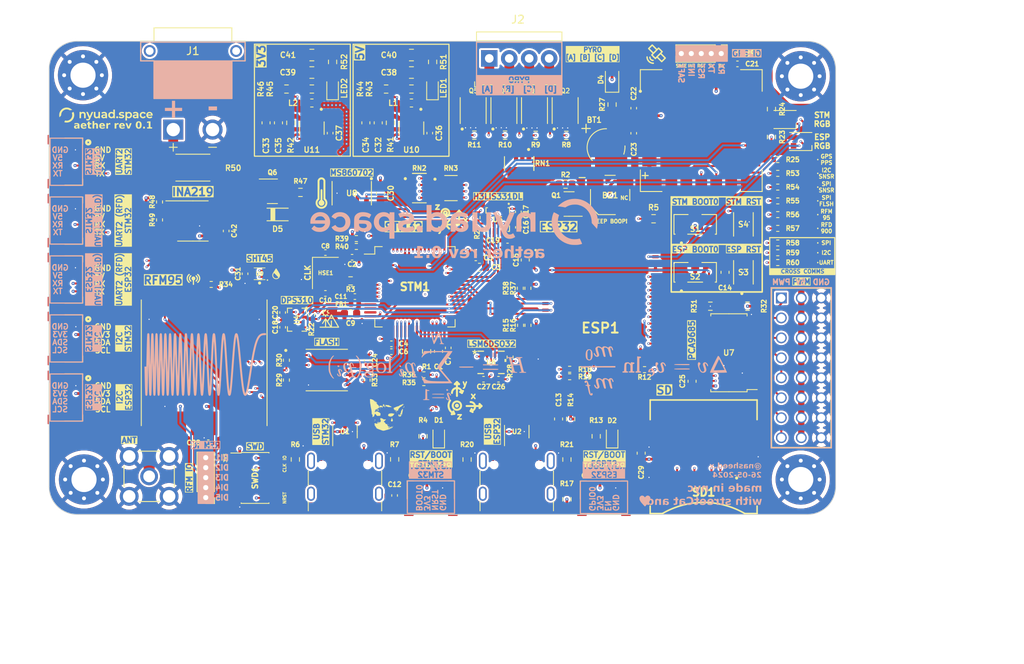
<source format=kicad_pcb>
(kicad_pcb (version 20221018) (generator pcbnew)
  (layers (0 "F.Cu" signal) (1 "In1.Cu" signal) (2 "In2.Cu" signal) (31 "B.Cu" signal) (34 "B.Paste" user) (35 "F.Paste" user) (36 "B.SilkS" user "B.Silkscreen") (37 "F.SilkS" user "F.Silkscreen") (38 "B.Mask" user) (39 "F.Mask" user) (44 "Edge.Cuts" user))
  (net 0 "")
  (net 1 "RFM95W_ANT")
  (net 2 "GND")
  (net 3 "GPS_VBCKP")
  (net 4 "3.3V")
  (net 5 "Net-(STM1-VCAP_1)")
  (net 6 "Net-(STM1-VCAP_2)")
  (net 7 "STM32-HSE_IN")
  (net 8 "F405_VDDA")
  (net 9 "Net-(C10-Pad1)")
  (net 10 "STM32-NRST")
  (net 11 "ESP32-GPIO0")
  (net 12 "ESP32-EN")
  (net 13 "VIN")
  (net 14 "Net-(U10-VBST)")
  (net 15 "Net-(U10-SW)")
  (net 16 "Net-(U11-VBST)")
  (net 17 "Net-(U11-SW)")
  (net 18 "5V")
  (net 19 "Net-(D1-A)")
  (net 20 "Net-(D2-A)")
  (net 21 "Net-(D3-A)")
  (net 22 "Net-(D4-K)")
  (net 23 "VBUS")
  (net 26 "ESP32-I2C1_SDA")
  (net 27 "ESP32-I2C1_SCL")
  (net 28 "ESP32-I2C2_SDA")
  (net 29 "ESP32-I2C2_SCL")
  (net 31 "ESP32-SPI1_CS0")
  (net 32 "ESP32-SPI1_MOSI")
  (net 33 "ESP32-SPI1_SCK")
  (net 34 "ESP32-SPI1_MISO")
  (net 36 "ESP32-TX2")
  (net 37 "ESP32-RX2")
  (net 38 "ESP32-TX1")
  (net 39 "ESP32-RX1")
  (net 40 "ESP32-USB_D-")
  (net 41 "ESP32-USB_D+")
  (net 44 "ESP32-SPI2_CS0")
  (net 45 "ESP32-SPI2_MOSI")
  (net 46 "ESP32-SPI2_SCK")
  (net 47 "ESP32-SPI2_MISO")
  (net 50 "STM32-I2C2_SDA")
  (net 51 "STM32-I2C2_SCL")
  (net 52 "INA219_IN+")
  (net 53 "Net-(LED1-A)")
  (net 54 "Net-(LED2-A)")
  (net 55 "PWM0")
  (net 56 "PWM1")
  (net 57 "PWM2")
  (net 58 "PWM3")
  (net 59 "PWM4")
  (net 60 "PWM5")
  (net 61 "PWM6")
  (net 62 "PWM7")
  (net 63 "Net-(Q1-B)")
  (net 64 "Net-(Q2-G)")
  (net 65 "Net-(Q3-G)")
  (net 66 "Net-(Q4-G)")
  (net 67 "Net-(Q5-G)")
  (net 68 "INA219_IN-")
  (net 69 "Net-(STM1-PB2)")
  (net 70 "BUZZ_IN")
  (net 71 "STM32-HSE_OUT")
  (net 72 "STM32-BOOT0")
  (net 73 "Net-(R5-Pad2)")
  (net 74 "Net-(USB1-CC1)")
  (net 75 "Net-(USB1-CC2)")
  (net 76 "PYRO_A")
  (net 77 "PYRO_B")
  (net 78 "PYRO_C")
  (net 79 "PYRO_D")
  (net 80 "STM32-UART3_RX")
  (net 81 "STM32-UART3_TX")
  (net 82 "Net-(USB2-CC1)")
  (net 83 "Net-(USB2-CC2)")
  (net 84 "DPS310_CSB")
  (net 85 "GPS_TX")
  (net 86 "Net-(U3-TXD)")
  (net 87 "Net-(U3-RXD)")
  (net 88 "GPS_RX")
  (net 89 "PULSE")
  (net 90 "H3LIS331DL_CS")
  (net 91 "LSM6DSO32TR_CS")
  (net 92 "FLASH_WP")
  (net 93 "FLASH_CS")
  (net 94 "Net-(U7-~{OE})")
  (net 95 "Net-(U7-A0)")
  (net 96 "FLASH_HOLD")
  (net 97 "GPS_SDA")
  (net 98 "GPS_SCL")
  (net 99 "Net-(U10-EN)")
  (net 100 "Net-(U11-EN)")
  (net 101 "Net-(U10-VFB)")
  (net 102 "Net-(U11-VFB)")
  (net 103 "Net-(U12-A1)")
  (net 104 "Net-(U12-A0)")
  (net 105 "RFM95W_RST")
  (net 106 "RFM95W_DI4")
  (net 107 "RFM95W_DI3")
  (net 108 "RFM95W_DI0")
  (net 109 "RFM95W_DI1")
  (net 110 "RFM95W_DI2")
  (net 112 "STM32-RGB_IN")
  (net 114 "ESP32-RGB_IN")
  (net 115 "V-TERM_D")
  (net 116 "V-TERM_C")
  (net 117 "V-TERM_B")
  (net 118 "V-TERM_A")
  (net 119 "PYRO-TERM_A")
  (net 120 "PYRO-TERM_B")
  (net 121 "PYRO-TERM_C")
  (net 122 "PYRO-TERM_D")
  (net 126 "SD_CS")
  (net 127 "DPS310_SDI{slash}SDA")
  (net 128 "DPS310_SCK")
  (net 129 "DPS310_SDO")
  (net 134 "STM32-UART2_TX")
  (net 135 "STM32-UART2_RX")
  (net 136 "FLASH_CLK")
  (net 137 "FLASH_SDI")
  (net 138 "FLASH_SDO")
  (net 143 "STM32-UART1_TX")
  (net 144 "STM32-UART1_RX")
  (net 145 "STM32_USB_D-")
  (net 146 "STM32_USB_D+")
  (net 147 "STM32-SWDIO")
  (net 148 "STM32-SWCLK")
  (net 152 "USB1_D-")
  (net 153 "USB1_D+")
  (net 154 "USB2_D-")
  (net 155 "USB2_D+")
  (net 156 "GPS_SAFE")
  (net 157 "GPS_RST")
  (net 158 "GPS_INT")
  (net 159 "H3LIS331DL_INT2")
  (net 160 "H3LIS331DL_INT1")
  (net 161 "LSM6DSO32TR_SDx")
  (net 162 "LSM6DSO32TR_SCx")
  (net 163 "LSM6DSO32TR_INT1")
  (net 164 "LSM6DSO32TR_INT2")
  (net 176 "Net-(Q1-C)")
  (net 177 "RFM95W_DI5")
  (net 179 "Net-(D6-A)")
  (net 180 "Net-(D7-A)")
  (net 181 "Net-(D8-A)")
  (net 182 "Net-(D9-A)")
  (net 183 "Net-(D10-A)")
  (net 184 "Net-(D11-A)")
  (net 185 "Net-(D12-A)")
  (net 186 "Net-(D13-A)")
  (net 187 "CROSS_UART")
  (net 188 "CROSS_I2C")
  (net 189 "CROSS_SPI")
  (net 190 "I2C-1_STM32")
  (net 191 "SPI-1_STM32")
  (net 192 "SPI-2_STM32")
  (net 196 "RFD_900")
  (net 197 "SPI-1_ESP32")
  (footprint "Resistor_SMD:R_0603_1608Metric" (layer "F.Cu") (at 151.4225 122.2575 -90)
    (fp_text reference "R20")
    (fp_text value "5.1k")
  )
  (footprint "Resistor_SMD:R_0402_1005Metric" (layer "F.Cu") (at 158.195 100.47 90)
    (fp_text reference "R38")
    (fp_text value "10k")
  )
  (footprint "SM04B-SRSS-TB_LF__SN_:JST_SM04B-SRSS-TB(LF)(SN)" (layer "F.Cu") (at 168.835 124.6575)
    (fp_text reference "RST-BOOT-ESP1" hide)
    (fp_text value "SM04B-SRSS-TB(LF)(SN)")
  )
  (footprint "TPS562201DDCR:SOT95P280X110-6N" (layer "F.Cu") (at 131.675 80.0975 -90)
    (fp_text reference "U11")
    (fp_text value "TPS562201DDCR")
  )
  (footprint "Resistor_SMD:R_0603_1608Metric" (layer "F.Cu") (at 128.45 75.1225 180)
    (fp_text reference "R46")
    (fp_text value "10k")
  )
  (footprint "Capacitor_SMD:C_0603_1608Metric" (layer "F.Cu") (at 158.825 96.875 90)
    (fp_text reference "C15")
    (fp_text value "10uF")
  )
  (footprint "Resistor_SMD:R_0603_1608Metric" (layer "F.Cu") (at 134.3125 71.6725 -90)
    (fp_text reference "R52")
    (fp_text value "240")
  )
  (footprint "Resistor_SMD:R_0603_1608Metric" (layer "F.Cu") (at 164.6 117.1 90)
    (fp_text reference "R14")
    (fp_text value "10k")
  )
  (footprint "TSW-108-07-G-T:SAMTEC_TSW-108-07-G-T" (layer "F.Cu") (at 193.9425 110.5925 -90)
    (fp_text reference "PWM1" hide)
    (fp_text value "TSW-108-07-G-T")
  )
  (footprint "LED_SMD:LED_0402_1005Metric" (layer "F.Cu") (at 194.95 89.35 180)
    (fp_text reference "D8" hide)
    (fp_text value "LED")
  )
  (footprint "Diode_SMD:D_SOD-323" (layer "F.Cu") (at 169.87 73.92 90)
    (fp_text reference "D4")
    (fp_text value "0.5A/40V/420mV")
  )
  (footprint "Capacitor_SMD:C_0402_1005Metric" (layer "F.Cu") (at 141.7925 107.5325 180)
    (fp_text reference "C4")
    (fp_text value "100nF")
  )
  (footprint "Resistor_SMD:R_0603_1608Metric" (layer "F.Cu") (at 190.15 81.225 90)
    (fp_text reference "R23")
    (fp_text value "470")
  )
  (footprint "Capacitor_SMD:C_0603_1608Metric" (layer "F.Cu") (at 184.2425 98.44 -90)
    (fp_text reference "C14")
    (fp_text value "1uF")
  )
  (footprint "Capacitor_SMD:C_0805_2012Metric" (layer "F.Cu") (at 144.345 73.0225 180)
    (fp_text reference "C38")
    (fp_text value "22uF")
  )
  (footprint "Capacitor_SMD:C_0402_1005Metric" (layer "F.Cu") (at 137.15 101.525 180)
    (fp_text reference "C11")
    (fp_text value "100nF")
  )
  (footprint "Resistor_SMD:R_0402_1005Metric" (layer "F.Cu") (at 190.95 92.85 180)
    (fp_text reference "R57")
    (fp_text value "2.2k")
  )
  (footprint "Resistor_SMD:R_0402_1005Metric" (layer "F.Cu") (at 112.3 89.49 90)
    (fp_text reference "R48")
    (fp_text value "10k")
  )
  (footprint "H3LIS331DL:QFN300X300X100-16N" (layer "F.Cu") (at 155.325 91.725 -90)
    (fp_text reference "U5")
    (fp_text value "H3LIS331DL")
  )
  (footprint "5-1814832-1:TE_5-1814832-1" (layer "F.Cu") (at 110.975 124.4)
    (fp_text reference "ANT1" hide)
    (fp_text value "5-1814832-1")
  )
  (footprint "Capacitor_SMD:C_0402_1005Metric" (layer "F.Cu") (at 138.71 109.625 -90)
    (fp_text reference "C24")
    (fp_text value "10uF")
  )
  (footprint "Resistor_SMD:R_0603_1608Metric" (layer "F.Cu") (at 167.85 119.3 -90)
    (fp_text reference "R13")
    (fp_text value "R")
  )
  (footprint "SM04B-SRSS-TB_LF__SN_:JST_SM04B-SRSS-TB(LF)(SN)" (layer "F.Cu") (at 102.8425 91.8575 -90)
    (fp_text reference "UART1-RFD-STM1" hide)
    (fp_text value "SM04B-SRSS-TB(LF)(SN)")
  )
  (footprint "Resistor_SMD:R_0402_1005Metric" (layer "F.Cu") (at 190.95 95.95 180)
    (fp_text reference "R59")
    (fp_text value "2.2k")
  )
  (footprint "Capacitor_SMD:C_0402_1005Metric" (layer "F.Cu") (at 142.2 126.83 -90)
    (fp_text reference "C12")
    (fp_text value "100nF")
  )
  (footprint "Capacitor_SMD:C_0603_1608Metric" (layer "F.Cu") (at 125.85 79.4225 -90)
    (fp_text reference "C33")
    (fp_text value "10uF")
  )
  (footprint "LED_SMD:LED_0402_1005Metric" (layer "F.Cu") (at 194.95 95.95 180)
    (fp_text reference "D12" hide)
    (fp_text value "LED")
  )
  (footprint "TerminalBlock_TE-Connectivity:TerminalBlock_TE_282834-4_1x04_P2.54mm_Horizontal" (layer "F.Cu") (at 154.245 71.225)
    (fp_text reference "J2")
    (fp_text value "Screw_Terminal_01x04")
  )
  (footprint "Resistor_SMD:R_0603_1608Metric" (layer "F.Cu") (at 152.35 80.9875 180)
    (fp_text reference "R11")
    (fp_text value "330")
  )
  (footprint "Resistor_SMD:R_2512_6332Metric" (layer "F.Cu") (at 116.5425 85.125)
    (fp_text reference "R50")
    (fp_text value "0.01")
  )
  (footprint "Package_TO_SOT_SMD:SOT-23" (layer "F.Cu") (at 126.655 88.1325)
    (fp_text reference "Q6")
    (fp_text value "PNP")
  )
  (footprint "SM04B-SRSS-TB_LF__SN_:JST_SM04B-SRSS-TB(LF)(SN)" (layer "F.Cu") (at 102.8425 99.3575 -90)
    (fp_text reference "UART1-RFD-ESP1" hide)
    (fp_text value "SM04B-SRSS-TB(LF)(SN)")
  )
  (footprint "Resistor_SMD:R_0402_1005Metric" (layer "F.Cu") (at 128.435 109.625 90)
    (fp_text reference "R30")
    (fp_text value "10k")
  )
  (footprint "CJS-1200TA:SW_CJS-1200TA" (layer "F.Cu") (at 180.4425 92.34)
    (fp_text reference "S1")
    (fp_text value "CJS-1200TA")
  )
  (footprint "Resistor_SMD:R_0603_1608Metric" (layer "F.Cu") (at 156.258 80.9875 180)
    (fp_text reference "R10")
    (fp_text value "330")
  )
  (footprint "Capacitor_SMD:C_0402_1005Metric" (layer "F.Cu") (at 185.82 71.925)
    (fp_text reference "C21")
    (fp_text value "100nF")
  )
  (footprint "TPS562201DDCR:SOT95P280X110-6N" (layer "F.Cu") (at 144.345 80.0975 -90)
    (fp_text reference "U10")
    (fp_text value "TPS562201DDCR")
  )
  (footprint "Capacitor_SMD:C_0805_2012Metric" (layer "F.Cu") (at 144.345 70.7975 180)
    (fp_text reference "C40")
    (fp_text value "22uF")
  )
  (footprint "Resistor_SMD:R_0603_1608Metric" (layer "F.Cu") (at 136.6 99.5325 180)
    (fp_text reference "R3")
    (fp_text value "620")
  )
  (footprint "LOGO" (layer "F.Cu") (at 133.9 104.3)
    (fp_text reference "G***" hide)
    (fp_text value "LOGO" hide)
  )
  (footprint "Resistor_SMD:R_0603_1608Metric" (layer "F.Cu") (at 160.15 81.0125 180)
    (fp_text reference "R9")
    (fp_text value "330")
  )
  (footprint "Resistor_SMD:R_0603_1608Metric" (layer "F.Cu") (at 163.95 87.225 180)
    (fp_text reference "R2")
    (fp_text value "1k")
  )
  (footprint "Resistor_SMD:R_0603_1608Metric" (layer "F.Cu") (at 147.04 71.6725 -90)
    (fp_text reference "R51")
    (fp_text value "560")
  )
  (footprint "RFM95W-915S2:XCVR_RFM95W-915S2" (layer "F.Cu") (at 117.975 109.95 -90)
    (fp_text reference "RFM1" hide)
    (fp_text value "RFM95W-915S2")
  )
  (footprint "Capacitor_SMD:C_0402_1005Metric" (layer "F.Cu") (at 157.95 92.72 -90)
    (fp_text reference "C16")
    (fp_text value "100nF")
  )
  (footprint "Resistor_SMD:R_0402_1005Metric" (layer "F.Cu") (at 156.895386 109.235 90)
    (fp_text reference "R28")
    (fp_text value "10k")
  )
  (footprint "Capacitor_SMD:C_0603_1608Metric" (layer "F.Cu") (at 138.545 79.4225 -90)
    (fp_text reference "C34")
    (fp_text value "10uF")
  )
  (footprint "Resistor_SMD:R_0603_1608Metric" (layer "F.Cu") (at 164.12 127.31 -90)
    (fp_text reference "R17")
    (fp_text value "10k")
  )
  (footprint "Resistor_SMD:R_0603_1608Metric" (layer "F.Cu") (at 129.575 122.2475 -90)
    (fp_text reference "R6")
    (fp_text value "5.1k")
  )
  (footprint "Capacitor_SMD:C_0402_1005Metric" (layer "F.Cu") (at 146.675 80.73 90)
    (fp_text reference "C36")
    (fp_text value "100nF")
  )
  (footprint "CSD17575Q3:TRANS_CSD17308Q3" (layer "F.Cu") (at 156.108 77.865 90)
    (fp_text reference "Q4")
    (fp_text value "CSD17575Q3")
  )
  (footprint "Capacitor_SMD:C_0402_1005Metric" (layer "F.Cu") (at 156.57 94.375 180)
    (fp_text reference "C19")
    (fp_text value "100nF")
  )
  (footprint "SM04B-SRSS-TB_LF__SN_:JST_SM04B-SRSS-TB(LF)(SN)" (layer "F.Cu") (at 102.8425 106.8575 -90)
    (fp_text reference "I2C-STM1" hide)
    (fp_text value "SM04B-SRSS-TB(LF)(SN)")
  )
  (footprint "Package_SO:SOIC-8_3.9x4.9mm_P1.27mm" (layer "F.Cu") (at 116.5425 91.9075)
    (fp_text reference "U12" hide)
    (fp_text value "INA219AxD")
  )
  (footprint "MountingHole:MountingHole_3.2mm_M3_Pad_Via" (layer "F.Cu") (at 193.874028 124.799028)
    (fp_text reference "REF**" hide)
    (fp_text value "MountingHole_3.2mm_M3_Pad_Via" hide)
  )
  (footprint "Capacitor_SMD:C_0603_1608Metric" (layer "F.Cu") (at 153 97.8)
    (fp_text reference "C3")
    (fp_text value "2.2uF")
  )
  (footprint "LSM6DSO32TR:LGA-14L_2P5X3X0P83_STM" (layer "F.Cu") (at 154.473376 109.9)
    (fp_text reference "U6")
    (fp_text value "LSM6DSO32TR")
  )
  (footprint "LOGO" (layer "F.Cu") (at 116.609964 99.3)
    (fp_text reference "G***" hide)
    (fp_text value "LOGO" hide)
  )
  (footprint "LED_SMD:LED_0603_1608Metric" (layer "F.Cu") (at 147.02 75 90)
    (fp_text reference "LED1")
    (fp_text value "R")
  )
  (footprint "Resistor_SMD:R_0603_1608Metric" (layer "F.Cu") (at 131.675 75.1225 180)
    (fp_text reference "R45")
    (fp_text value "33.2k")
  )
  (footprint "Capacitor_SMD:C_0402_1005Metric" (layer "F.Cu") (at 133.4 95.925 180)
    (fp_text reference "C8")
    (fp_text value "10pF")
  )
  (footprint "Capacitor_SMD:C_0603_1608Metric" (layer "F.Cu") (at 140.12 79.4225 -90)
    (fp_text reference "C32")
    (fp_text value "10uF")
  )
  (footprint "Capacitor_SMD:C_0402_1005Metric" (layer "F.Cu") (at 155.418376 112.0437 180)
    (fp_text reference "C26")
    (fp_text value "100nF")
  )
  (footprint "Resistor_SMD:R_0603_1608Metric" (layer "F.Cu") (at 182.375 102.75 180)
    (fp_text reference "R31")
    (fp_text value "10k")
  )
  (footprint "B3U-1000P:SW_B3U-1000P" (layer "F.Cu") (at 186.58 98.44 90)
    (fp_text reference "S3")
    (fp_text value "B3U-1000P")
  )
  (footprint "Package_SO:TSSOP-28_4.4x9.7mm_P0.65mm" (layer "F.Cu") (at 184.7375 108.675 180)
    (fp_text reference "U7")
    (fp_text value "PCA9685PW")
  )
  (footprint "LED_SMD:LED_0402_1005Metric" (layer "F.Cu") (at 194.95 91.1 180)
    (fp_text reference "D9" hide)
    (fp_text value "LED")
  )
  (footprint "Resistor_SMD:R_0603_1608Metric" (layer "F.Cu") (at 187.1 102.75)
    (fp_text reference "R32")
    (fp_text value "10k")
  )
  (footprint "Capacitor_SMD:C_0603_1608Metric" (layer "F.Cu") (at 147.7925 108.5 -90)
    (fp_text reference "C1")
    (fp_text value "2.2uF")
  )
  (footprint "Capacitor_SMD:C_0603_1608Metric" (layer "F.Cu") (at 136.6 103.7 180)
    (fp_text reference "C9")
    (fp_text value "1uF")
  )
  (footprint "Resistor_SMD:R_0402_1005Metric" (layer "F.Cu") (at 164.475 110.775)
    (fp_text reference "R18")
    (fp_text value "10")
  )
  (footprint "Connector_PinHeader_1.27mm:PinHeader_1x05_P1.27mm_Vertical" (layer "F.Cu") (at 183.7575 70.6075 -90)
    (fp_text reference "RFM3" hide)
    (fp_text value "Conn_01x05_Pin")
  )
  (footprint "Capacitor_SMD:C_0402_1005Metric" (layer "F.Cu") (at 152.53 96.6)
    (fp_text reference "C5")
    (fp_text value "100nF")
  )
  (footprint "SM04B-SRSS-TB_LF__SN_:JST_SM04B-SRSS-TB(LF)(SN)" (layer "F.Cu") (at 146.81 124.6575)
    (fp_text reference "RST-BOOT-STM1" hide)
    (fp_text value "SM04B-SRSS-TB(LF)(SN)")
  )
  (footprint "LED_SMD:LED_0603_1608Metric" (layer "F.Cu") (at 134.3125 75 90)
    (fp_text reference "LED2")
    (fp_text value "R")
  )
  (footprint "Resistor_SMD:R_0402_1005Metric" (layer "F.Cu") (at 159.17 105.18 -90)
    (fp_text reference "R16")
    (fp_text value "4.7k")
  )
  (footprint "Resistor_SMD:R_0603_1608Metric" (layer "F.Cu") (at 169.87 77.095 90)
    (fp_text reference "R27")
    (fp_text value "3.3k")
  )
  (footprint "SAM-M10Q-00B:XCVR_SAM-M10Q-00B" (layer "F.Cu") (at 181.2175 80.4075)
    (fp_text reference "U3" hide)
    (fp_text value "SAM-M10Q-00B")
  )
  (footprint "Capacitor_SMD:C_0805_2012Metric" (layer "F.Cu") (at 131.675 70.7975 180)
    (fp_text reference "C41")
    (fp_text value "22uF")
  )
  (footprint "Capacitor_SMD:C_0402_1005Metric" (layer "F.Cu") (at 118.5 120.125 180)
    (fp_text reference "C28")
    (fp_text value "100nF")
  )
  (footprint "Capacitor_SMD:C_0402_1005Metric" (layer "F.Cu") (at 172.625 80.75 -90)
    (fp_text reference "C23")
    (fp_text value "100nF")
  )
  (footprint "DPS310:XDCR_DPS310" (layer "F.Cu") (at 129.78075 104.46925 -90)
    (fp_text reference "U4")
    (fp_text value "DPS310")
  )
  (footprint "Resistor_SMD:R_0402_1005Metric" (layer "F.Cu") (at 190.95 89.35 180)
    (fp_text reference "R55")
    (fp_text value "2.2k")
  )
  (footprint "Resistor_SMD:R_0402_1005Metric" (layer "F.Cu") (at 158.23 105.18 -90)
    (fp_text reference "R15")
    (fp_text value "4.7k")
  )
  (footprint "CSD17575Q3:TRANS_CSD17308Q3" (layer "F.Cu") (at 152.2 77.865 90)
    (fp_text reference "Q5")
    (fp_text value "CSD17575Q3")
  )
  (footprint "Package_QFP:LQFP-64_10x10mm_P0.5mm" (layer "F.Cu") (at 144.7925 100.2825)
    (fp_text reference "STM1")
    (fp_text value "STM32F405RGTx")
  )
  (footprint "Resistor_SMD:R_0603_1608Metric" (layer "F.Cu") (at 142.21 122.2375 90)
    (fp_text reference "R7")
    (fp_text value "5.1k")
  )
  (footprint "ML414H_IV01E:SEIKO_ML414H_IV01E" (layer "F.Cu") (at 169.1 82.575)
    (fp_text reference "BT1")
    (fp_text value "Battery_Cell")
  )
  (footprint "Resistor_SMD:R_0402_1005Metric" (layer "F.Cu") (at 145.92 112.475 180)
    (fp_text reference "R35")
    (fp_text value "10k")
  )
  (footprint "MS860702BA01-50:TE_MS860702BA01-50" (layer "F.Cu") (at 136.75 88.375 -90)
    (fp_text reference "U8")
    (fp_text value "MS860702BA01-50")
  )
  (footprint "Resistor_SMD:R_0402_1005Metric" (layer "F.Cu") (at 128.435 112.15 90)
    (fp_text reference "R29")
    (fp_text value "10k")
  )
  (footprint "LED_SMD:LED_0402_1005Metric" (layer "F.Cu") (at 194.95 87.6 180)
    (fp_text reference "D7" hide)
    (fp_text value "LED")
  )
  (footprint "Capacitor_SMD:C_0402_1005Metric" (layer "F.Cu") (at 134 80.73 90)
    (fp_text reference "C37")
    (fp_text value "100nF")
  )
  (footprint "Connector_PinHeader_1.27mm:PinHeader_1x05_P1.27mm_Vertical" (layer "F.Cu") (at 118.175 127.1 180)
    (fp_text reference "RFM2" hide)
    (fp_text value "Conn_01x05_Pin")
  )
  (footprint "LED_SMD:LED_WS2812B-2020_PLCC4_2.0x2.0mm" (layer "F.Cu") (at 193.875 81.8 180)
    (fp_text reference "RGB2" hide)
    (fp_text value "WS2812B-2020")
  )
  (footprint "SHT45-AD1B-R2:SHT4X" (layer "F.Cu") (at 125.025 98.625 180)
    (fp_text reference "U9")
    (fp_text value "SHT45-AD1B-R2")
  )
  (footprint "Resistor_SMD:R_0603_1608Metric" (layer "F.Cu") (at 144.345 75.1225 180)
    (fp_text reference "R43")
    (fp_text value "54.9k")
  )
  (footprint "LED_SMD:LED_0402_1005Metric" (layer "F.Cu") (at 194.95 84.1 180)
    (fp_text reference "D3" hide)
    (fp_text value "LED")
  )
  (footprint "Resistor_SMD:R_0603_1608Metric" (layer "F.Cu") (at 164.1225 122.2575 90)
    (fp_text reference "R21")
    (fp_text value "5.1k")
  )
  (footprint "MountingHole:MountingHole_3.2mm_M3_Pad_Via" (layer "F.Cu") (at 102.561028 73.364028)
    (fp_text reference "REF**" hide)
    (fp_text value "MountingHole_3.2mm_M3_Pad_Via" hide)
  )
  (footprint "YC164-JR-0710KL:RESCAXE80P320X160X70-8N" (layer "F.Cu") (at 158.05 84.6 -90)
    (fp_text reference "RN1")
    (fp_text value "10k")
  )
  (footprint "Resistor_SMD:R_0402_1005Metric" (layer "F.Cu") (at 131.63075 103.85925 -90)
    (fp_text reference "R22")
    (fp_text value "10k")
  )
  (footprint "Capacitor_SMD:C_0402_1005Metric" (layer "F.Cu") (at 153.518376 112.0437 180)
    (fp_text reference "C27")
    (fp_text value "100nF")
  )
  (footprint "SM04B-SRSS-TB_LF__SN_:JST_SM04B-SRSS-TB(LF)(SN)" (layer "F.Cu") (at 102.8425 84.3575 -90)
    (fp_text reference "UART2-STM1" hide)
    (fp_text value "SM04B-SRSS-TB(LF)(SN)")
  )
  (footprint "Capacitor_SMD:C_0402_1005Metric" (layer "F.Cu") (at 149.025 108.055 -90)
    (fp_text reference "C7")
    (fp_text value "100nF")
  )
  (footprint "CSS-0575A-SMT:CUI_CSS-0575A-SMT" (layer "F.Cu") (at 169.625 88.6 180)
    (fp_text reference "BZ1")
    (fp_text value "CSS-0575A-SMT")
  )
  (footprint "Crystal:Crystal_SMD_Abracon_ABM8G-4Pin_3.2x2.5mm" (layer "F.Cu") (at 133.4 98.5325 -90)
    (fp_text reference "HSE1")
    (fp_text value "25MHz")
  )
  (footprint "Resistor_SMD:R_0603_1608Metric" (layer "F.Cu") (at 175.15 91.625)
    (fp_text reference "R5")
    (fp_text value "10k")
  )
  (footprint "Capacitor_SMD:C_0402_1005Metric" (layer "F.Cu") (at 157.95 90.75 -90)
    (fp_text reference "C17")
    (fp_text value "100nF")
  )
  (footprint "Resistor_SMD:R_0402_1005Metric" (layer "F.Cu") (at 137.335 95.15 180)
    (fp_text reference "R40")
    (fp_text value "4.7k")
  )
  (footprint "LED_SMD:LED_0402_1005Metric" (layer "F.Cu") (at 194.95 85.85 180)
    (fp_text reference "D6" hide)
    (fp_text value "LED")
  )
  (footprint "Resistor_SMD:R_0402_1005Metric" (layer "F.Cu") (at 190.95 84.1 180)
    (fp_text reference "R25")
    (fp_text value "2.2k")
  )
  (footprint "Connector_USB:USB_C_Receptacle_GCT_USB4105-xx-A_16P_TopMnt_Horizontal" (layer "F.Cu") (at 157.7425 125.5325)
    (fp_text reference "USB2" hide)
    (fp_text value "USB_C_Receptacle_USB2.0")
  )
  (footprint "Resistor_SMD:R_0603_1608Metric" (layer "F.Cu") (at 146.275 108.5 90)
    (fp_text reference "R1")
    (fp_text value "10k")
  )
  (footprint "LED_SMD:LED_0603_1608Metric" (layer "F.Cu") (at 169.875 119.3 90)
    (fp_text reference "D2")
    (fp_text value "G")
  )
  (footprint "Capacitor_SMD:C_0805_2012Metric" (layer "F.Cu") (at 131.675 73.0225 180)
    (fp_text reference "C39")
    (fp_text value "22uF")
  )
  (footprint "B5819W-TP:SOD3716X135N" (layer "F.Cu") (at 127.3175 91.0825)
    (fp_text reference "D5")
    (fp_text value "B5819W-TP")
  )
  (footprint "Resistor_SMD:R_0402_1005Metric" (layer "F.Cu") (at 152.7 91.47 -90)
    (fp_text reference "R26")
    (fp_text value "10k")
  )
  (footprint "Capacitor_SMD:C_0603_1608Metric" (layer "F.Cu") (at 127.425 79.4225 -90)
    (fp_text reference "C35")
    (fp_text value "10uF")
  )
  (footprint "W25Q128JVSIQ:SOIC127P790X216-8N" (layer "F.Cu") (at 133.575 110.875)
    (fp_text reference "W25Q1" hide)
    (fp_text value "W25Q128JVSIQ")
  )
  (footprint "Capacitor_SMD:C_0402_1005Metric" (layer "F.Cu") (at 120.775 93.1825 90)
    (fp_text reference "C42")
    (fp_text value "100nF")
  )
  (footprint "Resistor_SMD:R_0402_1005Metric" (layer "F.Cu") (at 190.95 91.1 180)
    (fp_text reference "R56")
    (fp_text value "2.2k")
  )
  (footprint "Resistor_SMD:R_0603_1608Metric" (layer "F.Cu") (at 130.225 88.275)
    (fp_text reference "R47")
    (fp_text value "100k")
  )
  (footprint "742C083274JP:RESCAV80P320X160X70-8N" (layer "F.Cu") (at 149.375 87.725 -90)
    (fp_text reference "RN3")
    (fp_text value "270k")
  )
  (footprint "Capacitor_SMD:C_0402_1005Metric" (layer "F.Cu") (at 123.175 98.625 -90)
    (fp_text reference "C31")
    (fp_text value "100nF")
  )
  (footprint "Capacitor_SMD:C_0603_1608Metric" (layer "F.Cu") (at 163.065 117.1 90)
    (fp_text reference "C13")
    (fp_text value "1uF")
  )
  (footprint "B3U-1000P:SW_B3U-1000P" (layer "F.Cu") (at 186.58 92.34 90)
    (fp_text reference "S4")
    (fp_text value "B3U-1000P")
  )
  (footprint "Capacitor_SMD:C_0603_1608Metric" (layer "F.Cu") (at 140.4 88.375 -90)
    (fp_text reference "C30")
    (fp_text value "220nF")
  )
  (footprint "Connector_PinHeader_1.27mm:PinHeader_2x05_P1.27mm_Vertical_SMD" (layer "F.Cu") (at 124.45 124.6)
    (fp_text reference "SWD1")
    (fp_text value "Conn_02x05_Odd_Even")
  )
  (footprint "Package_TO_SOT_SMD:SOT-23-6" (layer "F.Cu") (at 135.89 118.7075 90)
    (fp_text reference "U1")
    (fp_text value "USBLC6-2SC6")
  )
  (footprint "ESP32S3MINI1UN8:ESP32S3MINI1UN8" (layer "F.Cu") (at 168.3925 101.5575)
    (fp_text reference "ESP1")
    (fp_text value "ESP32-S3-MINI-1U-N8" hide)
  )
  (footprint "Resistor_SMD:R_0603_1608Metric" (layer "F.Cu") (at 141.125 75.125 180)
    (fp_text reference "R44")
    (fp_text value "10k")
  )
  (footprint "Capacitor_SMD:C_0603_1608Metric" (layer "F.Cu") (at 180.05 112.3 90)
    (fp_text reference "C25")
    (fp_text value "10uF")
  )
  (footprint "Resistor_SMD:R_0402_1005Metric" (layer "F.Cu") (at 112.3 91.775 -90)
    (fp_text reference "R49")
    (fp_text value "10k")
  )
  (footprint "CSD17575Q3:TRANS_CSD17308Q3" (layer "F.Cu") (at 160 77.8625 90)
    (fp_text reference "Q3")
    (fp_text value "CSD17575Q3")
  )
  (footprint "LOGO" (layer "F.Cu") (at 127.130018 98.65697)
    (fp_text reference "G***" hide)
    (fp_text value "LOGO" hide)
  )
  (footprint "LOGO" (layer "F.Cu") (at 141 116.5)
    (fp_text reference "G***" hide)
    (fp_text value "LOGO" hide)
  )
  (footprint "Inductor_SMD:L_0603_1608Metric" (layer "F.Cu") (at 131.675 76.8975)
    (fp_text reference "L2")
    (fp_text value "3.9uH")
  )
  (footprint "Resistor_SMD:R_0603_1608Metric" (layer "F.Cu") (at 141.67 79.4225 -90)
    (fp_text reference "R41")
    (fp_text value "100k")
  )
  (footprint "Resistor_SMD:R_0603_1608Metric" (layer "F.Cu") (at 164.05 81.0125 180)
    (fp_text reference "R8")
    (fp_text value "330")
  )
  (footprint "Resistor_SMD:R_0402_1005Metric" (layer "F.Cu") (at 137.335 94.15 180)
    (fp_text reference "R39")
    (fp_text value "4.7k")
  )
  (footprint "LED_SMD:LED_WS2812B-2020_PLCC4_2.0x2.0mm" (layer "F.Cu") (at 191.875 79 180)
    (fp_text reference "RGB1" hide)
    (fp_text value "WS2812B-2020")
  )
  (footprint "Resistor_SMD:R_0402_1005Metric" (layer "F.Cu") (at 138.71 112.15 90)
    (fp_text reference "R33")
    (fp_text value "10k")
  )
  (footprint "CSD17575Q3:TRANS_CSD17308Q3" (layer "F.Cu") (at 163.9 77.8625 90)
    (fp_text reference "Q2")
    (fp_text value "CSD17575Q3")
  )
  (footprint "Inductor_SMD:L_0603_1608Metric" (layer "F.Cu") (at 144.345 76.8975)
    (fp_text reference "L1")
    (fp_text value "3.9uH")
  )
  (footprint "Resistor_SMD:R_0402_1005Metric" (layer "F.Cu") (at 145.925 111.475 180)
    (fp_text reference "R36")
    (fp_text value "10k")
  )
  (footprint "LED_SMD:LED_0402_1005Metric" (layer "F.Cu") (at 194.95 97.2 180)
    (fp_text reference "D13" hide)
    (fp_text value "LED")
  )
  (footprint "LOGO" (layer "F.Cu") (at 175.48 70.68)
    (fp_text reference "G***" hide)
    (fp_text value "LOGO" hide)
  )
  (footprint "Capacitor_SMD:C_0402_1005Metric" (layer "F.Cu") (at 136.7925 96.525 180)
    (fp_text reference "C2")
    (fp_text value "100nF")
  )
  (footprint "Capacitor_SMD:C_0402_1005Metric" (layer "F.Cu") (at 127.95575 105.43425 -90)
    (fp_text reference "C18")
    (fp_text value "100nF")
  )
  (footprint "MEM2067-02-180-00-A_REVB:GCT_MEM2067-02-180-00-A_REVB" (layer "F.Cu") (at 181.5175 121.9075)
    (fp_text reference "SD1")
    (fp_text value "MEM2067-02-180-00-A_REVB")
  )
  (footprint "CJS-1200TA:SW_CJS-1200TA" (layer "F.Cu") (at 180.4425 98.44)
    (fp_text reference "S2")
    (fp_text value "CJS-1200TA")
  )
  (footprint "YC164-JR-0747KL:RESCAXE80P320X160X70-8N" (layer "F.Cu") (at 145.35 87.725)
    (fp_text reference "RN2")
    (fp_text value "47k")
  )
  (footprint "LOGO" (layer "F.Cu") (at 105.428967 78.430542)
    (fp_text reference "G***" hide)
    (fp_text value "LOGO" hide)
  )
  (footprint "Package_TO_SOT_SMD:SOT-23-6" (layer "F.Cu") (at 157.7425 118.7075 90)
    (fp_text reference "U2")
    (fp_text value "USBLC6-2SC6")
  )
  (footprint "Capacitor_SMD:C_0402_1005Metric" (layer "F.Cu") (at 133.4 101.125 180)
    (fp_text reference "C10")
    (fp_text value "10pF")
  )
  (footprint "LED_SMD:LED_0603_1608Metric" (layer "F.Cu") (at 147.81875 119.3 90)
    (fp_text reference "D1")
    (fp_text value "LED")
  )
  (footprint "Inductor_SMD:L_0402_1005Metric" (layer "F.Cu") (at 137.15 102.5 180)
    (fp_text reference "FB1")
    (fp_text value "600Ω")
  )
  (footprint "Capacitor_SMD:C_0402_1005Metric" (layer "F.Cu") (at 172.625 77.555 90)
    (fp_text reference "C22")
    (fp_text value "100nF")
  )
  (footprint "Connector_USB:USB_C_Receptacle_GCT_USB4105-xx-A_16P_TopMnt_Horizontal" (layer "F.Cu") (at 135.89 125.5325)
    (fp_text reference "USB1" hide)
    (fp_text value "USB_C_Receptacle_USB2.0")
  )
  (footprint "Capacitor_SMD:C_0402_1005Metric" (layer "F.Cu") (at 141.7925 108.5325 180)
    (fp_text reference "C6")
    (fp_text value "100nF")
  )
  (footprint "Resistor_SMD:R_0402_1005Metric" (layer "F.Cu") (at 190.95 85.85 180)
    (fp_text reference "R53")
    (fp_text value "2.2k")
  )
  (footprint "Resistor_SMD:R_0402_1005Metric" (layer "F.Cu") (at 164.475 111.725)
    (fp_text reference "R19")
    (fp_text value "10")
  )
  (footprint "LED_SMD:LED_0402_1005Metric" (layer "F.Cu") (at 194.95 94.7 180)
    (fp_text reference "D11" hide)
    (fp_text value "LED")
  )
  (footprint "Resistor_SMD:R_0402_1005Metric" (layer "F.Cu") (at 174 110.82 180)
    (fp_text reference "R12")
    (fp_text value "10k")
  )
  (footprint "Resistor_SMD:R_0402_1005Metric" (layer "F.Cu") (at 118.87 99.98 180)
    (fp_text reference "R34")
    (fp_text value "10k")
  )
  (footprint "MountingHole:MountingHole_3.2mm_M3_Pad_Via" (layer "F.Cu") (at 193.874028 73.491028)
    (fp_text reference "REF**" hide)
    (fp_text value "MountingHole_3.2mm_M3_Pad_Via" hide)
  )
  (footprint "Capacitor_SMD:C_0402_1005Metric" (layer "F.Cu") (at 127.95575 103.55425 90)
    (fp_text reference "C20")
    (fp_text value "100nF")
  )
  (footprint "Resistor_SMD:R_0603_1608Metric" (layer "F.Cu") (at 145.81875 119.3 -90)
    (fp_text reference "R4")
    (fp_text value "R")
  )
  (footprint "Resistor_SMD:R_0402_1005Metric" (layer "F.Cu") (at 190.95 97.2 180)
    (fp_text reference "R60")
    (fp_text value "2.2k")
  )
  (footprint "SM04B-SRSS-TB_LF__SN_:JST_SM04B-SRSS-TB(LF)(SN)" (layer "F.Cu") (at 102.8425 114.3575 -90)
    (fp_text reference "I2C-ESP1" hide)
    (fp_text value "SM04B-SRSS-TB(LF)(SN)")
  )
  (footprint "LED_SMD:LED_0402_1005Metric" (layer "F.Cu") (at 194.95 92.85 180)
    (fp_text reference "D10" hide)
    (fp_text value "LED")
  )
  (footprint "Capacitor_SMD:C_0603_1608Metric" (layer "F.Cu") (at 173.575 121.45 90)
    (fp_text reference "C29")
    (fp_text value "10uF")
  )
  (footprint "LOGO" (layer "F.Cu") (at 132.9 88.36)
    (fp_text reference "G***" hide)
    (fp_text value "LOGO" hide)
  )
  (footprint "MountingHole:MountingHole_3.2mm_M3_Pad_Via" (layer "F.Cu") (at 102.688028 124.799028)
    (fp_text reference "REF**" hide)
    (fp_text value "MountingHole_3.2mm_M3_Pad_Via" hide)
  )
  (footprint "Resistor_SMD:R_0402_1005Metric" (layer "F.Cu") (at 190.95 94.7 180)
    (fp_text reference "R58")
    (fp_text value "2.2k")
  )
  (footprint "Resistor_SMD:R_0402_1005Metric" (layer "F.Cu") (at 159.16 100.47 90)
    (fp_text reference "R37")
    (fp_text value "10k")
  )
  (footprint "Resistor_SMD:R_0603_1608Metric" (layer "F.Cu") (at 190.15 77.675 90)
    (fp_text reference "R24")
    (fp_text value "470")
  )
  (footprint "Resistor_SMD:R_0402_1005Metric" (layer "F.Cu") (at 190.95 87.6 180)
    (fp_text reference "R54")
    (fp_text value "2.2k")
  )
  (footprint "Resistor_SMD:R_0603_1608Metric" (layer "F.Cu") (at 129 79.4225 -90)
    (fp_text reference "R42")
    (fp_text value "100k")
  )
  (footprint "XT30PW-M:AMASS_XT30PW-M" (layer "F.Cu") (at 116.5425 70.2825)
    (fp_text reference "J1")
    (fp_text value "XT30PW-M")
  )
  (footprint "Package_TO_SOT_SMD:SOT-23" (layer "F.Cu") (at 164.4 89.75 180)
    (fp_text reference "Q1")
    (fp_text value "NPN")
  )
  (footprint "LOGO" (layer "B.Cu") (at 174.05 127.525 180)
    (fp_text reference "G***" hide)
    (fp_text value "LOGO" hide)
  )
  (footprint "LOGO" (layer "B.Cu") (at 149.925 92.025 180)
    (fp_text reference "G***" hide)
    (fp_text value "LOGO" hide)
  )
  (footprint "LOGO" (layer "B.Cu") (at 146 110.167472 180)
    (fp_text reference "G***" hide)
    (fp_text value "LOGO" hide)
  )
  (footprint "LOGO" (layer "B.Cu") (at 118 110.167472 180)
    (fp_text reference "G***" hide)
    (fp_text value "LOGO" hide)
  )
  (footprint "LOGO" (layer "B.Cu") (at 174 111 180)
    (fp_text reference "G***" hide)
    (fp_text value "LOGO" hide)
  )
  (gr_rect (start 165.84 125) (end 171.84 129.125) (stroke (width 0.15)) (fill none) (layer "B.SilkS"))
  (gr_rect (start 98.375 111.375) (end 102.5 117.375) (stroke (width 0.15)) (fill none) (layer "B.SilkS"))
  (gr_rect (start 152.625 69.175) (end 163.475 73.425) (stroke (width 0.15)) (fill none) (layer "B.SilkS"))
  (gr_rect (start 98.375 103.85) (end 102.5 109.85) (stroke (width 0.15)) (fill none) (layer "B.SilkS"))
  (gr_rect (start 109.9 69.1625) (end 123.175 71.55) (stroke (width 0.15)) (fill none) (layer "B.SilkS"))
  (gr_rect (start 98.375 88.85) (end 102.5 94.85) (stroke (width 0.15)) (fill none) (layer "B.SilkS"))
  (gr_rect (start 178 69.625) (end 184.525 71.5875) (stroke (width 0.15)) (fill solid) (layer "B.SilkS"))
  (gr_rect (start 162.875 73.55) (end 163.475 75.725) (stroke (width 0.15)) (fill solid) (layer "B.SilkS"))
  (gr_rect (start 117.2125 127.8375) (end 119.175 121.3125) (stroke (width 0.15)) (fill solid) (layer "B.SilkS"))
  (gr_rect (start 98.375 96.35) (end 102.5 102.35) (stroke (width 0.15)) (fill none) (layer "B.SilkS"))
  (gr_rect (start 143.825 129.1) (end 149.825 124.975) (stroke (width 0.15)) (fill none) (layer "B.SilkS"))
  (gr_rect (start 152.625 73.425) (end 163.475 75.85) (stroke (width 0.15)) (fill none) (layer "B.SilkS"))
  (gr_rect (start 190.1 100.4) (end 197.775 120.7625) (stroke (width 0.15)) (fill none) (layer "B.SilkS"))
  (gr_rect (start 152.625 73.55) (end 153.2004 75.725) (stroke (width 0.15)) (fill solid) (layer "B.SilkS"))
  (gr_rect (start 111.5875 71.5625) (end 121.5125 76.325) (stroke (width 0.15)) (fill solid) (layer "B.SilkS"))
  (gr_rect (start 98.375 81.375) (end 102.5 87.375) (stroke (width 0.15)) (fill none) (layer "B.SilkS"))
  (gr_line (start 150.41 90.6) (end 149.892389 91.117611) (stroke (width 0.254)) (layer "F.SilkS"))
  (gr_rect (start 177.3925 94.89) (end 188.9675 100.94) (stroke (width 0.175)) (fill none) (layer "F.SilkS"))
  (gr_line (start 150.76871 113.788856) (end 150.89571 113.534856) (stroke (width 0.254)) (layer "F.SilkS"))
  (gr_arc (start 149.49871 113.788856) (mid 150.13371 113.153856) (end 150.76871 113.788856) (stroke (width 0.254)) (layer "F.SilkS"))
  (gr_arc (start 149.67651 116.366956) (mid 149.097254 115.65526) (end 149.270109 114.754055) (stroke (width 0.254)) (layer "F.SilkS"))
  (gr_circle (center 150.130535 115.401756) (end 150.003535 115.401756) (stroke (width 0.254)) (fill none) (layer "F.SilkS"))
  (gr_line (start 149.85431 112.671256) (end 150.41311 112.671256) (stroke (width 0.254)) (layer "F.SilkS"))
  (gr_line (start 149.679685 116.138356) (end 149.47331 116.493956) (stroke (width 0.254)) (layer "F.SilkS"))
  (gr_rect (start 124.37 69.415) (end 136.57 83.665) (stroke (width 0.15)) (fill none) (layer "F.SilkS"))
  (gr_line (start 150.13371 112.391856) (end 149.87971 112.645856) (stroke (width 0.254)) (layer "F.SilkS"))
  (gr_line (start 150.929479 91.119479) (end 150.41 90.6) (stroke (width 0.254)) (layer "F.SilkS"))
  (gr_line (start 150.13371 112.391856) (end 150.13371 114.169856) (stroke (width 0.254)) (layer "F.SilkS"))
  (gr_line (start 151.870435 116.084381) (end 152.124435 116.211381) (stroke (width 0.254)) (layer "F.SilkS"))
  (gr_line (start 153.267435 115.449381) (end 153.013435 115.195381) (stroke (width 0.254)) (layer "F.SilkS"))
  (gr_line (start 150.54011 113.661856) (end 150.89571 113.534856) (stroke (width 0.254)) (layer "F.SilkS"))
  (gr_line (start 149.159479 91.850521) (end 148.64 92.37) (stroke (width 0.254)) (layer "F.SilkS"))
  (gr_circle (center 150.130535 115.401756) (end 149.597135 115.401756) (stroke (width 0.254)) (fill none) (layer "F.SilkS"))
  (gr_line (start 150.76871 113.788856) (end 150.54011 113.661856) (stroke (width 0.254)) (layer "F.SilkS"))
  (gr_line (start 149.806685 116.446331) (end 149.47331 116.493956) (stroke (width 0.254)) (layer "F.SilkS"))
  (gr_rect (start 189.925 97.925) (end 191.325 98.725) (stroke (width 0.02)) (fill solid) (layer "F.SilkS"))
  (gr_rect (start 196.9 97.925) (end 198.3 98.725) (stroke (width 0.02)) (fill solid) (layer "F.SilkS"))
  (gr_line (start 153.267435 115.449381) (end 153.013435 115.703381) (stroke (width 0.254)) (layer "F.SilkS"))
  (gr_rect (start 136.92 69.425) (end 149.12 83.675) (stroke (width 0.15)) (fill none) (layer "F.SilkS"))
  (gr_line (start 149.806685 116.446331) (end 149.679685 116.138356) (stroke (width 0.254)) (layer "F.SilkS"))
  (gr_rect (start 189.925 94.025) (end 198.2 98.725) (stroke (width 0.15)) (fill none) (layer "F.SilkS"))
  (gr_line (start 150.41 92.37) (end 148.64 92.37) (stroke (width 0.254)) (layer "F.SilkS"))
  (gr_line (start 150.41 92.37) (end 150.41 90.6) (stroke (width 0.254)) (layer "F.SilkS"))
  (gr_line (start 151.870435 116.084381) (end 151.997435 115.830381) (stroke (width 0.254)) (layer "F.SilkS"))
  (gr_circle (center 148.66 90.87) (end 148.73 90.87) (stroke (width 0.254)) (fill none) (layer "F.SilkS"))
  (gr_circle (center 148.66 90.87) (end 149.16 90.87) (stroke (width 0.254)) (fill none) (layer "F.SilkS"))
  (gr_rect (start 177.3925 88.84) (end 188.9675 100.94) (stroke (width 0.175)) (fill none) (layer "F.SilkS"))
  (gr_line (start 153.267435 115.449381) (end 151.362435 115.449381) (stroke (width 0.254)) (layer "F.SilkS"))
  (gr_arc (start 151.870435 114.941381) (mid 152.441919 115.5129) (end 151.870435 116.084381) (stroke (width 0.254)) (layer "F.SilkS"))
  (gr_line (start 148.64 92.37) (end 149.157611 92.887611) (stroke (width 0.254)) (layer "F.SilkS"))
  (gr_line (start 150.13371 112.391856) (end 150.38771 112.645856) (stroke (width 0.254)) (layer "F.SilkS"))
  (gr_line (start 153.013435 115.703381) (end 153.013435 115.195381) (stroke (width 0.254)) (layer "F.SilkS"))
  (gr_line (start 152.124435 116.211381) (end 151.997435 115.830381) (stroke (width 0.254)) (layer "F.SilkS"))
  (gr_line (start 198.319028 72.602028) (end 198.319028 125.688028) (stroke (width 0.1)) (layer "Edge.Cuts"))
  (gr_arc (start 194.763028 69.046028) (mid 197.277472 70.087568) (end 198.319028 72.602028) (stroke (width 0.1)) (layer "Edge.Cuts"))
  (gr_line (start 98.243028 125.688028) (end 98.240762 72.602029) (stroke (width 0.1)) (layer "Edge.Cuts"))
  (gr_arc (start 198.319028 125.688028) (mid 197.277492 128.202492) (end 194.763028 129.244028) (stroke (width 0.1)) (layer "Edge.Cuts"))
  (gr_arc (start 98.240762 72.602029) (mid 99.328254 70.041439) (end 101.926027 69.046029) (stroke (width 0.1)) (layer "Edge.Cuts"))
  (gr_line (start 194.763028 129.244028) (end 101.799028 129.244028) (stroke (width 0.1)) (layer "Edge.Cuts"))
  (gr_line (start 101.926027 69.046029) (end 194.763028 69.046028) (stroke (width 0.1)) (layer "Edge.Cuts"))
  (gr_arc (start 101.799028 129.244028) (mid 99.284528 128.202511) (end 98.243028 125.688028) (stroke (width 0.1)) (layer "Edge.Cuts"))
  (gr_text "RST/BOOT\nSTM32" (at 146.8 123.65) (layer "B.SilkS" knockout) (effects (font (size 0.7 0.7) (thickness 0.175) bold) (justify mirror)))
  (gr_text "GPIO0" (at 167.325 127.25 -90) (layer "B.SilkS") (effects (font (size 0.7 0.7)) (justify mirror)))
  (gr_text "EN" (at 169.325 128.15 270) (layer "B.SilkS") (effects (font (size 0.7 0.7)) (justify mirror)))
  (gr_text "GND\n" (at 99.65 97.85) (layer "B.SilkS") (effects (font (size 0.7 0.7)) (justify mirror)))
  (gr_text "5V" (at 99.35 83.875) (layer "B.SilkS") (effects (font (size 0.7 0.7)) (justify mirror)))
  (gr_text "RX" (at 99.35 92.35) (layer "B.SilkS") (effects (font (size 0.7 0.7)) (justify mirror)))
  (gr_text "DI4" (at 120.25 125.83) (layer "B.SilkS") (effects (font (size 0.7 0.7) (thickness 0.175) bold) (justify mirror)))
  (gr_text "GND\n" (at 99.65 105.35) (layer "B.SilkS") (effects (font (size 0.7 0.7)) (justify mirror)))
  (gr_text "PWM" (at 191.4025 99.6825) (layer "B.SilkS") (effects (font (size 0.7 0.7) (thickness 0.175) bold) (justify mirror)))
  (gr_text "5V" (at 193.875 99.6825) (layer "B.SilkS") (effects (font (size 0.7 0.7) (thickness 0.175) bold) (justify mirror)))
  (gr_text "GPS IO" (at 187 70.6) (layer "B.SilkS" knockout) (effects (font (size 0.7 0.7) (thickness 0.175) bold) (justify mirror)))
  (gr_text "PYRO\n[D]  [C]  [B]  [A]" (at 158.05 74.525) (layer "B.SilkS" knockout) (effects (font (size 0.7 0.7) (thickness 0.175) bold) (justify mirror)))
  (gr_text "3V3" (at 146.31 127.825 -90) (layer "B.SilkS") (effects (font (size 0.7 0.7)) (justify mirror)))
  (gr_text "RX" (at 99.35 84.875) (layer "B.SilkS") (effects (font (size 0.7 0.7)) (justify mirror)))
  (gr_text "TX\n" (at 99.35 93.35) (layer "B.SilkS") (effects (font (size 0.7 0.7)) (justify mirror)))
  (gr_text "INT" (at 179.9475 72.725 270) (layer "B.SilkS") (effects (font (size 0.7 0.7) (thickness 0.175) bold) (justify mirror)))
  (gr_text "RX" (at 99.35 99.85) (layer "B.SilkS") (effects (font (size 0.7 0.7)) (justify mirror)))
  (gr_text "TX" (at 182.4875 72.5 270) (layer "B.SilkS") (effects (font (size 0.7 0.7) (thickness 0.175) bold) (justify mirror)))
  (gr_text "UART2 (RFD)\nESP32\n" (at 103.85 99.35 270) (layer "B.SilkS" knockout) (effects (font (size 0.7 0.7)) (justify mirror)))
  (gr_text "SDA" (at 99.65 107.35) (layer "B.SilkS") (effects (font (size 0.7 0.7)) (justify mirror)))
  (gr_text "RST" (at 181.2175 72.875 270) (layer "B.SilkS") (effects (font (size 0.7 0.7) (thickness 0.175) bold) (justify mirror)))
  (gr_text "TX\n" (at 99.35 85.875) (layer "B.SilkS") (effects (font (size 0.7 0.7)) (justify mirror)))
  (gr_text "BOOT0" (at 145.31 127.125 -90) (layer "B.SilkS") (effects (font (size 0.7 0.7)) (justify mirror)))
  (gr_text "@nasheed.x\n26-05-2024" (at 188.9 123.675) (layer "B.SilkS") (effects (font (size 0.7 0.7) (thickness 0.175) bold) (justify left mirror)))
  (gr_text "+" (at 114.075 77.775) (layer "B.SilkS") (effects (font (size 2.5 2.5) (thickness 0.5) bold) (justify mirror)))
  (gr_text "UART2\nSTM32" (at 103.85 84.35 270) (layer "B.SilkS" knockout) (effects (font (size 0.7 0.7)) (justify mirror)))
  (gr_text "RX" (at 183.7575 72.575 270) (layer "B.SilkS") (effects (font (size 0.7 0.7) (thickness 0.175) bold) (justify mirror)))
  (gr_text "made in nyc\nwith streetCat and " (at 188.975 126.774028) (layer "B.SilkS") (effects (font (size 1 1) (thickness 0.2) bold) (justify left mirror)))
  (gr_text "3V3" (at 168.325 127.8 -90) (layer "B.SilkS") (effects (font (size 0.7 0.7)) (justify mirror)))
  (gr_text "GND" (at 148.31 127.725 -90) (layer "B.SilkS") (effects (font (size 0.7 0.7)) (justify mirror)))
  (gr_text "GND\n" (at 99.65 90.35) (layer "B.SilkS") (effects (font (size 0.7 0.7)) (justify mirror)))
  (gr_text "aether rev 0.1" (at 152.975 96) (layer "B.SilkS") (effects (font (size 1.5 1.5) (thickness 0.18) bold) (justify mirror)))
  (gr_text "-" (at 119.075 77.55) (layer "B.SilkS") (effects (font (size 2.5 2.5) (thickness 0.5) bold) (justify mirror)))
  (gr_text "GND\n" (at 99.65 82.875) (layer "B.SilkS") (effects (font (size 0.7 0.7)) (justify mirror)))
  (gr_text "DI3" (at 120.25 124.56) (layer "B.SilkS") (effects (font (size 0.7 0.7) (thickness 0.175) bold) (justify mirror)))
  (gr_text "5V" (at 99.35 91.35) (layer "B.SilkS") (effects (font (size 0.7 0.7)) (justify mirror)))
  (gr_text "UART2 (RFD)\nSTM32" (at 103.85 91.85 270) (layer "B.SilkS" knockout) (effects (font (size 0.7 0.7)) (justify mirror)))
  (gr_text "RFM IO" (at 118.175 120.45) (layer "B.SilkS" knockout) (effects (font (size 0.7 0.7) (thickness 0.175) bold) (justify mirror)))
  (gr_text "3V3" (at 99.65 113.875) (layer "B.SilkS") (effects (font (size 0.7 0.7)) (justify mirror)))
  (gr_text "TX\n" (at 99.35 100.85) (layer "B.SilkS") (effects (font (size 0.7 0.7)) (justify mirror)))
  (gr_text "3V3" (at 99.65 106.35) (layer "B.SilkS") (effects (font (size 0.7 0.7)) (justify mirror)))
  (gr_text "I2C\nSTM32\n" (at 103.85 106.85 270) (layer "B.SilkS" knockout) (effects (font (size 0.7 0.7)) (justify mirror)))
  (gr_text "SAFE" (at 178.675 73.1 270) (layer "B.SilkS") (effects (font (size 0.7 0.7) (thickness 0.175) bold) (justify mirror)))
  (gr_text "RST/BOOT\nESP32" (at 168.875 123.65) (layer "B.SilkS" knockout) (effects (font (size 0.7 0.7)) (justify mirror)))
  (gr_text "NRST" (at 147.31 127.425 -90) (layer "B.SilkS") (effects (font (size 0.7 0.7)) (justify mirror)))
  (gr_text "DI5" (at 120.25 127.1) (layer "B.SilkS") (effects (font (size 0.7 0.7) (thickness 0.175) bold) (justify mirror)))
  (gr_text "SCL" (at 99.65 115.875) (layer "B.SilkS") (effects (font (size 0.7 0.7)) (justify mirror)))
  (gr_text "SCL" (at 99.65 108.35) (layer "B.SilkS") (effects (font (size 0.7 0.7)) (justify mirror)))
  (gr_text "SDA" (at 99.65 114.875) (layer "B.SilkS") (effects (font (size 0.7 0.7)) (justify mirror)))
  (gr_text "GND\n" (at 99.65 112.875) (layer "B.SilkS") (effects (font (size 0.7 0.7)) (justify mirror)))
  (gr_text "DI1" (at 120.25 122.02) (layer "B.SilkS") (effects (font (size 0.7 0.7) (thickness 0.175) bold) (justify mirror)))
  (gr_text "GND" (at 196.4825 99.6825) (layer "B.SilkS") (effects (font (size 0.7 0.7) (thickness 0.175) bold) (justify mirror)))
  (gr_text "I2C\nESP32\n" (at 103.85 114.35 270) (layer "B.SilkS" knockout) (effects (font (size 0.7 0.7)) (justify mirror)))
  (gr_text "DI2" (at 120.25 123.29) (layer "B.SilkS") (effects (font (size 0.7 0.7) (thickness 0.175) bold) (justify mirror)))
  (gr_text "5V" (at 99.35 98.85) (layer "B.SilkS") (effects (font (size 0.7 0.7)) (justify mirror)))
  (gr_text "GND" (at 170.325 127.75 -90) (layer "B.SilkS") (effects (font (size 0.7 0.7)) (justify mirror)))
  (gr_text "GND\n" (at 105.075 82.875) (layer "F.SilkS") (effects (font (size 0.7 0.7))))
  (gr_text "STM\nRGB" (at 196.6 79) (layer "F.SilkS") (effects (font (size 0.7 0.7) (thickness 0.17) bold)))
  (gr_text "RST/BOOT\nSTM32" (at 146.8 122.225) (layer "F.SilkS" knockout) (effects (font (size 0.7 0.7) (thickness 0.175) bold)))
  (gr_text "PYRO\n[A] [B] [C] [D]" (at 167.4 70.6075) (layer "F.SilkS" knockout) (effects (font (size 0.6 0.6) (thickness 0.15) bold)))
  (gr_text "DPS310" (at 129.775 102.01) (layer "F.SilkS" knockout) (effects (font (size 0.7 0.7) (thickness 0.175) bold)))
  (gr_text "SCL" (at 105.05 108.375) (layer "F.SilkS") (effects (font (size 0.7 0.7))))
  (gr_text "RX" (at 104.7 99.9) (layer "F.SilkS") (effects (font (size 0.7 0.7))))
  (gr_text "RX" (at 104.7 84.875) (layer "F.SilkS") (effects (font (size 0.7 0.7))))
  (gr_text "I2C" (at 197.125 95.95) (layer "F.SilkS") (effects (font (size 0.5 0.5) (thickness 0.125))))
  (gr_text "CLK" (at 128.21 123.33 90) (layer "F.SilkS") (effects (font (size 0.4 0.4) (thickness 0.1))))
  (gr_text "x" (at 150.759 92.22) (layer "F.SilkS") (effects (font (size 0.8 0.8) (thickness 0.1905)) (justify left bottom)))
  (gr_text "ANT" (at 108.44 119.81) (layer "F.SilkS" knockout) (effects (font (size 0.7 0.7) (thickness 0.175) bold)))
  (gr_text "INA219" (at 116.525 88.225) (layer "F.SilkS" knockout) (effects (font (size 1 1) (thickness 0.225) bold)))
  (gr_text "z" (at 147.21 90.52) (layer "F.SilkS") (effects (font (size 0.8 0.8) (thickness 0.1905)) (justify left bottom)))
  (gr_text "SD" (at 176.525 113.45) (layer "F.SilkS" knockout) (effects (font (size 1 1) (thickness 0.225) bold)))
  (gr_text "3V3" (at 120.68 122.06 90) (layer "F.SilkS") (effects (font (size 0.4 0.4) (thickness 0.1))))
  (gr_text "5V" (at 104.675 83.875) (layer "F.SilkS") (effects (font (size 0.7 0.7))))
  (gr_text "UART2 (RFD)\nESP32\n" (at 107.75 99.35 90) (layer "F.SilkS" knockout) (effects (font (size 0.7 0.7))))
  (gr_text "z" (at 150.013435 117.203381) (layer "F.SilkS") (effects (font (size 0.8 0.8) (thickness 0.1905)) (justify left bottom)))
  (gr_text "INT" (at 179.965 72.175) (layer "F.SilkS") (effects (font (size 0.4 0.4) (thickness 0.1))))
  (gr_text "5V" (at 137.8 70.55 90) (layer "F.SilkS" knockout) (effects (font (size 1 1) (thickness 0.225) bold)))
  (gr_text "TX" (at 182.505 72.175) (layer "F.SilkS") (effects (font (size 0.4 0.4) (thickness 0.1))))
  (gr_text "UART2 (RFD)\nSTM32" (at 107.75 91.85 90) (layer "F.SilkS" knockout) (effects (font (size 0.7 0.7))))
  (gr_text "RX" (at 104.7 92.325) (layer "F.SilkS") (effects (font (size 0.7 0.7))))
  (gr_text "RFM95" (at 112.75 99.45) (layer "F.SilkS" knockout) (effects (font (size 1 1) (thickness 0.225) bold)))
  (gr_text "5V" (at 104.675 98.9) (layer "F.SilkS") (effects (font (size 0.7 0.7))))
  (gr_text "GND\n" (at 105.1 105.375) (layer "F.SilkS") (effects (font (size 0.7 0.7))))
  (gr_text "RST\n" (at 181.235 72.175) (layer "F.SilkS") (effects (font (size 0.4 0.4) (thickness 0.1))))
  (gr_text "RX" (at 183.775 72.175) (layer "F.SilkS") (effects (font (size 0.4 0.4) (thickness 0.1))))
  (gr_text "UART" (at 197.125 97.2) (layer "F.SilkS") (effects (font (size 0.5 0.5) (thickness 0.125))))
  (gr_text "ESP32" (at 163.05 92.675) (layer "F.SilkS" knockout) (effects (font (size 1 1) (thickness 0.225) bold)))
  (gr_text "RFM IO" (at 116.09 124.6 90) (layer "F.SilkS" knockout) (effects (font (size 0.7 0.7) (thickness 0.175) bold)))
  (gr_text "3V3" (at 105.05 106.375) (layer "F.SilkS") (effects (font (size 0.7 0.7))))
  (gr_text "I2C\nSNSR" (at 197.15 85.85) (layer "F.SilkS") (effects (font (size 0.5 0.5) (thickness 0.125))))
  (gr_text "ESP BOOT0\n" (at 180.45 95.535) (layer "F.SilkS" knockout) (effects (font (size 0.7 0.7) (thickness 0.175) bold)))
  (gr_text "SAFE" (at 178.695 72.175) (layer "F.SilkS") (effects (font (size 0.4 0.4) (thickness 0.1))))
  (gr_text "3V3\n" (at 125.25 70.925 90) (layer "F.SilkS" knockout) (effects (font (size 1 1) (thickness 0.225) bold)))
  (gr_text "RFM\n95" (at 197.15 91.1) (layer "F.SilkS") (effects (font (size 0.5 0.5) (thickness 0.125))))
  (gr_text "USB\nSTM32\n" (at 132.85 118.7 90) (layer "F.SilkS" knockout) (effects (font (size 0.7 0.7) (thickness 0.175) bold)))
  (gr_text "TX\n" (at 104.7 85.875) (layer "F.SilkS") (effects (font (size 0.7 0.7))))
  (gr_text "ESP\nRGB" (at 196.6 81.8) (layer "F.SilkS") (effects (font (size 0.7 0.7) (thickness 0.17) bold)))
  (gr_text "PCA9685" (at 180.025 107.075 90) (layer "F.SilkS" knockout) (effects (font (size 0.75 0.75) (thickness 0.1875) bold)))
  (gr_text "GND\n" (at 105.125 112.875) (layer "F.SilkS") (effects (font (size 0.7 0.7))))
  (gr_text "PWM" (at 193.96 99.64) (layer "F.SilkS" knockout) (effects (font (size 0.7 0.7) (thickness 0.175) bold)))
  (gr_text "GPS IO" (at 187 70.6075) (layer "F.SilkS" knockout) (effects (font (size 0.7 0.7) (thickness 0.175) bold)))
  (gr_text "GND\n" (at 105.075 90.325) (layer "F.SilkS") (effects (font (size 0.7 0.7))))
  (gr_text "5V" (at 104.675 91.325) (layer "F.SilkS") (effects (font (size 0.7 0.7))))
  (gr_text "SPI" (at 197.125 94.7) (layer "F.SilkS") (effects (font (size 0.5 0.5) (thickness 0.125))))
  (gr_text "SWD" (at 124.44 120.61) (layer "F.SilkS" knockout) (effects (font (size 0.7 0.7) (thickness 0.175) bold)))
  (gr_text "USB\nESP32\n" (at 154.675 118.7 90) (layer "F.SilkS" knockout) (effects (font (size 0.7 0.7) (thickness 0.175) bold)))
  (gr_text "TX\n" (at 104.7 93.325) (layer "F.SilkS") (effects (font (size 0.7 0.7))))
  (gr_text "RST/BOOT\nESP32" (at 168.85 122.225) (layer "F.SilkS" knockout) (effects (font (size 0.7 0.7))))
  (gr_text "I2C\nSTM32\n" (at 107.75 106.85 90) (layer "F.SilkS" knockout) (effects (font (size 0.7 0.7))))
  (gr_text "I2C\nESP32\n" (at 107.8 114.35 90) (layer "F.SilkS" knockout) (effects (font (size 0.7 0.7))))
  (gr_text "3V3" (at 105.075 113.875) (layer "F.SilkS") (effects (font (size 0.7 0.7))))
  (gr_text "TX\n" (at 104.7 100.9) (layer "F.SilkS") (effects (font (size 0.7 0.7))))
  (gr_text "GND\n" (at 105.075 97.9) (layer "F.SilkS") (effects (font (size 0.7 0.7))))
  (gr_text "H3LIS331DL" (at 155.325 88.8) (layer "F.SilkS" knockout) (effects (font (size 0.7 0.7) (thickness 0.175) bold)))
  (gr_text "BEEP BOOP!" (at 169.625 91.95) (layer "F.SilkS") (effects (font (size 0.480818 0.480818) (thickness 0.120205))))
  (gr_text "x" (at 151.763435 114.603381) (layer "F.SilkS") (effects (font (size 0.8 0.8) (thickness 0.1905)) (justify left bottom)))
  (gr_text "SCL" (at 105.075 115.875) (layer "F.SilkS") (effects (font (size 0.7 0.7))))
  (gr_text "SPI\nFLSH" (at 197.15 89.35) (layer "F.SilkS") (effects (font (size 0.5 0.5) (thickness 0.125))))
  (gr_text "RFD\n900\n" (at 197.15 92.8) (layer "F.SilkS") (effects (font (size 0.5 0.5) (thickness 0.125))))
  (gr_text "GPS\nPPS" (at 197.15 84.1) (layer "F.SilkS") (effects (font (size 0.5 0.5) (thickness 0.125))))
  (gr_text "SDA" (at 105.075 114.875) (layer "F.SilkS") (effects (font (size 0.7 0.7))))
  (gr_text "aether rev 0.1" (at 106.4 79.78) (layer "F.SilkS") (effects (font (size 0.9 0.9) (thickness 0.18) bold)))
  (gr_text "CLK" (at 131.15 98.5 90) (layer "F.SilkS") (effects (font (size 0.7 0.7) (thickness 0.175) bold)))
  (gr_text "ESP RST\n" (at 186.58 95.535) (layer "F.SilkS" knockout) (effects (font (size 0.7 0.7) (thickness 0.175) bold)))
  (gr_text "CROSS COMMS" (at 194.1125 98.325) (layer "F.SilkS" knockout) (effects (font (size 0.5 0.5) (thickness 0.125))))
  (gr_text "NRST" (at 128.21 127.14 90) (layer "F.SilkS") (effects (font (size 0.4 0.4) (thickness 0.1))))
  (gr_text "IO" (at 128.22 122.06 90) (layer "F.SilkS") (effects (font (size 0.4 0.4) (thickness 0.1))))
  (gr_text "SHT45" (at 125.025 96.7) (layer "F.SilkS" knockout) (effects (font (size 0.7 0.7) (thickness 0.175) bold)))
  (gr_text "SPI\nSNSR" (at 197.15 87.6) (layer "F.SilkS") (effects (font (size 0.5 0.5) (thickness 0.125))))
  (gr_text "y" (at 150.713435 113.028381) (layer "F.SilkS") (effects (font (size 0.8 0.8) (thickness 0.1905)) (justify left bottom)))
  (gr_text "STM RST\n" (at 186.5925 89.465) (layer "F.SilkS" knockout) (effects (font (size 0.7 0.7) (thickness 0.175) bold)))
  (gr_text "SDA" (at 105.05 107.375) (layer "F.SilkS") (effects (font (size 0.7 0.7))))
  (gr_text "LSM6DSO32" (at 154.525 107.55) (layer "F.SilkS" knockout) (effects (font (size 0.7 0.7) (thickness 0.175) bold)))
  (gr_text "y" (at 147.61 93.32) (layer "F.SilkS") (effects (font (size 0.8 0.8) (thickness 0.1905)) (justify left bottom)))
  (gr_text "FLASH" (at 133.575 107.325) (layer "F.SilkS" knockout) (effects (font (size 0.7 0.7) (thickness 0.175) bold)))
  (gr_text "MS860702" (at 136.75 85.775) (layer "F.SilkS" knockout) (effects (font (size 0.7 0.7) (thickness 0.175) bold)))
  (gr_text "STM32" (at 143.35 92.675) (layer "F.SilkS" knockout) (effects (font (size 1 1) (thickness 0.225) bold)))
  (gr_text "UART2\nSTM32" (at 107.75 84.35 90) (layer "F.SilkS" knockout) (effects (font (size 0.7 0.7))))
  (gr_text "STM BOOT0\n" (at 180.455 89.465) (layer "F.SilkS" knockout) (effects (font (size 0.7 0.7) (thickness 0.175) bold)))
  (segment (start 110.975 124.4) (end 110.975 117.65) (width 1.4) (layer "F.Cu") (net 1))
  (segment (start 173.58 120.67) (end 174.5675 120.67) (width 0.35) (layer "F.Cu") (net 2))
  (segment (start 154.973375 110.8563) (end 154.973375 112.008701) (width 0.25) (layer "F.Cu") (net 2))
  (segment (start 155.775 79.308) (end 155.783 79.3) (width 0.35) (layer "F.Cu") (net 2))
  (segment (start 184.2425 99.1975) (end 185 98.44) (width 0.35) (layer "F.Cu") (net 2))
  (segment (start 188.4625 121.9075) (end 188.4625 126.7325) (width 0.35) (layer "F.Cu") (net 2))
  (segment (start 177.28 93.49) (end 178.6925 93.49) (width 0.35) (layer "F.Cu") (net 2))
  (segment (start 120.5975 92.525) (end 119.035 92.525) (width 0.54) (layer "F.Cu") (net 2))
  (segment (start 155.125 79.308) (end 155.133 79.3) (width 0.35) (layer "F.Cu") (net 2))
  (segment (start 152.6725 120.9275) (end 154.3275 120.9275) (width 0.35) (layer "F.Cu") (net 2))
  (segment (start 139.1175 102.0325) (end 140.2325 102.0325) (width 0.25) (layer "F.Cu") (net 2))
  (segment (start 101.6 90.3575) (end 102.8425 90.3575) (width 0.35) (layer "F.Cu") (net 2))
  (segment (start 152.42 121.4325) (end 152.42 121.18) (width 0.35) (layer "F.Cu") (net 2))
  (segment (start 174.5725 124.5325) (end 174.5725 126.7325) (width 0.35) (layer "F.Cu") (net 2))
  (segment (start 129.94 120.52) (end 129.575 120.885) (width 0.35) (layer "F.Cu") (net 2))
  (segment (start 135.87 96.9675) (end 136.3125 96.525) (width 0.35) (layer "F.Cu") (net 2))
  (segment (start 135.825 104.45) (end 135.825 103.7) (width 0.35) (layer "F.Cu") (net 2))
  (segment (start 153.775 96.9) (end 153.775 97.8) (width 0.5) (layer "F.Cu") (net 2))
  (segment (start 122.5 123.33) (end 122.5 127.14) (width 0.35) (layer "F.Cu") (net 2))
  (segment (start 174.6175 76.6075) (end 173.0925 76.6075) (width 0.5) (layer "F.Cu") (net 2))
  (segment (start 152.42 121.4325) (end 151.4225 121.4325) (width 0.35) (layer "F.Cu") (net 2))
  (segment (start 156.425 80.05) (end 156.425 79.308) (width 0.35) (layer "F.Cu") (net 2))
  (segment (start 154.973375 110.8563) (end 154.474145 110.8563) (width 0.25) (layer "F.Cu") (net 2))
  (segment (start 131.746756 100.755) (end 132.55 100.755) (width 0.35) (layer "F.Cu") (net 2))
  (segment (start 154.973375 112.008701) (end 154.938376 112.0437) (width 0.25) (layer "F.Cu") (net 2))
  (segment (start 143.395 70.7975) (end 143.395 73.0225) (width 1) (layer "F.Cu") (net 2))
  (segment (start 140.3 75.125) (end 140.3 73.95) (width 0.8) (layer "F.Cu") (net 2))
  (segment (start 129.05575 104.14425) (end 129.646752 104.14425) (width 0.25) (layer "F.Cu") (net 2))
  (segment (start 148.31 125.87) (end 148.31 124.6575) (width 0.35) (layer "F.Cu") (net 2))
  (segment (start 173.0925 76.6075) (end 172.625 77.075) (width 0.5) (layer "F.Cu") (net 2))
  (segment (start 147.7425 109.325) (end 147.7925 109.275) (width 0.6) (layer "F.Cu") (net 2))
  (segment (start 162.355 116.325) (end 160.9425 117.7375) (width 0.35) (layer "F.Cu") (net 2))
  (segment (start 140.7375 120.9275) (end 141.23 121.42) (width 0.35) (layer "F.Cu") (net 2))
  (segment (start 164.225 80.075) (end 164.225 79.2975) (width 0.35) (layer "F.Cu") (net 2))
  (segment (start 132.69 120.97) (end 132.69 121.8525) (width 0.35) (layer "F.Cu") (net 2))
  (segment (start 162.925 80.075) (end 162.925 79.2975) (width 0.35) (layer "F.Cu") (net 2))
  (segment (start 141.5425 93.766815) (end 141.5425 94.6075) (width 0.25) (layer "F.Cu") (net 2))
  (segment (start 130.345878 99.354122) (end 131.746756 100.755) (width 0.35) (layer "F.Cu") (net 2))
  (segment (start 141.23 121.42) (end 142.2025 121.42) (width 0.35) (layer "F.Cu") (net 2))
  (segment (start 155.305 94.375) (end 156.09 94.375) (width 0.25) (layer "F.Cu") (net 2))
  (segment (start 150.2325 121.4325) (end 151.4225 121.4325) (width 0.5) (layer "F.Cu") (net 2))
  (segment (start 155.825 93.195) (end 156.325 93.195) (width 0.25) (layer "F.Cu") (net 2))
  (segment (start 155.825 93.195) (end 155.825 93.73) (width 0.25) (layer "F.Cu") (net 2))
  (segment (start 181.875 110.3) (end 184.09 110.3) (width 0.35) (layer "F.Cu") (net 2))
  (segment (start 129.975 112.775) (end 129.97 112.78) (width 0.25) (layer "F.Cu") (net 2))
  (segment (start 160.945 121.0025) (end 162.6325 121.0025) (width 0.35) (layer "F.Cu") (net 2))
  (segment (start 161.3925 96.4575) (end 160.0425 96.4575) (width 0.35) (layer "F.Cu") (net 2))
  (segment (start 102.84 112.86) (end 102.8425 112.8575) (width 0.35) (layer "F.Cu") (net 2))
  (segment (start 138.075 104.95) (end 136.325 104.95) (width 0.35) (layer "F.Cu") (net 2))
  (segment (start 146.275 109.325) (end 147.7425 109.325) (width 0.6) (layer "F.Cu") (net 2))
  (segment (start 177.76 97.29) (end 175.41 97.29) (width 0.35) (layer "F.Cu") (net 2))
  (segment (start 132.92 101.132609) (end 133.587391 101.8) (width 0.25) (layer "F.Cu") (net 2))
  (segment (start 110.97 104.42) (end 110.97 102.255) (width 0.35) (layer "F.Cu") (net 2))
  (segment (start 147.81875 122.07875) (end 148.31 122.57) (width 0.5) (layer "F.Cu") (net 2))
  (segment (start 157.945 91.225) (end 157.95 91.23) (width 0.25) (layer "F.Cu") (net 2))
  (segment (start 135.89 119.28) (end 136.4625 118.7075) (width 0.35) (layer "F.Cu") (net 2))
  (segment (start 160.9425 117.7375) (end 160.9425 121.8525) (width 0.35) (layer "F.Cu") (net 2))
  (segment (start 149.025 108.41) (end 149.025 109) (width 0.6) (layer "F.Cu") (net 2))
  (segment (start 163.065 116.325) (end 162.355 116.325) (width 0.35) (layer "F.Cu") (net 2))
  (segment (start 132.92 101.125) (end 132.92 101.132609) (width 0.25) (layer "F.Cu") (net 2))
  (segment (start 120.775 92.7025) (end 120.5975 92.525) (width 0.54) (layer "F.Cu") (net 2))
  (segment (start 132.55 100.755) (end 132.55 99.6325) (width 0.35) (layer "F.Cu") (net 2))
  (segment (start 147.81875 120.0875) (end 148.8875 120.0875) (width 0.5) (layer "F.Cu") (net 2))
  (segment (start 184.09 110.3) (end 184.1 110.31) (width 0.35) (layer "F.Cu") (net 2))
  (segment (start 132.55 100.755) (end 132.92 101.125) (width 0.35) (layer "F.Cu") (net 2))
  (segment (start 152.42 121.18) (end 152.6725 120.9275) (width 0.35) (layer "F.Cu") (net 2))
  (segment (start 135.87 97.4325) (end 134.25 97.4325) (width 0.35) (layer "F.Cu") (net 2))
  (segment (start 163.06 121.43) (end 164.12 121.43) (width 0.35) (layer "F.Cu") (net 2))
  (segment (start 151.875 80.05) (end 151.875 79.3) (width 0.35) (layer "F.Cu") (net 2))
  (segment (start 112.98 115.5) (end 112.98 117.645) (width 0.35) (layer "F.Cu") (net 2))
  (segment (start 160.475 109.475) (end 161.3925 108.5575) (width 0.35) (layer "F.Cu") (net 2))
  (segment (start 173.575 120.675) (end 173.58 120.67) (width 0.35) (layer "F.Cu") (net 2))
  (segment (start 156.425 79.308) (end 156.433 79.3) (width 0.35) (layer "F.Cu") (net 2))
  (segment (start 124.325 99.025) (end 123.775 99.025) (width 0.25) (layer "F.Cu") (net 2))
  (segment (start 186.44 111.26) (end 186.45 111.27) (width 0.35) (layer "F.Cu") (net 2))
  (segment (start 151.225 80.05) (end 152.525 80.05) (width 0.35) (layer "F.Cu") (net 2))
  (segment (start 117.975257 119.5) (end 117.975257 120.080257) (width 0.25) (layer "F.Cu") (net 2))
  (segment (start 117.39 92.54) (end 119.015 92.54) (width 0.35) (layer "F.Cu") (net 2))
  (segment (start 131.25 112.775) (end 129.975 112.775) (width 0.25) (layer "F.Cu") (net 2))
  (segment (start 134.375 101.8) (end 134.65 101.525) (width 0.25) (layer "F.Cu") (net 2))
  (segment (start 153.01 95.930878) (end 153.01 96.6) (width 0.35) (layer "F.Cu") (net 2))
  (segment (start 155.125 80.05) (end 156.425 80.05) (width 0.35) (layer "F.Cu") (net 2))
  (segment (start 135.87 97.45) (end 135.87 96.9675) (width 0.35) (layer "F.Cu") (net 2))
  (segment (start 180.05 111.525) (end 180.625 110.95) (width 0.25) (layer "F.Cu") (net 2))
  (segment (start 175.3925 94.5575) (end 176.2125 94.5575) (width 0.35) (layer "F.Cu") (net 2))
  (segment (start 134.65 101.525) (end 136.67 101.525) (width 0.25) (layer "F.Cu") (net 2))
  (segment (start 101.65 105.36) (end 102.84 105.36) (width 0.35) (layer "F.Cu") (net 2))
  (segment (start 185 98.44) (end 186.58 98.44) (width 0.35) (layer "F.Cu") (net 2))
  (segment (start 138.545 80.1975) (end 140.12 80.1975) (width 0.6) (layer "F.Cu") (net 2))
  (segment (start 174.5725 126.7325) (end 177.9925 126.7325) (width 0.35) (layer "F.Cu") (net 2))
  (segment (start 186.58 98.44) (end 186.58 100.14) (width 0.35) (layer "F.Cu") (net 2))
  (segment (start 157.7425 119.089606) (end 157.7425 119.845) (width 0.35) (layer "F.Cu") (net 2))
  (segment (start 152.616622 95.533378) (end 152.616622 95.5375) (width 0.35) (layer "F.Cu") (net 2))
  (segment (start 127.625 73.9) (end 128.5025 73.0225) (width 0.8) (layer "F.Cu") (net 2))
  (segment (start 130.57 120.52) (end 132.24 120.52) (width 0.35) (layer "F.Cu") (net 2))
  (segment (start 154.3275 120.9275) (end 154.5425 121.1425) (width 0.35) (layer "F.Cu") (net 2))
  (segment (start 175.41 97.29) (end 175.3925 97.3075) (width 0.35) (layer "F.Cu") (net 2))
  (segment (start 130.725 70.7975) (end 130.725 73.0225) (width 1) (layer "F.Cu") (net 2))
  (segment (start 135.89 119.845) (end 135.89 119.28) (width 0.35) (layer "F.Cu") (net 2))
  (segment (start 123.695 99.105) (end 123.15 99.105) (width 0.25) (layer "F.Cu") (net 2))
  (segment (start 153.475 96.6) (end 153.775 96.9) (width 0.5) (layer "F.Cu") (net 2))
  (segment (start 170.335 125.87) (end 170.335 124.6575) (width 0.35) (layer "F.Cu") (net 2))
  (segment (start 122.5 128.3) (end 122.5 127.14) (width 0.35) (layer "F.Cu") (net 2))
  (segment (start 123.175 99.85) (end 123.175 99.105) (width 0.35) (layer "F.Cu") (net 2))
  (segment (start 159.685 96.1) (end 158.525 96.1) (width 0.35) (layer "F.Cu") (net 2))
  (segment (start 136.4625 118.7075) (end 136.84 118.7075) (width 0.35) (layer "F.Cu") (net 2))
  (segment (start 151.225 80.05) (end 151.225 79.3) (width 0.35) (layer "F.Cu") (net 2))
  (segment (start 134.25 96.2875) (end 134.25 97.4325) (width 0.25) (layer "F.Cu") (net 2))
  (segment (start 152.616622 95.5375) (end 153.01 95.930878) (width 0.35) (layer "F.Cu") (net 2))
  (segment (start 177.76 97.29) (end 180.4425 97.29) (width 0.35) (layer "F.Cu") (net 2))
  (segment (start 139.74 120.9275) (end 140.7375 120.9275) (width 0.35) (layer "F.Cu") (net 2))
  (segment (start 130.296752 103.49425) (end 130.50575 103.49425) (width 0.25) (layer "F.Cu") (net 2))
  (segment (start 175.3925 97.3075) (end 175.3925 98.1575) (width 0.35) (layer "F.Cu") (net 2))
  (segment (start 129.646752 104.14425) (end 130.296752 103.49425) (width 0.25) (layer "F.Cu") (net 2))
  (segment (start 101.6 97.8575) (end 102.8425 97.8575) (width 0.35) (layer "F.Cu") (net 2))
  (segment (start 147.81875 120.0875) (end 147.81875 122.07875) (width 0.5) (layer "F.Cu") (net 2))
  (segment (start 156.795 91.225) (end 157.945 91.225) (width 0.25) (layer "F.Cu") (net 2))
  (segment (start 133.8875 95.925) (end 134.25 96.2875) (width 0.25) (layer "F.Cu") (net 2))
  (segment (start 163.575 80.075) (end 163.575 79.2975) (width 0.35) (layer "F.Cu") (net 2))
  (segment (start 181.875 110.3) (end 181.875 110.95) (width 0.35) (layer "F.Cu") (net 2))
  (segment (start 148.31 122.57) (end 148.31 124.6575) (width 0.5) (layer "F.Cu") (net 2))
  (segment (start 158.7 118.7) (end 158.132107 118.7) (width 0.35) (layer "F.Cu") (net 2))
  (segment (start 135.785 88.375) (end 136.125 88.035) (width 0.35) (layer "F.Cu") (net 2))
  (segment (start 141.2275 73.0225) (end 143.395 73.0225) (width 0.8) (layer "F.Cu") (net 2))
  (segment (start 154.825 93.195) (end 154.825 93.895) (width 0.25) (layer "F.Cu") (net 2))
  (segment (start 141.3125 108.5325) (end 141.3125 107.5325) (width 0.25) (layer "F.Cu") (net 2))
  (segment (start 141.3125 107.5325) (end 141.2925 107.5125) (width 0.25) (layer "F.Cu") (net 2))
  (segment (start 155.825 93.73) (end 156.09 93.995) (width 0.25) (layer "F.Cu") (net 2))
  (segment (start 119.035 92.525) (end 119.0175 92.5425) (width 0.54) (layer "F.Cu") (net 2))
  (segment (start 136.325 104.95) (end 135.825 104.45) (width 0.35) (layer "F.Cu") (net 2))
  (segment (start 156.09 93.995) (end 156.09 94.375) (width 0.25) (layer "F.Cu") (net 2))
  (segment (start 159.675 80.075) (end 159.675 79.2975) (width 0.35) (layer "F.Cu") (net 2))
  (segment (start 133.587391 101.8) (end 134.375 101.8) (width 0.25) (layer "F.Cu") (net 2))
  (segment (start 141.2925 107.5125) (end 141.2925 107.048185) (width 0.25) (layer "F.Cu") (net 2))
  (segment (start 158.132107 118.7) (end 157.7425 119.089606) (width 0.35) (layer "F.Cu") (net 2))
  (segment (start 162.925 80.075) (end 164.225 80.075) (width 0.35) (layer "F.Cu") (net 2))
  (segment (start 162.6325 121.0025) (end 163.06 121.43) (width 0.35) (layer "F.Cu") (net 2))
  (segment (start 154.5425 121.1425) (end 154.5425 121.8525) (width 0.35) (layer "F.Cu") (net 2))
  (segment (start 101.6 82.8575) (end 102.8425 82.8575) (width 0.35) (layer "F.Cu") (net 2))
  (segment (start 187.32 92.02) (end 186.58 92.76) (width 0.35) (layer "F.Cu") (net 2))
  (segment (start 141.013288 93.237603) (end 141.5425 93.766815) (width 0.25) (layer "F.Cu") (net 2))
  (segment (start 186.58 92.76) (end 186.58 94.04) (width 0.35) (layer "F.Cu") (net 2))
  (segment (start 117.975257 120.080257) (end 118.02 120.125) (width 0.25) (layer "F.Cu") (net 2))
  (segment (start 155.775 80.05) (end 155.775 79.308) (width 0.35) (layer "F.Cu") (net 2))
  (segment (start 160.325 80.075) (end 160.325 79.2975) (width 0.35) (layer "F.Cu") (net 2))
  (segment (start 155.125 80.05) (end 155.125 79.308) (width 0.35) (layer "F.Cu") (net 2))
  (segment (start 110.97 102.255) (end 110.975 102.25) (width 0.35) (layer "F.Cu") (net 2))
  (segment (start 152.525 80.05) (end 152.525 79.3) (width 0.35) (layer "F.Cu") (net 2))
  (segment (start 138.469397 93.237603) (end 141.013288 93.237603) (width 0.25) (layer "F.Cu") (net 2))
  (segment (start 134.88 88.375) (end 135.785 88.375) (width 0.35) (layer "F.Cu") (net 2))
  (segment (start 186.45 111.27) (end 187.6 111.27) (width 0.35) (layer "F.Cu") (net 2))
  (segment (start 125.85 80.1975) (end 127.425 80.1975) (width 0.6) (layer "F.Cu") (net 2))
  (segment (start 101.65 112.86) (end 102.84 112.86) (width 0.35) (layer "F.Cu") (net 2))
  (segment (start 119.015 92.54) (end 119.0175 92.5425) (width 0.35) (layer "F.Cu") (net 2))
  (segment (start 129.575 120.885) (end 129.575 121.4225) (width 0.35) (layer "F.Cu") (net 2))
  (segment (start 187.6 110.3) (end 187.6 111.27) (width 0.35) (layer "F.Cu") (net 2))
  (segment (start 123.775 99.025) (end 123.695 99.105) (width 0.25) (layer "F.Cu") (net 2))
  (segment (start 149.025 109) (end 148.75 109.275) (width 0.6) (layer "F.Cu") (net 2))
  (segment (start 141.5425 106.798185) (end 141.5425 105.9575) (width 0.25) (layer "F.Cu") (net 2))
  (segment (start 176.2125 94.5575) (end 177.28 93.49) (width 0.35) (layer "F.Cu") (net 2))
  (segment (start 154.825 93.895) (end 155.305 94.375) (width 0.25) (layer "F.Cu") (net 2))
  (segment (start 140.3 73.95) (end 141.2275 73.0225) (width 0.8) (layer "F.Cu") (net 2))
  (segment (start 160.9425 121) (end 160.945 121.0025) (width 0.35) (layer "F.Cu") (net 2))
  (segment (start 132.24 120.52) (end 132.69 120.97) (width 0.35) (layer "F.Cu") (net 2))
  (segment (start 139.09 121.5775) (end 139.74 120.9275) (width 0.35) (layer "F.Cu") (net 2))
  (segment (start 142.2025 121.42) (end 142.21 121.4125) (width 0.35) (layer "F.Cu") (net 2))
  (segment (start 124.975 104.42) (end 124.975 102.25) (width 0.35) (layer "F.Cu") (net 2))
  (segment (start 179.2425 125.4825) (end 179.2425 124.5325) (width 0.35) (layer "F.Cu") (net 2))
  (segment (start 128.5025 73.0225) (end 130.725 73.0225) (width 0.8) (layer "F.Cu") (net 2))
  (segment (start 139.09 121.8525) (end 139.09 121.5775) (width 0.35) (layer "F.Cu") (net 2))
  (segment (start 177.9925 126.7325) (end 179.2425 125.4825) (width 0.35) (layer "F.Cu") (net 2))
  (segment (start 187.6 111.27) (end 187.6 112.25) (width 0.35) (layer "F.Cu") (net 2))
  (segment (start 180.625 110.95) (end 181.875 110.95) (width 0.25) (layer "F.Cu") (net 2))
  (segment (start 148.8875 120.0875) (end 150.2325 121.4325) (width 0.5) (layer "F.Cu") (net 2))
  (segment (start 159.025 80.075) (end 159.025 79.2975) (width 0.35) (layer "F.Cu") (net 2))
  (segment (start 174.5675 120.67) (end 174.5725 120.675) (width 0.35) (layer "F.Cu") (net 2))
  (segment (start 184.2425 99.215) (end 184.2425 99.1975) (width 0.35) (layer "F.Cu") (net 2))
  (segment (start 164.12 121.43) (end 164.1225 121.4325) (width 0.35) (layer "F.Cu") (net 2))
  (segment (start 153.01 96.6) (end 153.475 96.6) (width 0.5) (layer "F.Cu") (net 2))
  (segment (start 130.57 120.52) (end 129.94 120.52) (width 0.35) (layer "F.Cu") (net 2))
  (segment (start 187.6 103.8) (end 187.6 104.45) (width 0.35) (layer "F.Cu") (net 2))
  (segment (start 160.0425 96.4575) (end 159.685 96.1) (width 0.35) (layer "F.Cu") (net 2))
  (segment (start 112.98 117.645) (end 112.975 117.65) (width 0.35) (layer "F.Cu") (net 2))
  (segment (start 102.84 105.36) (end 102.8425 105.3575) (width 0.35) (layer "F.Cu") (net 2))
  (segment (start 138.425 93.282) (end 138.469397 93.237603) (width 0.25) (layer "F.Cu") (net 2))
  (segment (start 182.375 102.75) (end 181.55 102.75) (width 0.35) (layer "F.Cu") (net 2))
  (segment (start 188.4625 121.9075) (end 188.4625 118.5325) (width 0.35) (layer "F.Cu") (net 2))
  (segment (start 174.5725 120.675) (end 174.5725 118.5325) (width 0.35) (layer "F.Cu") (net 2))
  (segment (start 136.125 88.035) (end 136.125 87.275) (width 0.35) (layer "F.Cu") (net 2))
  (segment (start 159.025 80.075) (end 160.325 80.075) (width 0.35) (layer "F.Cu") (net 2))
  (segment (start 148.75 109.275) (end 147.7925 109.275) (width 0.6) (layer "F.Cu") (net 2))
  (segment (start 141.2925 107.048185) (end 141.5425 106.798185) (width 0.25) (layer "F.Cu") (net 2))
  (segment (start 127.625 75.1225) (end 127.625 73.9) (width 0.8) (layer "F.Cu") (net 2))
  (segment (start 160.9425 121.8525) (end 160.9425 121) (width 0.35) (layer "F.Cu") (net 2))
  (via (at 170.335 125.87) (size 0.4) (drill 0.15) (layers "F.Cu" "B.Cu") (net 2))
  (via (at 101.65 105.36) (size 0.4) (drill 0.15) (layers "F.Cu" "B.Cu") (net 2))
  (via (at 138.425 93.282) (size 0.4) (drill 0.15) (layers "F.Cu" "B.Cu") (net 2))
  (via (at 155.775 80.05) (size 0.4) (drill 0.15) (layers "F.Cu" "B.Cu") (net 2))
  (via (at 182.375 102.75) (size 0.4) (drill 0.15) (layers "F.Cu" "B.Cu") (net 2))
  (via (at 174.5725 124.5325) (size 0.4) (drill 0.15) (layers "F.Cu" "B.Cu") (net 2))
  (via (at 163.575 80.075) (size 0.4) (drill 0.15) (layers "F.Cu" "B.Cu") (net 2))
  (via (at 110.97 104.42) (size 0.4) (drill 0.15) (layers "F.Cu" "B.Cu") (net 2))
  (via (at 152.525 80.05) (size 0.4) (drill 0.15) (layers "F.Cu" "B.Cu") (net 2))
  (via (at 148.31 125.87) (size 0.4) (drill 0.15) (layers "F.Cu" "B.Cu") (net 2))
  (via (at 141.26 121.4125) (size 0.4) (drill 0.15) (layers "F.Cu" "B.Cu") (net 2))
  (via (at 112.98 115.5) (size 0.4) (drill 0.15) (layers "F.Cu" "B.Cu") (net 2))
  (via (at 186.44 111.26) (size 0.4) (drill 0.15) (layers "F.Cu" "B.Cu") (net 2))
  (via (at 163.06 121.43) (size 0.4) (drill 0.15) (layers "F.Cu" "B.Cu") (net 2))
  (via (at 101.6 82.8575) (size 0.4) (drill 0.15) (layers "F.Cu" "B.Cu") (net 2))
  (via (at 159.675 80.075) (size 0.4) (drill 0.15) (layers "F.Cu" "B.Cu") (net 2))
  (via (at 101.6 97.8575) (size 0.4) (drill 0.15) (layers "F.Cu" "B.Cu") (net 2))
  (via (at 188.4625 121.9075) (size 0.4) (drill 0.15) (layers "F.Cu" "B.Cu") (net 2))
  (via (at 117.975257 119.5) (size 0.35) (drill 0.15) (layers "F.Cu" "B.Cu") (net 2))
  (via (at 131.25 112.775) (size 0.4) (drill 0.15) (layers "F.Cu" "B.Cu") (net 2))
  (via (at 174.5725 120.675) (size 0.4) (drill 0.15) (layers "F.Cu" "B.Cu") (net 2))
  (via (at 130.57 120.52) (size 0.4) (drill 0.15) (layers "F.Cu" "B.Cu") (net 2))
  (via (at 122.5 128.3) (size 0.4) (drill 0.15) (layers "F.Cu" "B.Cu") (net 2))
  (via (at 177.76 97.29) (size 0.4) (drill 0.15) (layers "F.Cu" "B.Cu") (net 2))
  (via (at 184.1 110.3) (size 0.4) (drill 0.15) (layers "F.Cu" "B.Cu") (net 2))
  (via (at 134.88 88.375) (size 0.4) (drill 0.15) (layers "F.Cu" "B.Cu") (net 2))
  (via (at 187.32 92.02) (size 0.4) (drill 0.15) (layers "F.Cu" "B.Cu") (net 2))
  (via (at 186.58 98.44) (size 0.4) (drill 0.15) (layers "F.Cu" "B.Cu") (net 2))
  (via (at 140.2325 102.0325) (size 0.25) (drill 0.15) (layers "F.Cu" "B.Cu") (net 2))
  (via (at 101.6 90.3575) (size 0.4) (drill 0.15) (layers "F.Cu" "B.Cu") (net 2))
  (via (at 117.39 92.54) (size 0.4) (drill 0.15) (layers "F.Cu" "B.Cu") (net 2))
  (via (at 101.65 112.86) (size 0.4) (drill 0.15) (layers "F.Cu" "B.Cu") (net 2))
  (via (at 160.475 109.475) (size 0.4) (drill 0.15) (layers "F.Cu" "B.Cu") (net 2))
  (via (at 160.325 80.075) (size 0.4) (drill 0.15) (layers "F.Cu" "B.Cu") (net 2))
  (via (at 155.125 80.05) (size 0.4) (drill 0.15) (layers "F.Cu" "B.Cu") (net 2))
  (via (at 158.7 118.7) (size 0.4) (drill 0.15) (layers "F.Cu" "B.Cu") (net 2))
  (via (at 124.975 104.42) (size 0.4) (drill 0.15) (layers "F.Cu" "B.Cu") (net 2))
  (via (at 136.84 118.7075) (size 0.4) (drill 0.15) (layers "F.Cu" "B.Cu") (net 2))
  (via (at 159.025 80.075) (size 0.4) (drill 0.15) (layers "F.Cu" "B.Cu") (net 2))
  (via (at 138.075 104.95) (size 0.4) (drill 0.15) (layers "F.Cu" "B.Cu") (net 2))
  (via (at 152.616622 95.5375) (size 0.4) (drill 0.15) (layers "F.Cu" "B.Cu") (net 2))
  (via (at 135.87 97.4325) (size 0.4) (drill 0.15) (layers "F.Cu" "B.Cu") (net 2))
  (via (at 151.225 80.05) (size 0.4) (drill 0.15) (layers "F.Cu" "B.Cu") (net 2))
  (via (at 164.225 80.075) (size 0.4) (drill 0.15) (layers "F.Cu" "B.Cu") (net 2))
  (via (at 162.925 80.075) (size 0.4) (drill 0.15) (layers "F.Cu" "B.Cu") (net 2))
  (via (at 123.175 99.85) (size 0.4) (drill 0.15) (layers "F.Cu" "B.Cu") (net 2))
  (via (at 187.6 103.8) (size 0.4) (drill 0.15) (layers "F.Cu" "B.Cu") (net 2))
  (via (at 156.425 80.05) (size 0.4) (drill 0.15) (layers "F.Cu" "B.Cu") (net 2))
  (via (at 151.875 80.05) (size 0.4) (drill 0.15) (layers "F.Cu" "B.Cu") (net 2))
  (via (at 130.345878 99.354122) (size 0.4) (drill 0.15) (layers "F.Cu" "B.Cu") (net 2))
  (via (at 152.42 121.4325) (size 0.4) (drill 0.15) (layers "F.Cu" "B.Cu") (net 2))
  (segment (start 174.6175 80.4075) (end 174.485 80.275) (width 0.5) (layer "F.Cu") (net 3))
  (segment (start 171.4 80.275) (end 174.485 80.275) (width 0.35) (layer "F.Cu") (net 3))
  (segment (start 174.5125 80.3025) (end 174.6175 80.4075) (width 0.5) (layer "F.Cu") (net 3))
  (segment (start 169.87 79.145) (end 169.87 77.92) (width 0.5) (layer "F.Cu") (net 3))
  (segment (start 174.48 80.27) (end 174.6175 80.4075) (width 0.35) (layer "F.Cu") (net 3))
  (segment (start 171.405 80.27) (end 171.2 80.475) (width 0.35) (layer "F.Cu") (net 3))
  (segment (start 171.2 80.475) (end 170.625 80.475) (width 0.35) (layer "F.Cu") (net 3))
  (segment (start 172.62 80.275) (end 172.6 80.295) (width 0.5) (layer "F.Cu") (net 3))
  (segment (start 170.4975 80.3025) (end 170.3675 80.4325) (width 0.5) (layer "F.Cu") (net 3))
  (segment (start 171.2 80.475) (end 171.4 80.275) (width 0.35) (layer "F.Cu") (net 3))
  (segment (start 171.2 80.475) (end 169.87 79.145) (width 0.5) (layer "F.Cu") (net 3))
  (segment (start 170.5175 80.2825) (end 170.3675 80.4325) (width 0.5) (layer "F.Cu") (net 3))
  (segment (start 151.4325 96.5325) (end 151.5 96.6) (width 0.25) (layer "F.Cu") (net 4))
  (segment (start 156.795 92.225) (end 156.795 93.175) (width 0.25) (layer "F.Cu") (net 4))
  (segment (start 128.58075 104.79425) (end 129.05575 104.79425) (width 0.35) (layer "F.Cu") (net 4))
  (segment (start 111.225 92.285) (end 112.3 92.285) (width 0.35) (layer "F.Cu") (net 4))
  (segment (start 140.78 93.8) (end 141.0425 94.0625) (width 0.25) (layer "F.Cu") (net 4))
  (segment (start 159.77 105.69) (end 158.23 105.69) (width 0.35) (layer "F.Cu") (net 4))
  (segment (start 193.875 81.8) (end 194.425 82.35) (width 0.25) (layer "F.Cu") (net 4))
  (segment (start 102.84 106.36) (end 102.8425 106.3575) (width 0.35) (layer "F.Cu") (net 4))
  (segment (start 183.05 112.9) (end 181.875 112.9) (width 0.35) (layer "F.Cu") (net 4))
  (segment (start 127.95575 104.5) (end 127.95575 104.95425) (width 0.35) (layer "F.Cu") (net 4))
  (segment (start 142.2925 107.5125) (end 142.2925 107.048185) (width 0.25) (layer "F.Cu") (net 4))
  (segment (start 122.5 120.89) (end 122.5 122.06) (width 0.35) (layer "F.Cu") (net 4))
  (segment (start 134.3125 70.8475) (end 132.675 70.8475) (width 0.8) (layer "F.Cu") (net 4))
  (segment (start 135.38 77.17) (end 136.09 77.88) (width 0.8) (layer "F.Cu") (net 4))
  (segment (start 121.51 98.145) (end 123.175 98.145) (width 0.35) (layer "F.Cu") (net 4))
  (segment (start 132.5 76.86) (end 132.4625 76.8975) (width 0.8) (layer "F.Cu") (net 4))
  (segment (start 153.175523 90.555523) (end 153.175523 90.564477) (width 0.25) (layer "F.Cu") (net 4))
  (segment (start 118.98 120.125) (end 118.98 117.655) (width 0.5) (layer "F.Cu") (net 4))
  (segment (start 123.65 98.125) (end 123.15 98.125) (width 0.25) (layer "F.Cu") (net 4))
  (segment (start 153.175523 90.564477) (end 152.78 90.96) (width 0.25) (layer "F.Cu") (net 4))
  (segment (start 142.2925 107.048185) (end 142.0425 106.798185) (width 0.25) (layer "F.Cu") (net 4))
  (segment (start 133.56 102.5) (end 136.665 102.5) (width 0.25) (layer "F.Cu") (net 4))
  (segment (start 175.3 110.82) (end 174.51 110.82) (width 0.25) (layer "F.Cu") (net 4))
  (segment (start 174.5725 122.225) (end 173.575 122.225) (width 0.35) (layer "F.Cu") (net 4))
  (segment (start 132.625 70.7975) (end 132.625 73.0225) (width 1) (layer "F.Cu") (net 4))
  (segment (start 138.73 109.145) (end 138.71 109.145) (width 0.35) (layer "F.Cu") (net 4))
  (segment (start 161.3925 97.3075) (end 160.0675 97.3075) (width 0.35) (layer "F.Cu") (net 4))
  (segment (start 137.68 97.44) (end 137.68 96.9325) (width 0.35) (layer "F.Cu") (net 4))
  (segment (start 156.4245 90.3545) (end 157.8655 90.3545) (width 0.25) (layer "F.Cu") (net 4))
  (segment (start 194.425 79.55) (end 194.79 79.55) (width 0.25) (layer "F.Cu") (net 4))
  (segment (start 157.05 93.43) (end 157.05 94.375) (width 0.25) (layer "F.Cu") (net 4))
  (segment (start 157.435 91.725) (end 157.95 92.24) (width 0.25) (layer "F.Cu") (net 4))
  (segment (start 160.22 104.65) (end 160.22 105.24) (width 0.35) (layer "F.Cu") (net 4))
  (segment (start 174.5725 122.225) (end 174.59 122.2075) (width 0.35) (layer "F.Cu") (net 4))
  (segment (start 157.8655 90.3545) (end 157.95 90.27) (width 0.25) (layer "F.Cu") (net 4))
  (segment (start 136.83 93.31) (end 136.83 94.145) (width 0.35) (layer "F.Cu") (net 4))
  (segment (start 118.975 115.895) (end 118.975 117.65) (width 0.35) (layer "F.Cu") (net 4))
  (segment (start 160.22 99.96) (end 158.195 99.96) (width 0.35) (layer "F.Cu") (net 4))
  (segment (start 146.31 125.87) (end 146.31 124.6575) (width 0.35) (layer "F.Cu") (net 4))
  (segment (start 170.16 86.85) (end 171.525 86.85) (width 0.35) (layer "F.Cu") (net 4))
  (segment (start 128.1 110.89) (end 128.435 110.89) (width 0.25) (layer "F.Cu") (net 4))
  (segment (start 118.57 115.49) (end 118.975 115.895) (width 0.35) (layer "F.Cu") (net 4))
  (segment (start 110.59 91.65) (end 111.225 92.285) (width 0.35) (layer "F.Cu") (net 4))
  (segment (start 136.825 95.15) (end 136.825 94.15) (width 0.5) (layer "F.Cu") (net 4))
  (segment (start 156.900386 109.74) (end 156.895386 109.745) (width 0.25) (layer "F.Cu") (net 4))
  (segment (start 155.898376 111.627221) (end 155.670386 111.399231) (width 0.25) (layer "F.Cu") (net 4))
  (segment (start 168.33 125.86) (end 168.33 124.6625) (width 0.35) (layer "F.Cu") (net 4))
  (segment (start 168.34 125.87) (end 168.33 125.86) (width 0.35) (layer "F.Cu") (net 4))
  (segment (start 127.79 111.2) (end 128.1 110.89) (width 0.25) (layer "F.Cu") (net 4))
  (segment (start 159.7175 97.6575) (end 159.71 97.65) (width 0.35) (layer "F.Cu") (net 4))
  (segment (start 129.05575 103.49425) (end 128.60575 103.49425) (width 0.35) (layer "F.Cu") (net 4))
  (segment (start 165.99 117.66) (end 165.99 119.17) (width 0.35) (layer "F.Cu") (net 4))
  (segment (start 152.78 90.96) (end 152.7 90.96) (width 0.25) (layer "F.Cu") (net 4))
  (segment (start 101.65 106.36) (end 102.84 106.36) (width 0.35) (layer "F.Cu") (net 4))
  (segment (start 132.5 75.1225) (end 132.5 76.86) (width 0.8) (layer "F.Cu") (net 4))
  (segment (start 132.4625 76.8975) (end 132.735 77.17) (width 0.8) (layer "F.Cu") (net 4))
  (segment (start 187.1 102.75) (end 187.925 102.75) (width 0.35) (layer "F.Cu") (net 4))
  (segment (start 180.559963 122.2075) (end 181.4425 123.090037) (width 0.35) (layer "F.Cu") (net 4))
  (segment (start 180.4425 92.485) (end 180.4425 93.1225) (width 0.35) (layer "F.Cu") (net 4))
  (segment (start 165.99 119.17) (end 166.945 120.125) (width 0.35) (layer "F.Cu") (net 4))
  (segment (start 138.09 112.14) (end 138.61 112.66) (width 0.25) (layer "F.Cu") (net 4))
  (segment (start 132.5 75.1225) (end 132.5 74.275) (width 0.8) (layer "F.Cu") (net 4))
  (segment (start 139.425 87.275) (end 139.75 87.6) (width 0.5) (layer "F.Cu") (net 4))
  (segment (start 138.54 108.975) (end 137.185 108.975) (width 0.54) (layer "F.Cu") (net 4))
  (segment (start 120.625 93.8125) (end 119.0175 93.8125) (width 0.54) (layer "F.Cu") (net 4))
  (segment (start 124.325 98.225) (end 123.75 98.225) (width 0.25) (layer "F.Cu") (net 4))
  (segment (start 117.39 93.8125) (end 119.0175 93.8125) (width 0.35) (layer "F.Cu") (net 4))
  (segment (start 138.625 87.275) (end 139.425 87.275) (width 0.5) (layer "F.Cu") (net 4))
  (segment (start 157.59 109.74) (end 156.900386 109.74) (width 0.25) (layer "F.Cu") (net 4))
  (segment (start 164.12 127.31) (end 164.12 128.135) (width 0.35) (layer "F.Cu") (net 4))
  (segment (start 169.87 73.92) (end 169.87 72.87) (width 0.35) (layer "F.Cu") (net 4))
  (segment (start 156.795 93.175) (end 157.05 93.43) (width 0.25) (layer "F.Cu") (net 4))
  (segment (start 110.59 88.98) (end 110.59 91.65) (width 0.35) (layer "F.Cu") (net 4))
  (segment (start 145.415 111.475) (end 145.415 112.47) (width 0.35) (layer "F.Cu") (net 4))
  (segment (start 132.5 74.275) (end 132.625 74.15) (width 0.8) (layer "F.Cu") (net 4))
  (segment (start 141.7645 109.3655) (end 142.2725 108.8575) (width 0.25) (layer "F.Cu") (net 4))
  (segment (start 137.68 96.9325) (end 137.2725 96.525) (width 0.35) (layer "F.Cu") (net 4))
  (segment (start 183.1175 72.5575) (end 183.75 71.925) (width 0.35) (layer "F.Cu") (net 4))
  (segment (start 145.415 110.7) (end 145.415 111.475) (width 0.35) (layer "F.Cu") (net 4))
  (segment (start 154.478314 111.503334) (end 153.998376 111.983272) (width 0.25) (layer "F.Cu") (net 4))
  (segment (start 138.71 109.145) (end 138.54 108.975) (width 0.54) (layer "F.Cu") (net 4))
  (segment (start 118.27 115.49) (end 118.57 115.49) (width 0.35) (layer "F.Cu") (net 4))
  (segment (start 193.875 79) (end 194.425 79.55) (width 0.25) (layer "F.Cu") (net 4))
  (segment (start 156.795 92.225) (end 156.795 91.725) (width 0.25) (layer "F.Cu") (net 4))
  (segment (start 183.75 71.925) (end 185.34 71.925) (width 0.35) (layer "F.Cu") (net 4))
  (segment (start 140.4 86.44) (end 140.4 87.6) (width 0.35) (layer "F.Cu") (net 4))
  (segment (start 141.0425 94.0625) (end 141.0425 94.6075) (width 0.25) (layer "F.Cu") (net 4))
  (segment (start 160.22 98.1575) (end 160.2175 98.1575) (width 0.35) (layer "F.Cu") (net 4))
  (segment (start 180.4425 93.1225) (end 180.81 93.49) (width 0.35) (layer "F.Cu") (net 4))
  (segment (start 148.5425 104.7325) (end 148.5425 105.9575) (width 0.25) (layer "F.Cu") (net 4))
  (segment (start 156.045 92.225) (end 156.795 92.225) (width 0.25) (layer "F.Cu") (net 4))
  (segment (start 181.4425 123.090037) (end 181.4425 124.5325) (width 0.35) (layer "F.Cu") (net 4))
  (segment (start 128.435 110.89) (end 128.435 110.135) (width 0.25) (layer "F.Cu") (net 4))
  (segment (start 148.5425 105.9575) (end 148.5425 107.0925) (width 0.25) (layer "F.Cu") (net 4))
  (segment (start 136.09 77.88) (end 136.09 82.36) (width 0.8) (layer "F.Cu") (net 4))
  (segment (start 164.6 117.1) (end 164.6 116.275) (width 0.35) (layer "F.Cu") (net 4))
  (segment (start 183.1175 75.4) (end 183.1175 73.8075) (width 0.35) (layer "F.Cu") (net 4))
  (segment (start 137.2725 96.5325) (end 139.1175 96.5325) (width 0.25) (layer "F.Cu") (net 4))
  (segment (start 183.1175 73.8075) (end 183.1175 72.5575) (width 0.35) (layer "F.Cu") (net 4))
  (segment (start 139.15 108.725) (end 138.73 109.145) (width 0.35) (layer "F.Cu") (net 4))
  (segment (start 153.998376 111.983272) (end 153.998376 112.0437) (width 0.25) (layer "F.Cu") (net 4))
  (segment (start 132.460353 103.599647) (end 132.209956 103.34925) (width 0.25) (layer "F.Cu") (net 4))
  (segment (start 128.02 112.66) (end 127.79 112.43) (width 0.25) (layer "F.Cu") (net 4))
  (segment (start 194.425 82.35) (end 194.79 82.35) (width 0.25) (layer "F.Cu") (net 4))
  (segment (start 160.2175 98.1575) (end 159.7175 97.6575) (width 0.35) (layer "F.Cu") (net 4))
  (segment (start 128.42075 104.95425) (end 128.58075 104.79425) (width 0.35) (layer "F.Cu") (net 4))
  (segment (start 165.43 117.1) (end 165.99 117.66) (width 0.35) (layer "F.Cu") (net 4))
  (segment (start 151.5 96.6) (end 152.05 96.6) (width 0.25) (layer "F.Cu") (net 4))
  (segment (start 153.998376 112.0437) (end 153.972608 112.017932) (width 0.25) (layer "F.Cu") (net 4))
  (segment (start 137.185 108.975) (end 137.18 108.97) (width 0.54) (layer "F.Cu") (net 4))
  (segment (start 123.75 98.225) (end 123.65 98.125) (width 0.25) (layer "F.Cu") (net 4))
  (segment (start 168.33 124.6625) (end 168.335 124.6575) (width 0.35) (layer "F.Cu") (net 4))
  (segment (start 145.415 112.47) (end 145.41 112.475) (width 0.35) (layer "F.Cu") (net 4))
  (segment (start 180.81 93.49) (end 182.1925 93.49) (width 0.35) (layer "F.Cu") (net 4))
  (segment (start 160.0675 97.3075) (end 159.7175 97.6575) (width 0.35) (layer "F.Cu") (net 4))
  (segment (start 151.5375 95.5375) (end 152.05 96.05) (width 0.35) (layer "F.Cu") (net 4))
  (segment (start 118.98 117.655) (end 118.975 117.65) (width 0.5) (layer "F.Cu") (net 4))
  (segment (start 101.65 113.86) (end 102.84 113.86) (width 0.35) (layer "F.Cu") (net 4))
  (segment (start 127.468742 104.5) (end 127.95575 104.5) (width 0.25) (layer "F.Cu") (net 4))
  (segment (start 120.775 93.6625) (end 120.625 93.8125) (width 0.54) (layer "F.Cu") (net 4))
  (segment (start 110.59 88.98) (end 112.3 88.98) (width 0.35) (layer "F.Cu") (net 4))
  (segment (start 142.2725 107.5325) (end 142.2925 107.5125) (width 0.25) (layer "F.Cu") (net 4))
  (segment (start 156.325 90.255) (end 156.4245 90.3545) (width 0.25) (layer "F.Cu") (net 4))
  (segment (start 139.75 87.6) (end 140.4 87.6) (width 0.5) (layer "F.Cu") (net 4))
  (segment (start 150.4675 96.5325) (end 151.4325 96.5325) (width 0.25) (layer "F.Cu") (net 4))
  (segment (start 127.79 112.43) (end 127.79 111.2) (width 0.25) (layer "F.Cu") (net 4))
  (segment (start 132.675 70.8475) (end 132.625 70.7975) (width 0.8) (layer "F.Cu") (net 4))
  (segment (start 142.2725 108.5325) (end 142.2725 107.5325) (width 0.25) (layer "F.Cu") (net 4))
  (segment (start 136.83 94.145) (end 136.825 94.15) (width 0.35) (layer "F.Cu") (net 4))
  (segment (start 128.435 112.66) (end 128.02 112.66) (width 0.25) (layer "F.Cu") (net 4))
  (segment (start 155.898376 112.0437) (end 155.898376 111.627221) (width 0.25) (layer "F.Cu") (net 4))
  (segment (start 169.625 88.6) (end 169.625 87.385) (width 0.35) (layer "F.Cu") (net 4))
  (segment (start 174.62 78.51) (end 174.6175 78.5075) (width 0.35) (layer "F.Cu") (net 4))
  (segment (start 152.75 90.96) (end 152.7 90.96) (width 0.35) (layer "F.Cu") (net 4))
  (segment (start 173.0975 78.5075) (end 174.6175 78.5075) (width 0.5) (layer "F.Cu") (net 4))
  (segment (start 102.84 113.86) (end 102.8425 113.8575) (width 0.35) (layer "F.Cu") (net 4))
  (segment (start 128.06575 104.03425) (end 127.95575 104.03425) (width 0.35) (layer "F.Cu") (net 4))
  (segment (start 132.735 77.17) (end 135.38 77.17) (width 0.8) (layer "F.Cu") (net 4))
  (segment (start 132.625 74.15) (end 132.625 73.0225) (width 0.8) (layer "F.Cu") (net 4))
  (segment (start 156.55 112.0437) (end 155.898376 112.0437) (width 0.25) (layer "F.Cu") (net 4))
  (segment (start 132.209956 103.34925) (end 131.63075 103.34925) (width 0.25) (layer "F.Cu") (net 4))
  (segment (start 148.5425 107.0925) (end 149.025 107.575) (width 0.25) (layer "F.Cu") (net 4))
  (segment (start 119.98 100.39) (end 119.79 100.39) (width 0.25) (layer "F.Cu") (net 4))
  (segment (start 176.1 78.51) (end 174.62 78.51) (width 0.35) (layer "F.Cu") (net 4))
  (segment (start 129.625 103.49425) (end 129.05575 103.49425) (width 0.25) (layer "F.Cu") (net 4))
  (segment (start 136.09 82.36) (end 135.28 83.17) (width 0.8) (layer "F.Cu") (net 4))
  (segment (start 153.972608 112.017932) (end 153.972608 110.8563) (width 0.25) (layer "F.Cu") (net 4))
  (segment (start 142.2725 108.8575) (end 142.2725 108.5325) (width 0.25) (layer "F.Cu") (net 4))
  (segment (start 119.79 100.39) (end 119.38 99.98) (width 0.25) (layer "F.Cu") (net 4))
  (segment (start 155.670386 111.399231) (end 155.670386 110.664058) (width 0.25) (layer "F.Cu") (net 4))
  (segment (start 127.95575 104.95425) (end 128.42075 104.95425) (width 0.35) (layer "F.Cu") (net 4))
  (segment (start 156.795 91.725) (end 157.435 91.725) (width 0.25) (layer "F.Cu") (net 4))
  (segment (start 164.6 117.1) (end 165.43 117.1) (width 0.35) (layer "F.Cu") (net 4))
  (segment (start 138.925 93.8) (end 140.78 93.8) (width 0.25) (layer "F.Cu") (net 4))
  (segment (start 172.625 78.035) (end 173.0975 78.5075) (width 0.5) (layer "F.Cu") (net 4))
  (segment (start 166.945 120.125) (end 167.85 120.125) (width 0.35) (layer "F.Cu") (net 4))
  (segment (start 174.59 122.2075) (end 180.559963 122.2075) (width 0.35) (layer "F.Cu") (net 4))
  (segment (start 169.625 87.385) (end 170.16 86.85) (width 0.35) (layer "F.Cu") (net 4))
  (segment (start 155.670386 110.664058) (end 155.683676 110.650768) (width 0.25) (layer "F.Cu") (net 4))
  (segment (start 132.5 76.8725) (end 132.475 76.8975) (width 0.5) (layer "F.Cu") (net 4))
  (segment (start 127.95575 104.03425) (end 127.95575 104.5) (width 0.35) (layer "F.Cu") (net 4))
  (segment (start 180.225 112.9) (end 180.05 113.075) (width 0.25) (layer "F.Cu") (net 4))
  (segment (start 142.0425 106.798185) (end 142.0425 105.9575) (width 0.25) (layer "F.Cu") (net 4))
  (segment (start 160.22 105.24) (end 159.77 105.69) (width 0.35) (layer "F.Cu") (net 4))
  (segment (start 152.05 96.05) (end 152.05 96.6) (width 0.35) (layer "F.Cu") (net 4))
  (segment (start 128.60575 103.49425) (end 128.06575 104.03425) (width 0.35) (layer "F.Cu") (net 4))
  (segment (start 159.71 97.65) (end 158.525 97.65) (width 0.35) (layer "F.Cu") (net 4))
  (segment (start 141.31 109.3655) (end 141.7645 109.3655) (width 0.25) (layer "F.Cu") (net 4))
  (segment (start 181.875 112.9) (end 180.225 112.9) (width 0.25) (layer "F.Cu") (net 4))
  (segment (start 132.460353 103.599647) (end 133.56 102.5) (width 0.25) (layer "F.Cu") (net 4))
  (segment (start 138.61 112.66) (end 138.71 112.66) (width 0.25) (layer "F.Cu") (net 4))
  (via (at 136.09 79.5) (size 0.35) (drill 0.15) (layers "F.Cu" "B.Cu") (net 4))
  (via (at 101.65 113.86) (size 0.4) (drill 0.15) (layers "F.Cu" "B.Cu") (net 4))
  (via (at 136.09 79) (size 0.35) (drill 0.15) (layers "F.Cu" "B.Cu") (net 4))
  (via (at 153.175523 90.555523) (size 0.3) (drill 0.15) (layers "F.Cu" "B.Cu") (net 4))
  (via (at 133.25 77.17) (size 0.35) (drill 0.15) (layers "F.Cu" "B.Cu") (net 4))
  (via (at 136.1 81) (size 0.35) (drill 0.15) (layers "F.Cu" "B.Cu") (net 4))
  (via (at 117.39 93.8125) (size 0.4) (drill 0.15) (layers "F.Cu" "B.Cu") (net 4))
  (via (at 193.875 79) (size 0.3) (drill 0.15) (layers "F.Cu" "B.Cu") (net 4))
  (via (at 135.705 77.495) (size 0.35) (drill 0.15) (layers "F.Cu" "B.Cu") (net 4))
  (via (at 160.22 104.67) (size 0.4) (drill 0.15) (layers "F.Cu" "B.Cu") (net 4))
  (via (at 145.415 110.7) (size 0.3) (drill 0.15) (layers "F.Cu" "B.Cu") (net 4))
  (via (at 133.75 77.17) (size 0.35) (drill 0.15) (layers "F.Cu" "B.Cu") (net 4))
  (via (at 169.625 88.6) (size 0.4) (drill 0.15) (layers "F.Cu" "B.Cu") (net 4))
  (via (at 101.65 106.36) (size 0.4) (drill 0.15) (layers "F.Cu" "B.Cu") (net 4))
  (via (at 193.875 81.8) (size 0.3) (drill 0.15) (layers "F.Cu" "B.Cu") (net 4))
  (via (at 121.51 98.145) (size 0.4) (drill 0.15) (layers "F.Cu" "B.Cu") (net 4))
  (via (at 134.25 77.17) (size 0.35) (drill 0.15) (layers "F.Cu" "B.Cu") (net 4))
  (via (at 175.3 110.82) (size 0.4) (drill 0.15) (layers "F.Cu" "B.Cu") (net 4))
  (via (at 136.09 82.1) (size 0.35) (drill 0.15) (layers "F.Cu" "B.Cu") (net 4))
  (via (at 139.15 108.725) (size 0.3) (drill 0.15) (layers "F.Cu" "B.Cu") (net 4))
  (via (at 156.55 112.0437) (size 0.3) (drill 0.15) (layers "F.Cu" "B.Cu") (net 4))
  (via (at 164.12 127.31) (size 0.4) (drill 0.15) (layers "F.Cu" "B.Cu") (net 4))
  (via (at 176.1 78.5075) (size 0.4) (drill 0.15) (layers "F.Cu" "B.Cu") (net 4))
  (via (at 136.09 80) (size 0.35) (drill 0.15) (layers "F.Cu" "B.Cu") (net 4))
  (via (at 118.27 115.5) (size 0.4) (drill 0.15) (layers "F.Cu" "B.Cu") (net 4))
  (via (at 169.87 73.92) (size 0.4) (drill 0.15) (layers "F.Cu" "B.Cu") (net 4))
  (via (at 132.460353 103.599647) (size 0.3) (drill 0.15) (layers "F.Cu" "B.Cu") (net 4))
  (via (at 138.925 93.8) (size 0.4) (drill 0.15) (layers "F.Cu" "B.Cu") (net 4))
  (via (at 136.09 78.5) (size 0.35) (drill 0.15) (layers "F.Cu" "B.Cu") (net 4))
  (via (at 160.22 98.1575) (size 0.4) (drill 0.15) (layers "F.Cu" "B.Cu") (net 4))
  (via (at 136.83 93.2825) (size 0.4) (drill 0.15) (layers "F.Cu" "B.Cu") (net 4))
  (via (at 128.435 110.89) (size 0.3) (drill 0.15) (layers "F.Cu" "B.Cu") (net 4))
  (via (at 135.25 77.17) (size 0.35) (drill 0.15) (layers "F.Cu" "B.Cu") (net 4))
  (via (at 160.22 99.96) (size 0.4) (drill 0.15) (layers "F.Cu" "B.Cu") (net 4))
  (via (at 135.703912 82.746088) (size 0.35) (drill 0.15) (layers "F.Cu" "B.Cu") (net 4))
  (via (at 174.5725 122.225) (size 0.4) (drill 0.15) (layers "F.Cu" "B.Cu") (net 4))
  (via (at 134.75 77.17) (size 0.35) (drill 0.15) (layers "F.Cu" "B.Cu") (net 4))
  (via (at 110.59 88.98) (size 0.4) (drill 0.15) (layers "F.Cu" "B.Cu") (net 4))
  (via (at 151.5375 95.5375) (size 0.4) (drill 0.15) (layers "F.Cu" "B.Cu") (net 4))
  (via (at 129.625 103.49425) (size 0.3) (drill 0.15) (layers "F.Cu" "B.Cu") (net 4))
  (via (at 183.05 112.9) (size 0.4) (drill 0.15) (layers "F.Cu" "B.Cu") (net 4))
  (via (at 140.4 86.44) (size 0.4) (drill 0.15) (layers "F.Cu" "B.Cu") (net 4))
  (via (at 127.468742 104.5) (size 0.3) (drill 0.15) (layers "F.Cu" "B.Cu") (net 4))
  (via (at 156.045 92.225) (size 0.3) (drill 0.15) (layers "F.Cu" "B.Cu") (net 4))
  (via (at 168.335 125.87) (size 0.4) (drill 0.15) (layers "F.Cu" "B.Cu") (net 4))
  (via (at 136.09 78) (size 0.35) (drill 0.15) (layers "F.Cu" "B.Cu") (net 4))
  (via (at 141.3125 109.3655) (size 0.4) (drill 0.15) (layers "F.Cu" "B.Cu") (net 4))
  (via (at 138.09 112.14) (size 0.3) (drill 0.15) (layers "F.Cu" "B.Cu") (net 4))
  (via (at 136.09 80.5) (size 0.35) (drill 0.15) (layers "F.Cu" "B.Cu") (net 4))
  (via (at 137.68 97.45) (size 0.4) (drill 0.15) (layers "F.Cu" "B.Cu") (net 4))
  (via (at 119.98 100.39) (size 0.25) (drill 0.15) (layers "F.Cu" "B.Cu") (net 4))
  (via (at 135.28 83.17) (size 0.35) (drill 0.15) (layers "F.Cu" "B.Cu") (net 4))
  (via (at 157.59 109.745) (size 0.3) (drill 0.15) (layers "F.Cu" "B.Cu") (net 4))
  (via (at 146.31 125.87) (size 0.4) (drill 0.15) (layers "F.Cu" "B.Cu") (net 4))
  (via (at 122.5 120.89) (size 0.4) (drill 0.15) (layers "F.Cu" "B.Cu") (net 4))
  (via (at 164.6 117.1) (size 0.4) (drill 0.15) (layers "F.Cu" "B.Cu") (net 4))
  (via (at 136.09 81.55) (size 0.35) (drill 0.15) (layers "F.Cu" "B.Cu") (net 4))
  (via (at 148.5425 104.7325) (size 0.25) (drill 0.15) (layers "F.Cu" "B.Cu") (net 4))
  (via (at 183.1175 75.4) (size 0.4) (drill 0.15) (layers "F.Cu" "B.Cu") (net 4))
  (via (at 187.1 102.75) (size 0.4) (drill 0.15) (layers "F.Cu" "B.Cu") (net 4))
  (via (at 180.4425 92.485) (size 0.4) (drill 0.15) (layers "F.Cu" "B.Cu") (net 4))
  (via (at 154.478314 111.503334) (size 0.3) (drill 0.15) (layers "F.Cu" "B.Cu") (net 4))
  (via (at 157.16 90.3545) (size 0.3) (drill 0.15) (layers "F.Cu" "B.Cu") (net 4))
  (segment (start 147.7925 107.725) (end 147.7925 107.4075) (width 0.25) (layer "F.Cu") (net 5))
  (segment (start 148.0425 107.1575) (end 148.0425 105.9575) (width 0.25) (layer "F.Cu") (net 5))
  (segment (start 147.7925 107.4075) (end 148.0425 107.1575) (width 0.25) (layer "F.Cu") (net 5))
  (segment (start 152.1 97.8) (end 151.3325 97.0325) (width 0.25) (layer "F.Cu") (net 6))
  (segment (start 151.3325 97.0325) (end 150.4675 97.0325) (width 0.25) (layer "F.Cu") (net 6))
  (segment (start 152.225 97.8) (end 152.1 97.8) (width 0.25) (layer "F.Cu") (net 6))
  (segment (start 132.55 98.3325) (end 132.55 97.4325) (width 0.25) (layer "F.Cu") (net 7))
  (segment (start 132.55 96.3025) (end 132.55 97.4325) (width 0.25) (layer "F.Cu") (net 7))
  (segment (start 139.1175 98.5325) (end 132.75 98.5325) (width 0.25) (layer "F.Cu") (net 7))
  (segment (start 132.75 98.5325) (end 132.55 98.3325) (width 0.25) (layer "F.Cu") (net 7))
  (segment (start 132.9275 95.925) (end 132.55 96.3025) (width 0.25) (layer "F.Cu") (net 7))
  (segment (start 139.1175 102.5325) (end 137.6675 102.5325) (width 0.25) (layer "F.Cu") (net 8))
  (segment (start 137.63 102.495) (end 137.635 102.5) (width 0.5) (layer "F.Cu") (net 8))
  (segment (start 137.6675 102.5325) (end 137.635 102.5) (width 0.25) (layer "F.Cu") (net 8))
  (segment (start 137.375 103.7) (end 137.375 103.155) (width 0.5) (layer "F.Cu") (net 8))
  (segment (start 137.375 103.155) (end 137.635 102.895) (width 0.5) (layer "F.Cu") (net 8))
  (segment (start 137.635 102.895) (end 137.635 102.5) (width 0.5) (layer "F.Cu") (net 8))
  (segment (start 137.63 101.525) (end 137.63 102.495) (width 0.5) (layer "F.Cu") (net 8))
  (segment (start 135.875 99.5325) (end 134.35 99.5325) (width 0.25) (layer "F.Cu") (net 9))
  (segment (start 134.25 100.755) (end 134.25 99.6325) (width 0.25) (layer "F.Cu") (net 9))
  (segment (start 133.88 101.125) (end 134.25 100.755) (width 0.25) (layer "F.Cu") (net 9))
  (segment (start 134.35 99.5325) (end 134.25 99.6325) (width 0.25) (layer "F.Cu") (net 9))
  (segment (start 147.31 126.09) (end 146.88 126.52) (width 0.5) (layer "F.Cu") (net 10))
  (segment (start 147.31 124.6575) (end 147.31 126.09) (width 0.5) (layer "F.Cu") (net 10))
  (segment (start 142.2 126.35) (end 141.55 126.35) (width 0.5) (layer "F.Cu") (net 10))
  (segment (start 143.95 126.52) (end 143.78 126.35) (width 0.5) (layer "F.Cu") (net 10))
  (segment (start 146.88 126.52) (end 143.95 126.52) (width 0.5) (layer "F.Cu") (net 10))
  (segment (start 129.18 127.96) (end 128.36 127.14) (width 0.5) (layer "F.Cu") (net 10))
  (segment (start 143.78 126.35) (end 142.2 126.35) (width 0.5) (layer "F.Cu") (net 10))
  (segment (start 139.1175 99.5325) (end 141.71 99.5325) (width 0.25) (layer "F.Cu") (net 10))
  (segment (start 184.69 90.64) (end 186.58 90.64) (width 0.25) (layer "F.Cu") (net 10))
  (segment (start 128.36 127.14) (end 126.4 127.14) (width 0.5) (layer "F.Cu") (net 10))
  (segment (start 141.55 126.35) (end 141.16 126.74) (width 0.5) (layer "F.Cu") (net 10))
  (segment (start 140.89 127.96) (end 129.18 127.96) (width 0.5) (layer "F.Cu") (net 10))
  (segment (start 124.62 127.14) (end 126.4 127.14) (width 0.25) (layer "F.Cu") (net 10))
  (segment (start 141.16 127.69) (end 140.89 127.96) (width 0.5) (layer "F.Cu") (net 10))
  (segment (start 141.16 126.74) (end 141.16 127.69) (width 0.5) (layer "F.Cu") (net 10))
  (via (at 141.71 99.5325) (size 0.25) (drill 0.15) (layers "F.Cu" "B.Cu") (net 10))
  (via (at 124.62 127.14) (size 0.4) (drill 0.15) (layers "F.Cu" "B.Cu") (net 10))
  (via (at 184.69 90.64) (size 0.3) (drill 0.15) (layers "F.Cu" "B.Cu") (net 10))
  (segment (start 167.335 122.755) (end 167.335 124.6575) (width 0.5) (layer "F.Cu") (net 11))
  (segment (start 169.875 120.0875) (end 170.8625 120.0875) (width 0.25) (layer "F.Cu") (net 11))
  (segment (start 164.6 117.925) (end 164.6 120.02) (width 0.5) (layer "F.Cu") (net 11))
  (segment (start 163.065 117.875) (end 164.55 117.875) (width 0.5) (layer "F.Cu") (net 11))
  (segment (start 182.1925 100.6875) (end 182.1925 99.59) (width 0.25) (layer "F.Cu") (net 11))
  (segment (start 178.8 111.268604) (end 178.8 103.17) (width 0.25) (layer "F.Cu") (net 11))
  (segment (start 182.2 99.5825) (end 182.1925 99.59) (width 0.25) (layer "F.Cu") (net 11))
  (segment (start 181.62 101.26) (end 182.1925 100.6875) (width 0.25) (layer "F.Cu") (net 11))
  (segment (start 182.2 98.37) (end 182.2 99.5825) (width 0.25) (layer "F.Cu") (net 11))
  (segment (start 164.55 117.875) (end 164.6 117.925) (width 0.5) (layer "F.Cu") (net 11))
  (segment (start 162.2175 98.1575) (end 162.22 98.16) (width 0.25) (layer "F.Cu") (net 11))
  (segment (start 171.86 119.09) (end 171.86 118.208604) (width 0.25) (layer "F.Cu") (net 11))
  (segment (start 178.8 103.17) (end 180.71 101.26) (width 0.25) (layer "F.Cu") (net 11))
  (segment (start 169.875 120.0875) (end 169.875 120.255) (width 0.5) (layer "F.Cu") (net 11))
  (segment (start 170.8625 120.0875) (end 171.86 119.09) (width 0.25) (layer "F.Cu") (net 11))
  (segment (start 171.86 118.208604) (end 178.8 111.268604) (width 0.25) (layer "F.Cu") (net 11))
  (segment (start 180.71 101.26) (end 181.62 101.26) (width 0.25) (layer "F.Cu") (net 11))
  (segment (start 164.6 120.02) (end 167.335 122.755) (width 0.5) (layer "F.Cu") (net 11))
  (segment (start 169.875 120.255) (end 167.335 122.795) (width 0.5) (layer "F.Cu") (net 11))
  (segment (start 161.3925 98.1575) (end 162.2175 98.1575) (width 0.25) (layer "F.Cu") (net 11))
  (segment (start 167.335 122.795) (end 167.335 124.6575) (width 0.5) (layer "F.Cu") (net 11))
  (via (at 182.2 98.37) (size 0.3) (drill 0.15) (layers "F.Cu" "B.Cu") (net 11))
  (via (at 162.22 98.16) (size 0.3) (drill 0.15) (layers "F.Cu" "B.Cu") (net 11))
  (segment (start 182.2 98.37) (end 181.99 98.16) (width 0.25) (layer "B.Cu") (net 11))
  (segment (start 181.99 98.16) (end 162.22 98.16) (width 0.25) (layer "B.Cu") (net 11))
  (segment (start 169.335 123.675) (end 169.77 123.24) (width 0.25) (layer "F.Cu") (net 12))
  (segment (start 169.77 123.24) (end 171.82 123.24) (width 0.25) (layer "F.Cu") (net 12))
  (segment (start 168.985 126.485) (end 169.335 126.135) (width 0.35) (layer "F.Cu") (net 12))
  (segment (start 182.98 101.71) (end 183.4425 101.2475) (width 0.25) (layer "F.Cu") (net 12))
  (segment (start 180.896396 101.71) (end 182.98 101.71) (width 0.25) (layer "F.Cu") (net 12))
  (segment (start 169.335 124.6575) (end 169.335 123.675) (width 0.25) (layer "F.Cu") (net 12))
  (segment (start 164.12 126.485) (end 168.985 126.485) (width 0.35) (layer "F.Cu") (net 12))
  (segment (start 179.25 111.455) (end 179.25 103.356396) (width 0.25) (layer "F.Cu") (net 12))
  (segment (start 175.3925 95.6075) (end 185.4475 95.6075) (width 0.35) (layer "F.Cu") (net 12))
  (segment (start 169.3425 124.1) (end 169.335 124.1075) (width 0.25) (layer "F.Cu") (net 12))
  (segment (start 179.25 103.356396) (end 180.896396 101.71) (width 0.25) (layer "F.Cu") (net 12))
  (segment (start 183.4425 98.465) (end 184.2425 97.665) (width 0.25) (layer "F.Cu") (net 12))
  (segment (start 184.2425 97.665) (end 185.655 97.665) (width 0.5) (layer "F.Cu") (net 12))
  (segment (start 183.4425 101.2475) (end 183.4425 98.465) (width 0.25) (layer "F.Cu") (net 12))
  (segment (start 172.31 118.395) (end 179.25 111.455) (width 0.25) (layer "F.Cu") (net 12))
  (segment (start 172.31 122.75) (end 172.31 118.395) (width 0.25) (layer "F.Cu") (net 12))
  (segment (start 185.655 97.665) (end 186.58 96.74) (width 0.5) (layer "F.Cu") (net 12))
  (segment (start 185.4475 95.6075) (end 186.58 96.74) (width 0.35) (layer "F.Cu") (net 12))
  (segment (start 171.82 123.24) (end 172.31 122.75) (width 0.25) (layer "F.Cu") (net 12))
  (segment (start 169.335 126.135) (end 169.335 124.6575) (width 0.35) (layer "F.Cu") (net 12))
  (segment (start 141.67 78.5975) (end 142.4225 78.5975) (width 0.6) (layer "F.Cu") (net 13))
  (segment (start 125.85 78.6475) (end 128.95 78.6475) (width 0.6) (layer "F.Cu") (net 13))
  (segment (start 138.545 78.6475) (end 141.62 78.6475) (width 0.6) (layer "F.Cu") (net 13))
  (segment (start 129.7975 78.5975) (end 130.0425 78.8425) (width 0.6) (layer "F.Cu") (net 13))
  (segment (start 142.4225 78.5975) (end 142.6675 78.8425) (width 0.6) (layer "F.Cu") (net 13))
  (segment (start 142.6675 78.8425) (end 143.395 78.8425) (width 0.6) (layer "F.Cu") (net 13))
  (segment (start 128.95 78.6475) (end 129 78.5975) (width 0.6) (layer "F.Cu") (net 13))
  (segment (start 130.0425 78.8425) (end 130.725 78.8425) (width 0.6) (layer "F.Cu") (net 13))
  (segment (start 129 78.5975) (end 129.7975 78.5975) (width 0.6) (layer "F.Cu") (net 13))
  (segment (start 141.62 78.6475) (end 141.67 78.5975) (width 0.6) (layer "F.Cu") (net 13))
  (segment (start 145.295 81.3525) (end 146.5325 81.3525) (width 0.54) (layer "F.Cu") (net 14))
  (segment (start 146.5325 81.3525) (end 146.675 81.21) (width 0.54) (layer "F.Cu") (net 14))
  (segment (start 145.142013 80.25) (end 146.675 80.25) (width 0.54) (layer "F.Cu") (net 15))
  (segment (start 144.345 78.8425) (end 144.345 77.685) (width 0.54) (layer "F.Cu") (net 15))
  (segment (start 144.345 77.685) (end 143.5575 76.8975) (width 0.54) (layer "F.Cu") (net 15))
  (segment (start 144.345 78.8425) (end 144.345 79.452987) (width 0.54) (layer "F.Cu") (net 15))
  (segment (start 144.345 79.452987) (end 145.142013 80.25) (width 0.54) (layer "F.Cu") (net 15))
  (segment (start 132.625 81.3525) (end 133.8575 81.3525) (width 0.54) (layer "F.Cu") (net 16))
  (segment (start 133.8575 81.3525) (end 134 81.21) (width 0.54) (layer "F.Cu") (net 16))
  (segment (start 132.472013 80.25) (end 134 80.25) (width 0.54) (layer "F.Cu") (net 17))
  (segment (start 131.675 78.8425) (end 131.675 79.452987) (width 0.54) (layer "F.Cu") (net 17))
  (segment (start 131.675 78.8425) (end 131.675 77.685) (width 0.54) (layer "F.Cu") (net 17))
  (segment (start 131.675 77.685) (end 130.8875 76.8975) (width 0.54) (layer "F.Cu") (net 17))
  (segment (start 131.675 79.452987) (end 132.472013 80.25) (width 0.54) (layer "F.Cu") (net 17))
  (segment (start 100.9 80.925) (end 109.925 71.9) (width 0.6) (layer "F.Cu") (net 18))
  (segment (start 197.575 77.4) (end 197.85 77.675) (width 0.8) (layer "F.Cu") (net 18))
  (segment (start 145.295 70.7975) (end 145.295 69.895) (width 0.8) (layer "F.Cu") (net 18))
  (segment (start 101.3325 83.8575) (end 100.9 83.425) (width 0.6) (layer "F.Cu") (net 18))
  (segment (start 197.85 77.675) (end 197.85 99.5) (width 0.8) (layer "F.Cu") (net 18))
  (segment (start 145.295 74.195) (end 145.295 73.0225) (width 0.8) (layer "F.Cu") (net 18))
  (segment (start 189.89 74.93) (end 192.36 77.4) (width 0.8) (layer "F.Cu") (net 18))
  (segment (start 145.3 74.2) (end 145.295 74.195) (width 0.8) (layer "F.Cu") (net 18))
  (segment (start 100.6925 84.4975) (end 101.3325 83.8575) (width 0.6) (layer "F.Cu") (net 18))
  (segment (start 101.5675 91.3575) (end 101.425 91.3575) (width 0.6) (layer "F.Cu") (net 18))
  (segment (start 145.345 70.8475) (end 145.295 70.7975) (width 0.8) (layer "F.Cu") (net 18))
  (segment (start 123.425 71.9) (end 125.865 69.46) (width 0.6) (layer "F.Cu") (net 18))
  (segment (start 193.9425 101.7025) (end 193.9425 119.4825) (width 0.8) (layer "F.Cu") (net 18))
  (segment (start 102.8425 98.8575) (end 101.4075 98.8575) (width 0.6) (layer "F.Cu") (net 18))
  (segment (start 193.9425 100.1325) (end 193.9425 101.7025) (width 0.8) (layer "F.Cu") (net 18))
  (segment (start 147.04 70.8475) (end 145.345 70.8475) (width 0.8) (layer "F.Cu") (net 18))
  (segment (start 145.6825 69.5075) (end 188.1425 69.5075) (width 0.8) (layer "F.Cu") (net 18))
  (segment (start 194.4 99.675) (end 193.9425 100.1325) (width 0.8) (layer "F.Cu") (net 18))
  (segment (start 102.8425 83.8575) (end 101.3325 83.8575) (width 0.6) (layer "F.Cu") (net 18))
  (segment (start 100.9 83.425) (end 100.9 80.925) (width 0.6) (layer "F.Cu") (net 18))
  (segment (start 197.675 99.675) (end 194.4 99.675) (width 0.8) (layer "F.Cu") (net 18))
  (segment (start 100.6925 90.625) (end 100.6925 84.4975) (width 0.6) (layer "F.Cu") (net 18))
  (segment (start 197.85 99.5) (end 197.675 99.675) (width 0.8) (layer "F.Cu") (net 18))
  (segment (start 125.865 69.46) (end 144.86 69.46) (width 0.6) (layer "F.Cu") (net 18))
  (segment (start 192.36 77.4) (end 197.575 77.4) (width 0.8) (layer "F.Cu") (net 18))
  (segment (start 109.925 71.9) (end 123.425 71.9) (width 0.6) (layer "F.Cu") (net 18))
  (segment (start 101.425 91.3575) (end 100.6925 90.625) (width 0.6) (layer "F.Cu") (net 18))
  (segment (start 145.295 69.895) (end 145.6825 69.5075) (width 0.8) (layer "F.Cu") (net 18))
  (segment (start 145.17 75.1225) (end 145.17 74.33) (width 0.8) (layer "F.Cu") (net 18))
  (segment (start 102.8425 91.3575) (end 101.5675 91.3575) (width 0.6) (layer "F.Cu") (net 18))
  (segment (start 188.1425 69.5075) (end 189.89 71.255) (width 0.8) (layer "F.Cu") (net 18))
  (segment (start 100.7675 98.2175) (end 100.7675 91.9075) (width 0.6) (layer "F.Cu") (net 18))
  (segment (start 101.4075 98.8575) (end 100.7675 98.2175) (width 0.6) (layer "F.Cu") (net 18))
  (segment (start 144.86 69.46) (end 145.295 69.895) (width 0.6) (layer "F.Cu") (net 18))
  (segment (start 100.7675 91.9075) (end 101.3175 91.3575) (width 0.6) (layer "F.Cu") (net 18))
  (segment (start 145.17 74.33) (end 145.3 74.2) (width 0.8) (layer "F.Cu") (net 18))
  (segment (start 101.3175 91.3575) (end 101.5675 91.3575) (width 0.6) (layer "F.Cu") (net 18))
  (segment (start 145.17 76.86) (end 145.1325 76.8975) (width 0.8) (layer "F.Cu") (net 18))
  (segment (start 189.89 71.255) (end 189.89 74.93) (width 0.8) (layer "F.Cu") (net 18))
  (segment (start 145.295 70.7975) (end 145.295 73.0225) (width 1) (layer "F.Cu") (net 18))
  (segment (start 145.17 75.1225) (end 145.17 76.86) (width 0.8) (layer "F.Cu") (net 18))
  (segment (start 145.81875 118.475) (end 147.78125 118.475) (width 0.5) (layer "F.Cu") (net 19))
  (segment (start 147.78125 118.475) (end 147.81875 118.5125) (width 0.5) (layer "F.Cu") (net 19))
  (segment (start 167.85 118.475) (end 169.8375 118.475) (width 0.5) (layer "F.Cu") (net 20))
  (segment (start 169.8375 118.475) (end 169.875 118.5125) (width 0.5) (layer "F.Cu") (net 20))
  (segment (start 191.46 84.1) (end 194.465 84.1) (width 0.5) (layer "F.Cu") (net 21))
  (segment (start 169.87 76.27) (end 169.87 74.97) (width 0.35) (layer "F.Cu") (net 22))
  (segment (start 133.49 121.8425) (end 133.49 118.985) (width 0.25) (layer "F.Cu") (net 23))
  (segment (start 156.7675 118.7075) (end 157.4175 118.7075) (width 0.25) (layer "F.Cu") (net 23))
  (segment (start 160.1425 120.5075) (end 160.1425 121.8825) (width 0.25) (layer "F.Cu") (net 23))
  (segment (start 155.3425 119.4075) (end 155.3425 121.8825) (width 0.25) (layer "F.Cu") (net 23))
  (segment (start 135.64 118.71) (end 134.925 118.71) (width 0.35) (layer "F.Cu") (net 23))
  (segment (start 133.765 118.71) (end 134.925 118.71) (width 0.25) (layer "F.Cu") (net 23))
  (segment (start 157.7425 118.3825) (end 157.7425 117.57) (width 0.25) (layer "F.Cu") (net 23))
  (segment (start 156.7675 118.7075) (end 156.0425 118.7075) (width 0.25) (layer "F.Cu") (net 23))
  (segment (start 157.4175 118.7075) (end 157.7425 118.3825) (width 0.25) (layer "F.Cu") (net 23))
  (segment (start 156.0425 118.7075) (end 155.3425 119.4075) (width 0.25) (layer "F.Cu") (net 23))
  (segment (start 138.2925 120.5075) (end 138.2925 121.84) (width 0.25) (layer "F.Cu") (net 23))
  (segment (start 133.49 118.985) (end 133.765 118.71) (width 0.25) (layer "F.Cu") (net 23))
  (segment (start 135.89 117.57) (end 135.89 118.46) (width 0.35) (layer "F.Cu") (net 23))
  (segment (start 135.89 118.46) (end 135.64 118.71) (width 0.35) (layer "F.Cu") (net 23))
  (via (at 160.1425 120.5075) (size 0.4) (drill 0.15) (layers "F.Cu" "B.Cu") (net 23))
  (via (at 134.925 118.71) (size 0.4) (drill 0.15) (layers "F.Cu" "B.Cu") (net 23))
  (via (at 135.89 118.46) (size 0.4) (drill 0.15) (layers "F.Cu" "B.Cu") (net 23))
  (via (at 138.2925 120.5075) (size 0.4) (drill 0.15) (layers "F.Cu" "B.Cu") (net 23))
  (via (at 156.7675 118.7075) (size 0.4) (drill 0.15) (layers "F.Cu" "B.Cu") (net 23))
  (segment (start 156.25 96.515812) (end 156.25 101.03) (width 0.25) (layer "F.Cu") (net 26))
  (segment (start 128.715812 96) (end 133.308312 91.4075) (width 0.25) (layer "F.Cu") (net 26))
  (segment (start 133.308312 91.4075) (end 151.141688 91.4075) (width 0.25) (layer "F.Cu") (net 26))
  (segment (start 151.141688 91.4075) (end 156.25 96.515812) (width 0.25) (layer "F.Cu") (net 26))
  (segment (start 156.25 101.03) (end 157.05 101.83) (width 0.25) (layer "F.Cu") (net 26))
  (segment (start 100.54 113.63) (end 100.54 104.82) (width 0.25) (layer "F.Cu") (net 26))
  (segment (start 159.16 101.83) (end 161.12 101.83) (width 0.25) (layer "F.Cu") (net 26))
  (segment (start 157.05 101.83) (end 159.16 101.83) (width 0.25) (layer "F.Cu") (net 26))
  (segment (start 159.16 101.83) (end 159.16 100.98) (width 0.25) (layer "F.Cu") (net 26))
  (segment (start 109.36 96) (end 128.715812 96) (width 0.25) (layer "F.Cu") (net 26))
  (segment (start 100.54 104.82) (end 109.36 96) (width 0.25) (layer "F.Cu") (net 26))
  (segment (start 102.8425 114.8575) (end 101.7675 114.8575) (width 0.25) (layer "F.Cu") (net 26))
  (segment (start 101.7675 114.8575) (end 100.54 113.63) (width 0.25) (layer "F.Cu") (net 26))
  (segment (start 161.12 101.83) (end 161.3925 101.5575) (width 0.25) (layer "F.Cu") (net 26))
  (segment (start 109.546396 96.45) (end 100.99 105.006396) (width 0.25) (layer "F.Cu") (net 27))
  (segment (start 156.9475 102.4075) (end 155.8 101.26) (width 0.25) (layer "F.Cu") (net 27))
  (segment (start 104.3675 115.8575) (end 102.8425 115.8575) (width 0.25) (layer "F.Cu") (net 27))
  (segment (start 100.99 105.006396) (end 100.99 108.48) (width 0.25) (layer "F.Cu") (net 27))
  (segment (start 155.8 101.26) (end 155.8 96.702208) (width 0.25) (layer "F.Cu") (net 27))
  (segment (start 161.4 102.4) (end 161.3925 102.4075) (width 0.25) (layer "F.Cu") (net 27))
  (segment (start 157.8195 101.3555) (end 158.195 100.98) (width 0.25) (layer "F.Cu") (net 27))
  (segment (start 128.902208 96.45) (end 109.546396 96.45) (width 0.25) (layer "F.Cu") (net 27))
  (segment (start 162.11 102.4) (end 161.4 102.4) (width 0.25) (layer "F.Cu") (net 27))
  (segment (start 155.8 96.702208) (end 150.955292 91.8575) (width 0.25) (layer "F.Cu") (net 27))
  (segment (start 104.8 112.29) (end 104.8 115.425) (width 0.25) (layer "F.Cu") (net 27))
  (segment (start 104.8 115.425) (end 104.3675 115.8575) (width 0.25) (layer "F.Cu") (net 27))
  (segment (start 100.99 108.48) (end 104.8 112.29) (width 0.25) (layer "F.Cu") (net 27))
  (segment (start 157.81 101.3555) (end 157.8195 101.3555) (width 0.25) (layer "F.Cu") (net 27))
  (segment (start 161.3925 102.4075) (end 156.9475 102.4075) (width 0.25) (layer "F.Cu") (net 27))
  (segment (start 133.494708 91.8575) (end 128.902208 96.45) (width 0.25) (layer "F.Cu") (net 27))
  (segment (start 150.955292 91.8575) (end 133.494708 91.8575) (width 0.25) (layer "F.Cu") (net 27))
  (via (at 162.11 102.4) (size 0.3) (drill 0.15) (layers "F.Cu" "B.Cu") (net 27))
  (via (at 157.81 101.3555) (size 0.3) (drill 0.15) (layers "F.Cu" "B.Cu") (net 27))
  (segment (start 158.8545 102.4) (end 162.11 102.4) (width 0.25) (layer "B.Cu") (net 27))
  (segment (start 157.81 101.3555) (end 158.8545 102.4) (width 0.25) (layer "B.Cu") (net 27))
  (segment (start 157.67 104.1945) (end 157.67 104.2) (width 0.25) (layer "F.Cu") (net 28))
  (segment (start 161.395 103.26) (end 161.3925 103.2575) (width 0.25) (layer "F.Cu") (net 28))
  (segment (start 157.67 104.2) (end 158.14 104.67) (width 0.25) (layer "F.Cu") (net 28))
  (segment (start 158.14 104.67) (end 158.23 104.67) (width 0.25) (layer "F.Cu") (net 28))
  (segment (start 160.5475 103.2575) (end 161.3925 103.2575) (width 0.25) (layer "F.Cu") (net 28))
  (segment (start 150.4675 100.5325) (end 151.4575 100.5325) (width 0.25) (layer "F.Cu") (net 28))
  (segment (start 162.11 103.26) (end 161.395 103.26) (width 0.25) (layer "F.Cu") (net 28))
  (segment (start 151.4575 100.5325) (end 153.955 103.03) (width 0.25) (layer "F.Cu") (net 28))
  (segment (start 160.32 103.03) (end 160.5475 103.2575) (width 0.25) (layer "F.Cu") (net 28))
  (segment (start 153.955 103.03) (end 160.32 103.03) (width 0.25) (layer "F.Cu") (net 28))
  (via (at 157.67 104.1945) (size 0.3) (drill 0.15) (layers "F.Cu" "B.Cu") (net 28))
  (via (at 162.11 103.26) (size 0.3) (drill 0.15) (layers "F.Cu" "B.Cu") (net 28))
  (segment (start 158.6045 103.26) (end 157.67 104.1945) (width 0.25) (layer "B.Cu") (net 28))
  (segment (start 162.11 103.26) (end 158.6045 103.26) (width 0.25) (layer "B.Cu") (net 28))
  (segment (start 151.6925 100.0325) (end 150.4675 100.0325) (width 0.25) (layer "F.Cu") (net 29))
  (segment (start 154.01 102.35) (end 151.6925 100.0325) (width 0.25) (layer "F.Cu") (net 29))
  (segment (start 159.17 104.67) (end 159.17 104.1075) (width 0.25) (layer "F.Cu") (net 29))
  (segment (start 154.39 102.35) (end 154.01 102.35) (width 0.25) (layer "F.Cu") (net 29))
  (segment (start 154.4 103.72) (end 158.7825 103.72) (width 0.25) (layer "F.Cu") (net 29))
  (segment (start 159.17 104.1075) (end 161.3925 104.1075) (width 0.25) (layer "F.Cu") (net 29))
  (segment (start 158.7825 103.72) (end 159.17 104.1075) (width 0.25) (layer "F.Cu") (net 29))
  (via (at 154.4 103.72) (size 0.3) (drill 0.15) (layers "F.Cu" "B.Cu") (net 29))
  (via (at 154.39 102.35) (size 0.3) (drill 0.15) (layers "F.Cu" "B.Cu") (net 29))
  (segment (start 154.39 102.35) (end 154.4 102.36) (width 0.25) (layer "B.Cu") (net 29))
  (segment (start 154.4 102.36) (end 154.4 103.72) (width 0.25) (layer "B.Cu") (net 29))
  (segment (start 126.197792 113.125) (end 125.804792 112.732) (width 0.25) (layer "F.Cu") (net 31))
  (segment (start 116.975 100.595) (end 117.59 99.98) (width 0.25) (layer "F.Cu") (net 31))
  (segment (start 125.804792 112.732) (end 123.532 112.732) (width 0.25) (layer "F.Cu") (net 31))
  (segment (start 145.833164 113.8) (end 127.793376 113.8) (width 0.25) (layer "F.Cu") (net 31))
  (segment (start 116.975 102.25) (end 116.975 100.595) (width 0.25) (layer "F.Cu") (net 31))
  (segment (start 159.375 110.96802) (end 155.64302 114.7) (width 0.25) (layer "F.Cu") (net 31))
  (segment (start 160.93022 106.6575) (end 159.375 108.21272) (width 0.25) (layer "F.Cu") (net 31))
  (segment (start 161.3925 106.6575) (end 160.93022 106.6575) (width 0.25) (layer "F.Cu") (net 31))
  (segment (start 155.64302 114.7) (end 149.166836 114.7) (width 0.25) (layer "F.Cu") (net 31))
  (segment (start 127.118376 113.125) (end 126.197792 113.125) (width 0.25) (layer "F.Cu") (net 31))
  (segment (start 117.59 99.98) (end 118.36 99.98) (width 0.25) (layer "F.Cu") (net 31))
  (segment (start 116.975 106.175) (end 116.975 102.25) (width 0.25) (layer "F.Cu") (net 31))
  (segment (start 146.107664 113.5255) (end 145.833164 113.8) (width 0.25) (layer "F.Cu") (net 31))
  (segment (start 123.532 112.732) (end 116.975 106.175) (width 0.25) (layer "F.Cu") (net 31))
  (segment (start 127.793376 113.8) (end 127.118376 113.125) (width 0.25) (layer "F.Cu") (net 31))
  (segment (start 147.992336 113.5255) (end 146.107664 113.5255) (width 0.25) (layer "F.Cu") (net 31))
  (segment (start 149.166836 114.7) (end 147.992336 113.5255) (width 0.25) (layer "F.Cu") (net 31))
  (segment (start 159.375 108.21272) (end 159.375 110.96802) (width 0.25) (layer "F.Cu") (net 31))
  (segment (start 155.829416 115.15) (end 159.825 111.154416) (width 0.25) (layer "F.Cu") (net 32))
  (segment (start 147.80594 113.9755) (end 148.98044 115.15) (width 0.25) (layer "F.Cu") (net 32))
  (segment (start 159.825 108.399116) (end 160.716616 107.5075) (width 0.25) (layer "F.Cu") (net 32))
  (segment (start 127.60698 114.25) (end 146.01956 114.25) (width 0.25) (layer "F.Cu") (net 32))
  (segment (start 146.29406 113.9755) (end 147.80594 113.9755) (width 0.25) (layer "F.Cu") (net 32))
  (segment (start 159.825 111.154416) (end 159.825 108.399116) (width 0.25) (layer "F.Cu") (net 32))
  (segment (start 160.716616 107.5075) (end 161.3925 107.5075) (width 0.25) (layer "F.Cu") (net 32))
  (segment (start 120.975 106.4825) (end 120.975 102.25) (width 0.25) (layer "F.Cu") (net 32))
  (segment (start 146.01956 114.25) (end 146.29406 113.9755) (width 0.25) (layer "F.Cu") (net 32))
  (segment (start 148.98044 115.15) (end 155.829416 115.15) (width 0.25) (layer "F.Cu") (net 32))
  (segment (start 125.643396 113.207) (end 126.011396 113.575) (width 0.25) (layer "F.Cu") (net 32))
  (segment (start 126.011396 113.575) (end 126.93198 113.575) (width 0.25) (layer "F.Cu") (net 32))
  (segment (start 124.4925 113.207) (end 125.643396 113.207) (width 0.25) (layer "F.Cu") (net 32))
  (segment (start 126.93198 113.575) (end 127.60698 114.25) (width 0.25) (layer "F.Cu") (net 32))
  (segment (start 124.4925 110) (end 120.975 106.4825) (width 0.25) (layer "F.Cu") (net 32))
  (via (at 124.4925 110) (size 0.3) (drill 0.15) (layers "F.Cu" "B.Cu") (net 32))
  (via (at 124.4925 113.207) (size 0.3) (drill 0.15) (layers "F.Cu" "B.Cu") (net 32))
  (segment (start 118.975 105.2075) (end 118.975 102.25) (width 0.25) (layer "F.Cu") (net 33))
  (segment (start 123.7675 113.6815) (end 125.4815 113.6815) (width 0.25) (layer "F.Cu") (net 33))
  (segment (start 125.825 114.025) (end 126.745584 114.025) (width 0.25) (layer "F.Cu") (net 33))
  (segment (start 126.745584 114.025) (end 127.420584 114.7) (width 0.25) (layer "F.Cu") (net 33))
  (segment (start 148.794044 115.6) (end 156.015812 115.6) (width 0.25) (layer "F.Cu") (net 33))
  (segment (start 147.619544 114.4255) (end 148.794044 115.6) (width 0.25) (layer "F.Cu") (net 33))
  (segment (start 162.4425 109.173312) (end 162.4425 108.5575) (width 0.25) (layer "F.Cu") (net 33))
  (segment (start 127.420584 114.7) (end 146.205956 114.7) (width 0.25) (layer "F.Cu") (net 33))
  (segment (start 123.7675 110) (end 118.975 105.2075) (width 0.25) (layer "F.Cu") (net 33))
  (segment (start 125.4815 113.6815) (end 125.825 114.025) (width 0.25) (layer "F.Cu") (net 33))
  (segment (start 156.015812 115.6) (end 162.4425 109.173312) (width 0.25) (layer "F.Cu") (net 33))
  (segment (start 146.205956 114.7) (end 146.480456 114.4255) (width 0.25) (layer "F.Cu") (net 33))
  (segment (start 146.480456 114.4255) (end 147.619544 114.4255) (width 0.25) (layer "F.Cu") (net 33))
  (via (at 123.7675 110) (size 0.3) (drill 0.15) (layers "F.Cu" "B.Cu") (net 33))
  (via (at 123.7675 113.6815) (size 0.3) (drill 0.15) (layers "F.Cu" "B.Cu") (net 33))
  (segment (start 156.202208 116.05) (end 163.2925 108.959708) (width 0.25) (layer "F.Cu") (net 34))
  (segment (start 147.433148 114.8755) (end 148.607648 116.05) (width 0.25) (layer "F.Cu") (net 34))
  (segment (start 122.975 107.7575) (end 122.975 102.25) (width 0.25) (layer "F.Cu") (net 34))
  (segment (start 146.666852 114.8755) (end 147.433148 114.8755) (width 0.25) (layer "F.Cu") (net 34))
  (segment (start 148.607648 116.05) (end 156.202208 116.05) (width 0.25) (layer "F.Cu") (net 34))
  (segment (start 127.234188 115.15) (end 146.392352 115.15) (width 0.25) (layer "F.Cu") (net 34))
  (segment (start 125.2175 114.156) (end 125.5365 114.475) (width 0.25) (layer "F.Cu") (net 34))
  (segment (start 126.559188 114.475) (end 127.234188 115.15) (width 0.25) (layer "F.Cu") (net 34))
  (segment (start 125.5365 114.475) (end 126.559188 114.475) (width 0.25) (layer "F.Cu") (net 34))
  (segment (start 163.2925 108.959708) (end 163.2925 108.5575) (width 0.25) (layer "F.Cu") (net 34))
  (segment (start 125.2175 110) (end 122.975 107.7575) (width 0.25) (layer "F.Cu") (net 34))
  (segment (start 146.392352 115.15) (end 146.666852 114.8755) (width 0.25) (layer "F.Cu") (net 34))
  (via (at 125.2175 110) (size 0.3) (drill 0.15) (layers "F.Cu" "B.Cu") (net 34))
  (via (at 125.2175 114.156) (size 0.3) (drill 0.15) (layers "F.Cu" "B.Cu") (net 34))
  (segment (start 164.9925 108.5575) (end 164.9925 110.7675) (width 0.35) (layer "F.Cu") (net 36))
  (segment (start 164.9925 110.7675) (end 164.985 110.775) (width 0.35) (layer "F.Cu") (net 36))
  (segment (start 165.8425 111.3075) (end 165.8425 108.5575) (width 0.35) (layer "F.Cu") (net 37))
  (segment (start 164.975 111.725) (end 165.425 111.725) (width 0.35) (layer "F.Cu") (net 37))
  (segment (start 165.425 111.725) (end 165.8425 111.3075) (width 0.35) (layer "F.Cu") (net 37))
  (segment (start 166.6925 111.534477) (end 166.6925 108.5575) (width 0.25) (layer "F.Cu") (net 38))
  (segment (start 101.31 100.8575) (end 102.8425 100.8575) (width 0.25) (layer "F.Cu") (net 38))
  (via (at 166.6925 111.534477) (size 0.3) (drill 0.15) (layers "F.Cu" "B.Cu") (net 38))
  (via (at 101.31 100.8575) (size 0.4) (drill 0.15) (layers "F.Cu" "B.Cu") (net 38))
  (segment (start 167.5425 110.6825) (end 167.5425 108.5575) (width 0.25) (layer "F.Cu") (net 39))
  (segment (start 101.31 99.8575) (end 102.8425 99.8575) (width 0.25) (layer "F.Cu") (net 39))
  (via (at 167.5425 110.6825) (size 0.3) (drill 0.15) (layers "F.Cu" "B.Cu") (net 39))
  (via (at 101.31 99.8575) (size 0.4) (drill 0.15) (layers "F.Cu" "B.Cu") (net 39))
  (segment (start 156.7925 117.545) (end 156.7925 116.7325) (width 0.25) (layer "F.Cu") (net 40))
  (segment (start 168.3925 110.5575) (end 168.3925 108.5575) (width 0.25) (layer "F.Cu") (net 40))
  (segment (start 158.7175 114.8075) (end 164.1425 114.8075) (width 0.25) (layer "F.Cu") (net 40))
  (segment (start 164.1425 114.8075) (end 168.3925 110.5575) (width 0.25) (layer "F.Cu") (net 40))
  (segment (start 156.7925 116.7325) (end 158.7175 114.8075) (width 0.25) (layer "F.Cu") (net 40))
  (segment (start 158.73 117.57) (end 161.0425 115.2575) (width 0.25) (layer "F.Cu") (net 41))
  (segment (start 158.6925 117.57) (end 158.73 117.57) (width 0.25) (layer "F.Cu") (net 41))
  (segment (start 161.0425 115.2575) (end 164.3925 115.2575) (width 0.25) (layer "F.Cu") (net 41))
  (segment (start 164.3925 115.2575) (end 169.2425 110.4075) (width 0.25) (layer "F.Cu") (net 41))
  (segment (start 169.2425 110.4075) (end 169.2425 108.5575) (width 0.25) (layer "F.Cu") (net 41))
  (segment (start 148.0425 95.777695) (end 148.0425 94.6075) (width 0.25) (layer "F.Cu") (net 44))
  (segment (start 173.4925 107.9075) (end 173.4925 108.5575) (width 0.25) (layer "F.Cu") (net 44))
  (segment (start 173.4925 108.5575) (end 173.4925 110.7875) (width 0.25) (layer "F.Cu") (net 44))
  (via (at 173.4925 107.9075) (size 0.3) (drill 0.15) (layers "F.Cu" "B.Cu") (net 44))
  (via (at 148.0425 95.777695) (size 0.25) (drill 0.15) (layers "F.Cu" "B.Cu") (net 44))
  (segment (start 144.5425 95.7575) (end 144.5425 94.6075) (width 0.25) (layer "F.Cu") (net 45))
  (segment (start 174.5 107.5075) (end 175.3925 107.5075) (width 0.25) (layer "F.Cu") (net 45))
  (via (at 144.5425 95.7575) (size 0.25) (drill 0.15) (layers "F.Cu" "B.Cu") (net 45))
  (via (at 174.5 107.5075) (size 0.3) (drill 0.15) (layers "F.Cu" "B.Cu") (net 45))
  (segment (start 174.5 106.6575) (end 175.3925 106.6575) (width 0.25) (layer "F.Cu") (net 46))
  (segment (start 145.5425 95.7575) (end 145.5425 94.6075) (width 0.25) (layer "F.Cu") (net 46))
  (via (at 173.991773 104.628227) (size 0.3) (drill 0.15) (layers "F.Cu" "B.Cu") (net 46))
  (via (at 174.5 106.6575) (size 0.3) (drill 0.15) (layers "F.Cu" "B.Cu") (net 46))
  (via (at 145.5425 95.7575) (size 0.25) (drill 0.15) (layers "F.Cu" "B.Cu") (net 46))
  (segment (start 173.991773 106.149273) (end 174.5 106.6575) (width 0.25) (layer "B.Cu") (net 46))
  (segment (start 173.991773 104.628227) (end 173.991773 106.149273) (width 0.25) (layer "B.Cu") (net 46))
  (segment (start 174.5 105.8075) (end 175.3925 105.8075) (width 0.25) (layer "F.Cu") (net 47))
  (segment (start 145.0425 95.7575) (end 145.0425 94.6075) (width 0.25) (layer "F.Cu") (net 47))
  (via (at 145.0425 95.7575) (size 0.25) (drill 0.15) (layers "F.Cu" "B.Cu") (net 47))
  (via (at 174.5 105.8075) (size 0.3) (drill 0.15) (layers "F.Cu" "B.Cu") (net 47))
  (segment (start 147.549503 115.628251) (end 147.246752 115.3255) (width 0.25) (layer "F.Cu") (net 50))
  (segment (start 146.853248 115.3255) (end 146.578748 115.6) (width 0.25) (layer "F.Cu") (net 50))
  (segment (start 126.372792 114.925) (end 122.3 114.925) (width 0.25) (layer "F.Cu") (net 50))
  (segment (start 122.3 114.925) (end 114.7325 107.3575) (width 0.25) (layer "F.Cu") (net 50))
  (segment (start 147.5425 112.2075) (end 147.5425 111.475) (width 0.25) (layer "F.Cu") (net 50))
  (segment (start 114.7325 107.3575) (end 102.8425 107.3575) (width 0.25) (layer "F.Cu") (net 50))
  (segment (start 147.5425 104.8075) (end 147.5425 105.9575) (width 0.25) (layer "F.Cu") (net 50))
  (segment (start 146.43 112.475) (end 147.275 112.475) (width 0.25) (layer "F.Cu") (net 50))
  (segment (start 147.549503 115.8005) (end 147.549503 115.628251) (width 0.25) (layer "F.Cu") (net 50))
  (segment (start 147.246752 115.3255) (end 146.853248 115.3255) (width 0.25) (layer "F.Cu") (net 50))
  (segment (start 147.275 112.475) (end 147.5425 112.2075) (width 0.25) (layer "F.Cu") (net 50))
  (segment (start 146.578748 115.6) (end 127.047792 115.6) (width 0.25) (layer "F.Cu") (net 50))
  (segment (start 127.047792 115.6) (end 126.372792 114.925) (width 0.25) (layer "F.Cu") (net 50))
  (via (at 147.549503 115.8005) (size 0.3) (drill 0.15) (layers "F.Cu" "B.Cu") (net 50))
  (via (at 147.5425 104.7325) (size 0.25) (drill 0.15) (layers "F.Cu" "B.Cu") (net 50))
  (via (at 147.5425 111.475) (size 0.3) (drill 0.15) (layers "F.Cu" "B.Cu") (net 50))
  (segment (start 121.75 115.375) (end 114.7325 108.3575) (width 0.25) (layer "F.Cu") (net 51))
  (segment (start 126.186396 115.375) (end 121.75 115.375) (width 0.25) (layer "F.Cu") (net 51))
  (segment (start 126.861396 116.05) (end 126.186396 115.375) (width 0.25) (layer "F.Cu") (net 51))
  (segment (start 146.8005 116.05) (end 126.861396 116.05) (width 0.25) (layer "F.Cu") (net 51))
  (segment (start 147.05 115.8005) (end 146.8005 116.05) (width 0.25) (layer "F.Cu") (net 51))
  (segment (start 147.0425 104.8075) (end 147.0425 105.9575) (width 0.25) (layer "F.Cu") (net 51))
  (segment (start 114.7325 108.3575) (end 102.8425 108.3575) (width 0.25) (layer "F.Cu") (net 51))
  (segment (start 146.435 111.475) (end 147.0425 111.475) (width 0.25) (layer "F.Cu") (net 51))
  (via (at 147.05 115.8005) (size 0.3) (drill 0.15) (layers "F.Cu" "B.Cu") (net 51))
  (via (at 147.0425 104.7325) (size 0.25) (drill 0.15) (layers "F.Cu" "B.Cu") (net 51))
  (via (at 147.0425 111.475) (size 0.3) (drill 0.15) (layers "F.Cu" "B.Cu") (net 51))
  (segment (start 119.0175 90.0025) (end 116.1775 90.0025) (width 0.6) (layer "F.Cu") (net 52))
  (segment (start 114.0425 82.5325) (end 114.0425 80.2825) (width 1.25) (layer "F.Cu") (net 52))
  (segment (start 113.58 85.125) (end 113.58 82.995) (width 1.25) (layer "F.Cu") (net 52))
  (segment (start 113.58 87.405) (end 113.58 85.125) (width 0.6) (layer "F.Cu") (net 52))
  (segment (start 116.1775 90.0025) (end 113.58 87.405) (width 0.6) (layer "F.Cu") (net 52))
  (segment (start 113.58 82.995) (end 114.0425 82.5325) (width 1.25) (layer "F.Cu") (net 52))
  (segment (start 147.04 72.4975) (end 147.04 74.1925) (width 0.95) (layer "F.Cu") (net 53))
  (segment (start 134.3125 72.4975) (end 134.3125 74.2125) (width 0.95) (layer "F.Cu") (net 54))
  (segment (start 191.4025 102.4225) (end 191.4025 101.7025) (width 0.25) (layer "F.Cu") (net 55))
  (segment (start 188.725 105.1) (end 191.4025 102.4225) (width 0.25) (layer "F.Cu") (net 55))
  (segment (start 187.6 105.1) (end 188.725 105.1) (width 0.25) (layer "F.Cu") (net 55))
  (segment (start 187.6 105.75) (end 188.85 105.75) (width 0.25) (layer "F.Cu") (net 56))
  (segment (start 188.85 105.75) (end 190.3575 104.2425) (width 0.25) (layer "F.Cu") (net 56))
  (segment (start 190.3575 104.2425) (end 191.4025 104.2425) (width 0.25) (layer "F.Cu") (net 56))
  (segment (start 187.6 106.4) (end 189.25 106.4) (width 0.25) (layer "F.Cu") (net 57))
  (segment (start 189.25 106.4) (end 189.6325 106.7825) (width 0.25) (layer "F.Cu") (net 57))
  (segment (start 189.6325 106.7825) (end 191.4025 106.7825) (width 0.25) (layer "F.Cu") (net 57))
  (segment (start 187.6 107.05) (end 188.825 107.05) (width 0.25) (layer "F.Cu") (net 58))
  (segment (start 191.0975 109.3225) (end 191.4025 109.3225) (width 0.25) (layer "F.Cu") (net 58))
  (segment (start 188.825 107.05) (end 191.0975 109.3225) (width 0.25) (layer "F.Cu") (net 58))
  (segment (start 188.288541 107.7) (end 191.4025 110.813959) (width 0.25) (layer "F.Cu") (net 59))
  (segment (start 191.4025 110.813959) (end 191.4025 111.8625) (width 0.25) (layer "F.Cu") (net 59))
  (segment (start 187.6 107.7) (end 188.288541 107.7) (width 0.25) (layer "F.Cu") (net 59))
  (segment (start 187.6 108.35) (end 187.725 108.225) (width 0.25) (layer "F.Cu") (net 60))
  (segment (start 187.725 108.225) (end 188.177145 108.225) (width 0.25) (layer "F.Cu") (net 60))
  (segment (start 190.3925 110.440355) (end 190.3925 113.3925) (width 0.25) (layer "F.Cu") (net 60))
  (segment (start 188.177145 108.225) (end 190.3925 110.440355) (width 0.25) (layer "F.Cu") (net 60))
  (segment (start 190.3925 113.3925) (end 191.4025 114.4025) (width 0.25) (layer "F.Cu") (net 60))
  (segment (start 189.9425 110.626751) (end 189.9425 115.4825) (width 0.25) (layer "F.Cu") (net 61))
  (segment (start 187.6 109) (end 187.725 108.875) (width 0.25) (layer "F.Cu") (net 61))
  (segment (start 189.9425 115.4825) (end 191.4025 116.9425) (width 0.25) (layer "F.Cu") (net 61))
  (segment (start 188.190749 108.875) (end 189.9425 110.626751) (width 0.25) (layer "F.Cu") (net 61))
  (segment (start 187.725 108.875) (end 188.190749 108.875) (width 0.25) (layer "F.Cu") (net 61))
  (segment (start 189.4925 110.813147) (end 189.4925 116.6425) (width 0.25) (layer "F.Cu") (net 62))
  (segment (start 191.4025 118.5525) (end 191.4025 119.4825) (width 0.25) (layer "F.Cu") (net 62))
  (segment (start 188.329353 109.65) (end 189.4925 110.813147) (width 0.25) (layer "F.Cu") (net 62))
  (segment (start 187.6 109.65) (end 188.329353 109.65) (width 0.25) (layer "F.Cu") (net 62))
  (segment (start 189.4925 116.6425) (end 191.4025 118.5525) (width 0.25) (layer "F.Cu") (net 62))
  (segment (start 164.775 87.225) (end 165.3375 87.7875) (width 0.5) (layer "F.Cu") (net 63))
  (segment (start 165.3375 87.7875) (end 165.3375 88.8) (width 0.5) (layer "F.Cu") (net 63))
  (segment (start 164.35 82.7) (end 164.875 82.175) (width 0.25) (layer "F.Cu") (net 64))
  (segment (start 159.29 83.715) (end 159.29 83.035) (width 0.25) (layer "F.Cu") (net 64))
  (segment (start 159.29 83.035) (end 159.625 82.7) (width 0.25) (layer "F.Cu") (net 64))
  (segment (start 164.875 82.175) (end 164.875 81.0125) (width 0.25) (layer "F.Cu") (net 64))
  (segment (start 159.625 82.7) (end 164.35 82.7) (width 0.25) (layer "F.Cu") (net 64))
  (segment (start 164.875 81.0125) (end 164.875 79.2975) (width 0.25) (layer "F.Cu") (net 64))
  (segment (start 160.975 81.0125) (end 160.975 79.2975) (width 0.25) (layer "F.Cu") (net 65))
  (segment (start 160.975 81.875) (end 160.975 81.0125) (width 0.25) (layer "F.Cu") (net 65))
  (segment (start 158.45 83.025) (end 159.225 82.25) (width 0.25) (layer "F.Cu") (net 65))
  (segment (start 158.45 83.715) (end 158.45 83.025) (width 0.25) (layer "F.Cu") (net 65))
  (segment (start 160.6 82.25) (end 160.975 81.875) (width 0.25) (layer "F.Cu") (net 65))
  (segment (start 159.225 82.25) (end 160.6 82.25) (width 0.25) (layer "F.Cu") (net 65))
  (segment (start 157.65 83.125) (end 157.083 82.558) (width 0.25) (layer "F.Cu") (net 66))
  (segment (start 157.65 83.715) (end 157.65 83.125) (width 0.25) (layer "F.Cu") (net 66))
  (segment (start 157.083 80.9875) (end 157.083 79.3) (width 0.25) (layer "F.Cu") (net 66))
  (segment (start 157.083 82.558) (end 157.083 80.9875) (width 0.25) (layer "F.Cu") (net 66))
  (segment (start 153.175 80.9875) (end 153.175 79.3) (width 0.25) (layer "F.Cu") (net 67))
  (segment (start 156.81 82.96) (end 156.3 82.45) (width 0.25) (layer "F.Cu") (net 67))
  (segment (start 156.81 83.715) (end 156.81 82.96) (width 0.25) (layer "F.Cu") (net 67))
  (segment (start 153.6 82.45) (end 153.175 82.025) (width 0.25) (layer "F.Cu") (net 67))
  (segment (start 153.175 82.025) (end 153.175 80.9875) (width 0.25) (layer "F.Cu") (net 67))
  (segment (start 156.3 82.45) (end 153.6 82.45) (width 0.25) (layer "F.Cu") (net 67))
  (segment (start 120.85 89.375) (end 119.505 88.03) (width 0.6) (layer "F.Cu") (net 68))
  (segment (start 120.4275 91.2725) (end 120.85 90.85) (width 0.6) (layer "F.Cu") (net 68))
  (segment (start 119.505 88.03) (end 119.505 85.125) (width 0.6) (layer "F.Cu") (net 68))
  (segment (start 119.0175 91.2725) (end 120.4275 91.2725) (width 0.6) (layer "F.Cu") (net 68))
  (segment (start 120.85 90.85) (end 120.85 89.375) (width 0.6) (layer "F.Cu") (net 68))
  (segment (start 146.275 107.3) (end 146.275 107.675) (width 0.25) (layer "F.Cu") (net 69))
  (segment (start 146.5425 105.9575) (end 146.5425 107.0325) (width 0.25) (layer "F.Cu") (net 69))
  (segment (start 146.5425 107.0325) (end 146.275 107.3) (width 0.25) (layer "F.Cu") (net 69))
  (segment (start 158.858972 99.0075) (end 161.3925 99.0075) (width 0.35) (layer "F.Cu") (net 70))
  (segment (start 161.77 91.8) (end 157.975 95.595) (width 0.35) (layer "F.Cu") (net 70))
  (segment (start 161.77 87.66) (end 161.77 91.8) (width 0.35) (layer "F.Cu") (net 70))
  (segment (start 157.975 98.123528) (end 158.858972 99.0075) (width 0.35) (layer "F.Cu") (net 70))
  (segment (start 157.975 95.595) (end 157.975 98.123528) (width 0.35) (layer "F.Cu") (net 70))
  (segment (start 163.125 87.225) (end 162.205 87.225) (width 0.35) (layer "F.Cu") (net 70))
  (segment (start 162.205 87.225) (end 161.77 87.66) (width 0.35) (layer "F.Cu") (net 70))
  (segment (start 137.925 99.0325) (end 137.425 99.5325) (width 0.25) (layer "F.Cu") (net 71))
  (segment (start 139.1175 99.0325) (end 137.925 99.0325) (width 0.25) (layer "F.Cu") (net 71))
  (segment (start 145.81875 122.06125) (end 145.81875 120.125) (width 0.5) (layer "F.Cu") (net 72))
  (segment (start 145.81875 119.3) (end 145.81875 120.125) (width 0.25) (layer "F.Cu") (net 72))
  (segment (start 143.0425 95.7575) (end 143.0425 94.6075) (width 0.25) (layer "F.Cu") (net 72))
  (segment (start 145.31 122.57) (end 145.81875 122.06125) (width 0.5) (layer "F.Cu") (net 72))
  (segment (start 145.31 124.6575) (end 145.31 122.57) (width 0.5) (layer "F.Cu") (net 72))
  (segment (start 173.22 91.625) (end 174.325 91.625) (width 0.25) (layer "F.Cu") (net 72))
  (via (at 146.09 101.23) (size 0.25) (drill 0.15) (layers "F.Cu" "B.Cu") (net 72))
  (via (at 143.0425 95.7575) (size 0.25) (drill 0.15) (layers "F.Cu" "B.Cu") (net 72))
  (via (at 145.81875 119.3) (size 0.3) (drill 0.15) (layers "F.Cu" "B.Cu") (net 72))
  (via (at 173.22 91.625) (size 0.3) (drill 0.15) (layers "F.Cu" "B.Cu") (net 72))
  (segment (start 178.635 91.625) (end 179.07 91.19) (width 0.35) (layer "F.Cu") (net 73))
  (segment (start 179.07 91.19) (end 180.4425 91.19) (width 0.35) (layer "F.Cu") (net 73))
  (segment (start 175.975 91.625) (end 178.635 91.625) (width 0.35) (layer "F.Cu") (net 73))
  (segment (start 129.59 123.0725) (end 129.59 123.8825) (width 0.25) (layer "F.Cu") (net 74))
  (segment (start 134.36 124.1325) (end 134.64 123.8525) (width 0.25) (layer "F.Cu") (net 74))
  (segment (start 129.59 123.8825) (end 129.84 124.1325) (width 0.25) (layer "F.Cu") (net 74))
  (segment (start 129.84 124.1325) (end 134.36 124.1325) (width 0.25) (layer "F.Cu") (net 74))
  (segment (start 134.64 123.8525) (end 134.64 121.8425) (width 0.25) (layer "F.Cu") (net 74))
  (segment (start 142.21 123.8425) (end 142.21 123.0625) (width 0.25) (layer "F.Cu") (net 75))
  (segment (start 137.96 124.1325) (end 141.92 124.1325) (width 0.25) (layer "F.Cu") (net 75))
  (segment (start 137.64 121.8425) (end 137.64 123.8125) (width 0.25) (layer "F.Cu") (net 75))
  (segment (start 141.92 124.1325) (end 142.21 123.8425) (width 0.25) (layer "F.Cu") (net 75))
  (segment (start 137.64 123.8125) (end 137.96 124.1325) (width 0.25) (layer "F.Cu") (net 75))
  (segment (start 152.35 80.9875) (end 151.525 80.9875) (width 0.25) (layer "F.Cu") (net 76))
  (segment (start 142.042 95.7575) (end 142.042 94.608) (width 0.25) (layer "F.Cu") (net 76))
  (segment (start 142.042 94.608) (end 142.0425 94.6075) (width 0.25) (layer "F.Cu") (net 76))
  (via (at 142.042 95.7575) (size 0.25) (drill 0.15) (layers "F.Cu" "B.Cu") (net 76))
  (via (at 152.35 80.9875) (size 0.3) (drill 0.15) (layers "F.Cu" "B.Cu") (net 76))
  (segment (start 142.541446 94.608554) (end 142.5425 94.6075) (width 0.25) (layer "F.Cu") (net 77))
  (segment (start 142.541446 95.74999) (end 142.541446 94.608554) (width 0.25) (layer "F.Cu") (net 77))
  (segment (start 155.433 80.9875) (end 156.258 80.9875) (width 0.25) (layer "F.Cu") (net 77))
  (via (at 156.258 80.9875) (size 0.3) (drill 0.15) (layers "F.Cu" "B.Cu") (net 77))
  (via (at 142.541446 95.7575) (size 0.25) (drill 0.15) (layers "F.Cu" "B.Cu") (net 77))
  (segment (start 146.05 95.7575) (end 146.05 94.615) (width 0.25) (layer "F.Cu") (net 78))
  (segment (start 160.15 81.0125) (end 159.325 81.0125) (width 0.25) (layer "F.Cu") (net 78))
  (segment (start 146.05 94.615) (end 146.0425 94.6075) (width 0.25) (layer "F.Cu") (net 78))
  (via (at 146.05 95.7575) (size 0.25) (drill 0.15) (layers "F.Cu" "B.Cu") (net 78))
  (via (at 160.15 81.0125) (size 0.3) (drill 0.15) (layers "F.Cu" "B.Cu") (net 78))
  (segment (start 164.05 81.0125) (end 163.225 81.0125) (width 0.25) (layer "F.Cu") (net 79))
  (segment (start 146.55 94.615) (end 146.5425 94.6075) (width 0.25) (layer "F.Cu") (net 79))
  (segment (start 146.55 95.7575) (end 146.55 94.615) (width 0.25) (layer "F.Cu") (net 79))
  (via (at 164.05 81.0125) (size 0.3) (drill 0.15) (layers "F.Cu" "B.Cu") (net 79))
  (via (at 146.55 95.7575) (size 0.25) (drill 0.15) (layers "F.Cu" "B.Cu") (net 79))
  (segment (start 163.125 110.775) (end 163.965 110.775) (width 0.25) (layer "F.Cu") (net 80))
  (segment (start 147.0425 95.7575) (end 147.0425 94.6075) (width 0.25) (layer "F.Cu") (net 80))
  (via (at 163.125 110.775) (size 0.3) (drill 0.15) (layers "F.Cu" "B.Cu") (net 80))
  (via (at 147.0425 95.7575) (size 0.25) (drill 0.15) (layers "F.Cu" "B.Cu") (net 80))
  (segment (start 147.5425 95.7575) (end 147.5425 94.6075) (width 0.25) (layer "F.Cu") (net 81))
  (segment (start 163.125 111.725) (end 163.965 111.725) (width 0.25) (layer "F.Cu") (net 81))
  (via (at 147.5425 95.7575) (size 0.25) (drill 0.15) (layers "F.Cu" "B.Cu") (net 81))
  (via (at 163.125 111.725) (size 0.3) (drill 0.15) (layers "F.Cu" "B.Cu") (net 81))
  (segment (start 151.4225 123.7075) (end 151.8475 124.1325) (width 0.2) (layer "F.Cu") (net 82))
  (segment (start 156.0225 124.1325) (end 156.4925 123.6625) (width 0.2) (layer "F.Cu") (net 82))
  (segment (start 151.8475 124.1325) (end 156.0225 124.1325) (width 0.2) (layer "F.Cu") (net 82))
  (segment (start 156.4925 123.6625) (end 156.4925 121.8825) (width 0.2) (layer "F.Cu") (net 82))
  (segment (start 151.4225 123.0825) (end 151.4225 123.7075) (width 0.2) (layer "F.Cu") (net 82))
  (segment (start 159.8475 124.1325) (end 159.4925 123.7775) (width 0.2) (layer "F.Cu") (net 83))
  (segment (start 164.1225 123.0825) (end 164.1225 123.7575) (width 0.2) (layer "F.Cu") (net 83))
  (segment (start 163.7475 124.1325) (end 159.8475 124.1325) (width 0.2) (layer "F.Cu") (net 83))
  (segment (start 159.4925 123.7775) (end 159.4925 121.8825) (width 0.2) (layer "F.Cu") (net 83))
  (segment (start 164.1225 123.7575) (end 163.7475 124.1325) (width 0.2) (layer "F.Cu") (net 83))
  (segment (start 131.6365 104.375) (end 131.63075 104.36925) (width 0.25) (layer "F.Cu") (net 84))
  (segment (start 131.11925 104.36925) (end 131.63075 104.36925) (width 0.35) (layer "F.Cu") (net 84))
  (segment (start 148.275 104.025) (end 150.46 104.025) (width 0.25) (layer "F.Cu") (net 84))
  (segment (start 150.46 104.025) (end 150.4675 104.0325) (width 0.2025) (layer "F.Cu") (net 84))
  (segment (start 130.89425 104.14425) (end 131.11925 104.36925) (width 0.35) (layer "F.Cu") (net 84))
  (segment (start 130.50575 104.14425) (end 130.89425 104.14425) (width 0.35) (layer "F.Cu") (net 84))
  (segment (start 132.475 104.375) (end 131.6365 104.375) (width 0.25) (layer "F.Cu") (net 84))
  (via (at 148.275 104.025) (size 0.25) (drill 0.15) (layers "F.Cu" "B.Cu") (net 84))
  (via (at 132.475 104.375) (size 0.3) (drill 0.15) (layers "F.Cu" "B.Cu") (net 84))
  (segment (start 132.825 104.025) (end 148.275 104.025) (width 0.25) (layer "B.Cu") (net 84))
  (segment (start 132.475 104.375) (end 132.825 104.025) (width 0.25) (layer "B.Cu") (net 84))
  (segment (start 190.15 81.225) (end 190.15 82.05) (width 0.25) (layer "F.Cu") (net 85))
  (via (at 190.15 81.225) (size 0.3) (drill 0.15) (layers "F.Cu" "B.Cu") (net 85))
  (segment (start 190.1175 80.4075) (end 190.15 80.375) (width 0.5) (layer "F.Cu") (net 86))
  (segment (start 187.8175 80.4075) (end 190.1175 80.4075) (width 0.5) (layer "F.Cu") (net 86))
  (segment (start 190.15 78.5) (end 187.825 78.5) (width 0.5) (layer "F.Cu") (net 87))
  (segment (start 189.0425 71.7925) (end 187.8575 70.6075) (width 0.25) (layer "F.Cu") (net 88))
  (segment (start 187.8575 70.6075) (end 183.7575 70.6075) (width 0.25) (layer "F.Cu") (net 88))
  (segment (start 189.0425 75.7425) (end 189.0425 71.7925) (width 0.25) (layer "F.Cu") (net 88))
  (segment (start 190.15 76.85) (end 189.0425 75.7425) (width 0.25) (layer "F.Cu") (net 88))
  (segment (start 179.3175 85.9075) (end 180.305 84.92) (width 0.25) (layer "F.Cu") (net 89))
  (segment (start 180.305 84.92) (end 185.62 84.92) (width 0.25) (layer "F.Cu") (net 89))
  (segment (start 185.62 84.92) (end 186.45 85.75) (width 0.25) (layer "F.Cu") (net 89))
  (segment (start 179.3175 87.0075) (end 179.3175 85.9075) (width 0.25) (layer "F.Cu") (net 89))
  (segment (start 186.45 85.75) (end 188.775 85.75) (width 0.25) (layer "F.Cu") (net 89))
  (segment (start 188.775 85.75) (end 190.425 84.1) (width 0.25) (layer "F.Cu") (net 89))
  (segment (start 152.915 92.225) (end 153.855 92.225) (width 0.25) (layer "F.Cu") (net 90))
  (segment (start 152.210523 91.520523) (end 152.915 92.225) (width 0.25) (layer "F.Cu") (net 90))
  (segment (start 150.466944 102.031944) (end 150.4675 102.0325) (width 0.25) (layer "F.Cu") (net 90))
  (segment (start 149.1425 102.031944) (end 150.466944 102.031944) (width 0.25) (layer "F.Cu") (net 90))
  (via (at 149.1425 102.031944) (size 0.25) (drill 0.15) (layers "F.Cu" "B.Cu") (net 90))
  (via (at 152.210523 91.520523) (size 0.3) (drill 0.15) (layers "F.Cu" "B.Cu") (net 90))
  (segment (start 149.314808 102.031944) (end 149.1425 102.031944) (width 0.25) (layer "B.Cu") (net 90))
  (segment (start 153.87 93.18) (end 153.87 97.476752) (width 0.25) (layer "B.Cu") (net 90))
  (segment (start 153.87 97.476752) (end 149.314808 102.031944) (width 0.25) (layer "B.Cu") (net 90))
  (segment (start 152.210523 91.520523) (end 153.87 93.18) (width 0.25) (layer "B.Cu") (net 90))
  (segment (start 154.973375 108.9437) (end 154.973376 109.45) (width 0.2025) (layer "F.Cu") (net 91))
  (segment (start 156.895386 108.725) (end 156.819617 108.649231) (width 0.25) (layer "F.Cu") (net 91))
  (segment (start 156.819617 108.649231) (end 155.070386 108.649231) (width 0.25) (layer "F.Cu") (net 91))
  (segment (start 154.974144 108.745473) (end 154.974144 108.9437) (width 0.25) (layer "F.Cu") (net 91))
  (segment (start 145.0425 104.7325) (end 145.0425 105.9575) (width 0.25) (layer "F.Cu") (net 91))
  (segment (start 156.948377 108.725) (end 156.872608 108.649231) (width 0.25) (layer "F.Cu") (net 91))
  (segment (start 155.070386 108.649231) (end 154.974144 108.745473) (width 0.25) (layer "F.Cu") (net 91))
  (via (at 145.0425 104.7325) (size 0.25) (drill 0.15) (layers "F.Cu" "B.Cu") (net 91))
  (via (at 154.973376 109.45) (size 0.3) (drill 0.15) (layers "F.Cu" "B.Cu") (net 91))
  (segment (start 145.0425 105.7925) (end 145.0425 104.7325) (width 0.2025) (layer "B.Cu") (net 91))
  (segment (start 153.175 106.35) (end 145.6 106.35) (width 0.2025) (layer "B.Cu") (net 91))
  (segment (start 154.973376 108.148376) (end 153.175 106.35) (width 0.2025) (layer "B.Cu") (net 91))
  (segment (start 154.973376 109.45) (end 154.973376 108.148376) (width 0.2025) (layer "B.Cu") (net 91))
  (segment (start 145.6 106.35) (end 145.0425 105.7925) (width 0.2025) (layer "B.Cu") (net 91))
  (segment (start 128.565 111.51) (end 129.97 111.51) (width 0.54) (layer "F.Cu") (net 92))
  (segment (start 128.435 111.64) (end 128.565 111.51) (width 0.54) (layer "F.Cu") (net 92))
  (segment (start 142.5425 104.7325) (end 142.5425 105.9575) (width 0.25) (layer "F.Cu") (net 93))
  (segment (start 128.435 109.115) (end 128.575 108.975) (width 0.54) (layer "F.Cu") (net 93))
  (segment (start 131.25 108.97) (end 129.97 108.97) (width 0.25) (layer "F.Cu") (net 93))
  (segment (start 128.575 108.975) (end 129.965 108.975) (width 0.54) (layer "F.Cu") (net 93))
  (segment (start 129.965 108.975) (end 129.97 108.97) (width 0.54) (layer "F.Cu") (net 93))
  (via (at 142.5425 104.7325) (size 0.25) (drill 0.15) (layers "F.Cu" "B.Cu") (net 93))
  (via (at 131.25 108.97) (size 0.3) (drill 0.15) (layers "F.Cu" "B.Cu") (net 93))
  (segment (start 132.17 109.89) (end 141.64 109.89) (width 0.25) (layer "B.Cu") (net 93))
  (segment (start 141.64 109.89) (end 142.5425 108.9875) (width 0.25) (layer "B.Cu") (net 93))
  (segment (start 131.25 108.97) (end 132.17 109.89) (width 0.25) (layer "B.Cu") (net 93))
  (segment (start 142.5425 108.9875) (end 142.5425 104.7325) (width 0.25) (layer "B.Cu") (net 93))
  (segment (start 182.563541 109.65) (end 183.2 109.013541) (width 0.25) (layer "F.Cu") (net 94))
  (segment (start 183.2 109.013541) (end 183.2 102.75) (width 0.25) (layer "F.Cu") (net 94))
  (segment (start 181.875 109.65) (end 182.563541 109.65) (width 0.25) (layer "F.Cu") (net 94))
  (segment (start 186.275 102.75) (end 185.56 103.465) (width 0.25) (layer "F.Cu") (net 95))
  (segment (start 185.56 112.14) (end 186.32 112.9) (width 0.25) (layer "F.Cu") (net 95))
  (segment (start 186.32 112.9) (end 187.6 112.9) (width 0.25) (layer "F.Cu") (net 95))
  (segment (start 185.56 103.465) (end 185.56 112.14) (width 0.25) (layer "F.Cu") (net 95))
  (segment (start 137.825 110.875) (end 137.19 110.24) (width 0.25) (layer "F.Cu") (net 96))
  (segment (start 138.71 111.64) (end 138.71 111.31) (width 0.25) (layer "F.Cu") (net 96))
  (segment (start 137.19 110.24) (end 137.18 110.24) (width 0.25) (layer "F.Cu") (net 96))
  (segment (start 138.71 111.31) (end 138.275 110.875) (width 0.25) (layer "F.Cu") (net 96))
  (segment (start 138.275 110.875) (end 137.825 110.875) (width 0.25) (layer "F.Cu") (net 96))
  (segment (start 183.125 85.725) (end 183.13 85.73) (width 0.25) (layer "F.Cu") (net 97))
  (segment (start 140.978896 96.2325) (end 139.321396 94.575) (width 0.25) (layer "F.Cu") (net 97))
  (segment (start 125.03 99.02) (end 125.72 99.02) (width 0.25) (layer "F.Cu") (net 97))
  (segment (start 113.425 95.55) (end 112.75 94.875) (width 0.25) (layer "F.Cu") (net 97))
  (segment (start 137.38 89.47) (end 137.375 89.475) (width 0.25) (layer "F.Cu") (net 97))
  (segment (start 183.13 85.73) (end 183.13 86.995) (width 0.25) (layer "F.Cu") (net 97))
  (segment (start 143.3675 96.2325) (end 140.978896 96.2325) (width 0.25) (layer "F.Cu") (net 97))
  (segment (start 138.375 94.15) (end 137.845 94.15) (width 0.25) (layer "F.Cu") (net 97))
  (segment (start 113.2825 92.5425) (end 114.0675 92.5425) (width 0.25) (layer "F.Cu") (net 97))
  (segment (start 112.75 93.075) (end 113.2825 92.5425) (width 0.25) (layer "F.Cu") (net 97))
  (segment (start 138.8 94.575) (end 138.375 94.15) (width 0.25) (layer "F.Cu") (net 97))
  (segment (start 128.529416 95.55) (end 113.425 95.55) (width 0.25) (layer "F.Cu") (net 97))
  (segment (start 143.5255 90.95) (end 133.129416 90.95) (width 0.25) (layer "F.Cu") (net 97))
  (segment (start 143.5425 96.0575) (end 143.3675 96.2325) (width 0.25) (layer "F.Cu") (net 97))
  (segment (start 139.321396 94.575) (end 138.8 94.575) (width 0.25) (layer "F.Cu") (net 97))
  (segment (start 133.129416 90.95) (end 128.529416 95.55) (width 0.25) (layer "F.Cu") (net 97))
  (segment (start 143.5425 94.6075) (end 143.5425 96.0575) (width 0.25) (layer "F.Cu") (net 97))
  (segment (start 143.5425 90.933) (end 143.5255 90.95) (width 0.25) (layer "F.Cu") (net 97))
  (segment (start 183.13 86.995) (end 183.1175 87.0075) (width 0.25) (layer "F.Cu") (net 97))
  (segment (start 181.875 112.25) (end 183.05 112.25) (width 0.25) (layer "F.Cu") (net 97))
  (segment (start 137.38 88.55) (end 137.38 89.47) (width 0.25) (layer "F.Cu") (net 97))
  (segment (start 125.72 99.02) (end 125.725 99.025) (width 0.25) (layer "F.Cu") (net 97))
  (segment (start 112.75 94.875) (end 112.75 93.075) (width 0.25) (layer "F.Cu") (net 97))
  (via (at 143.5425 95.7575) (size 0.25) (drill 0.15) (layers "F.Cu" "B.Cu") (net 97))
  (via (at 125.03 99.02) (size 0.3) (drill 0.15) (layers "F.Cu" "B.Cu") (net 97))
  (via (at 137.38 88.55) (size 0.3) (drill 0.15) (layers "F.Cu" "B.Cu") (net 97))
  (via (at 143.5425 90.933) (size 0.3) (drill 0.15) (layers "F.Cu" "B.Cu") (net 97))
  (via (at 183.1175 85.725) (size 0.3) (drill 0.15) (layers "F.Cu" "B.Cu") (net 97))
  (via (at 183.05 112.25) (size 0.3) (drill 0.15) (layers "F.Cu" "B.Cu") (net 97))
  (segment (start 183.125 85.725) (end 182.025 84.625) (width 0.25) (layer "B.Cu") (net 97))
  (segment (start 150.95 91.425) (end 143.862748 91.425) (width 0.25) (layer "B.Cu") (net 97))
  (segment (start 157.75 84.625) (end 150.95 91.425) (width 0.25) (layer "B.Cu") (net 97))
  (segment (start 143.5425 90.738896) (end 143.5425 90.933) (width 0.25) (layer "B.Cu") (net 97))
  (segment (start 143.5425 91.104752) (end 143.5425 90.933) (width 0.25) (layer "B.Cu") (net 97))
  (segment (start 137.38 88.55) (end 137.39 88.55) (width 0.25) (layer "B.Cu") (net 97))
  (segment (start 141.828604 89.025) (end 143.5425 90.738896) (width 0.25) (layer "B.Cu") (net 97))
  (segment (start 137.865 89.025) (end 141.828604 89.025) (width 0.25) (layer "B.Cu") (net 97))
  (segment (start 137.39 88.55) (end 137.865 89.025) (width 0.25) (layer "B.Cu") (net 97))
  (segment (start 182.025 84.625) (end 157.75 84.625) (width 0.25) (layer "B.Cu") (net 97))
  (segment (start 143.862748 91.425) (end 143.5425 91.104752) (width 0.25) (layer "B.Cu") (net 97))
  (segment (start 186.575 82.3) (end 187.81 82.3) (width 0.25) (layer "F.Cu") (net 98))
  (segment (start 144.0425 90.933) (end 144.0425 90.761248) (width 0.25) (layer "F.Cu") (net 98))
  (segment (start 133.04302 90.4) (end 128.34302 95.1) (width 0.25) (layer "F.Cu") (net 98))
  (segment (start 144.0425 94.6075) (end 144.0425 95.7575) (width 0.25) (layer "F.Cu") (net 98))
  (segment (start 114.0675 94.5425) (end 114.0675 93.8125) (width 0.25) (layer "F.Cu") (net 98))
  (segment (start 114.625 95.1) (end 114.0675 94.5425) (width 0.25) (layer "F.Cu") (net 98))
  (segment (start 140.7925 96.6825) (end 143.553896 96.6825) (width 0.25) (layer "F.Cu") (net 98))
  (segment (start 144.0425 90.761248) (end 143.681252 90.4) (width 0.25) (layer "F.Cu") (net 98))
  (segment (start 144.0425 96.193896) (end 144.0425 95.7575) (width 0.25) (layer "F.Cu") (net 98))
  (segment (start 139.26 95.15) (end 140.7925 96.6825) (width 0.25) (layer "F.Cu") (net 98))
  (segment (start 181.875 111.6) (end 183.05 111.6) (width 0.25) (layer "F.Cu") (net 98))
  (segment (start 137.845 95.15) (end 139.26 95.15) (width 0.25) (layer "F.Cu") (net 98))
  (segment (start 138.63 89.47) (end 138.625 89.475) (width 0.25) (layer "F.Cu") (net 98))
  (segment (start 125.72 98.23) (end 125.725 98.225) (width 0.25) (layer "F.Cu") (net 98))
  (segment (start 138.63 88.54) (end 138.63 89.47) (width 0.25) (layer "F.Cu") (net 98))
  (segment (start 187.81 82.3) (end 187.8175 82.3075) (width 0.25) (layer "F.Cu") (net 98))
  (segment (start 125.02 98.23) (end 125.72 98.23) (width 0.25) (layer "F.Cu") (net 98))
  (segment (start 128.34302 95.1) (end 114.625 95.1) (width 0.25) (layer "F.Cu") (net 98))
  (segment (start 143.681252 90.4) (end 133.04302 90.4) (width 0.25) (layer "F.Cu") (net 98))
  (segment (start 143.553896 96.6825) (end 144.0425 96.193896) (width 0.25) (layer "F.Cu") (net 98))
  (via (at 144.0425 90.933) (size 0.3) (drill 0.15) (layers "F.Cu" "B.Cu") (net 98))
  (via (at 183.05 111.6) (size 0.3) (drill 0.15) (layers "F.Cu" "B.Cu") (net 98))
  (via (at 138.63 88.55) (size 0.3) (drill 0.15) (layers "F.Cu" "B.Cu") (net 98))
  (via (at 144.0425 95.7575) (size 0.25) (drill 0.15) (layers "F.Cu" "B.Cu") (net 98))
  (via (at 186.575 82.3) (size 0.3) (drill 0.15) (layers "F.Cu" "B.Cu") (net 98))
  (via (at 125.02 98.23) (size 0.3) (drill 0.15) (layers "F.Cu" "B.Cu") (net 98))
  (segment (start 141.99 88.55) (end 144.0425 90.6025) (width 0.25) (layer "B.Cu") (net 98))
  (segment (start 183.975 82.3) (end 182.1 84.175) (width 0.25) (layer "B.Cu") (net 98))
  (segment (start 144.0425 90.6025) (end 144.0425 90.933) (width 0.25) (layer "B.Cu") (net 98))
  (segment (start 138.63 88.55) (end 141.99 88.55) (width 0.25) (layer "B.Cu") (net 98))
  (segment (start 186.575 82.3) (end 183.975 82.3) (width 0.25) (layer "B.Cu") (net 98))
  (segment (start 157.563604 84.175) (end 150.805604 90.933) (width 0.25) (layer "B.Cu") (net 98))
  (segment (start 182.1 84.175) (end 157.563604 84.175) (width 0.25) (layer "B.Cu") (net 98))
  (segment (start 150.805604 90.933) (end 144.0425 90.933) (width 0.25) (layer "B.Cu") (net 98))
  (segment (start 144.345 80.742013) (end 144.345 81.3525) (width 0.54) (layer "F.Cu") (net 99))
  (segment (start 141.67 80.2475) (end 143.850487 80.2475) (width 0.54) (layer "F.Cu") (net 99))
  (segment (start 143.850487 80.2475) (end 144.345 80.742013) (width 0.54) (layer "F.Cu") (net 99))
  (segment (start 129 80.2475) (end 131.180487 80.2475) (width 0.54) (layer "F.Cu") (net 100))
  (segment (start 131.675 80.742013) (end 131.675 81.3525) (width 0.54) (layer "F.Cu") (net 100))
  (segment (start 131.180487 80.2475) (end 131.675 80.742013) (width 0.54) (layer "F.Cu") (net 100))
  (segment (start 141.95 75.125) (end 143.5175 75.125) (width 0.8) (layer "F.Cu") (net 101))
  (segment (start 142.5 76.165) (end 142.205 76.165) (width 0.25) (layer "F.Cu") (net 101))
  (segment (start 142.205 76.165) (end 141.95 75.91) (width 0.25) (layer "F.Cu") (net 101))
  (segment (start 143.5175 75.125) (end 143.52 75.1225) (width 0.8) (layer "F.Cu") (net 101))
  (segment (start 142.5 81.45) (end 143.2975 81.45) (width 0.25) (layer "F.Cu") (net 101))
  (segment (start 141.95 75.91) (end 141.95 75.125) (width 0.25) (layer "F.Cu") (net 101))
  (segment (start 143.2975 81.45) (end 143.395 81.3525) (width 0.25) (layer "F.Cu") (net 101))
  (via (at 142.5 76.165) (size 0.3) (drill 0.15) (layers "F.Cu" "B.Cu") (net 101))
  (via (at 142.5 81.45) (size 0.3) (drill 0.15) (layers "F.Cu" "B.Cu") (net 101))
  (segment (start 142.5 76.165) (end 142.5 81.45) (width 0.25) (layer "B.Cu") (net 101))
  (segment (start 130.85 75.1225) (end 129.275 75.1225) (width 0.8) (layer "F.Cu") (net 102))
  (segment (start 129.275 75.865) (end 129.275 75.1225) (width 0.25) (layer "F.Cu") (net 102))
  (segment (start 129.83 81.45) (end 130.6275 81.45) (width 0.25) (layer "F.Cu") (net 102))
  (segment (start 130.6275 81.45) (end 130.725 81.3525) (width 0.25) (layer "F.Cu") (net 102))
  (segment (start 129.5075 76.0975) (end 129.275 75.865) (width 0.25) (layer "F.Cu") (net 102))
  (segment (start 129.83 76.0975) (end 129.5075 76.0975) (width 0.25) (layer "F.Cu") (net 102))
  (via (at 129.83 81.45) (size 0.3) (drill 0.15) (layers "F.Cu" "B.Cu") (net 102))
  (via (at 129.83 76.0975) (size 0.3) (drill 0.15) (layers "F.Cu" "B.Cu") (net 102))
  (segment (start 129.83 76.0975) (end 129.83 81.45) (width 0.25) (layer "B.Cu") (net 102))
  (segment (start 114.065 90) (end 114.0675 90.0025) (width 0.54) (layer "F.Cu") (net 103))
  (segment (start 112.3 90) (end 114.065 90) (width 0.54) (layer "F.Cu") (net 103))
  (segment (start 114.06 91.265) (end 114.0675 91.2725) (width 0.54) (layer "F.Cu") (net 104))
  (segment (start 112.3 91.265) (end 114.06 91.265) (width 0.54) (layer "F.Cu") (net 104))
  (segment (start 114.975 100.7) (end 114.975 102.25) (width 0.2) (layer "F.Cu") (net 105))
  (segment (start 125.9 100.375) (end 122.725 100.375) (width 0.2) (layer "F.Cu") (net 105))
  (segment (start 116.325 99.35) (end 114.975 100.7) (width 0.2) (layer "F.Cu") (net 105))
  (segment (start 148.168376 113.1005) (end 145.931624 113.1005) (width 0.2) (layer "F.Cu") (net 105))
  (segment (start 127.969416 113.375) (end 127.294416 112.7) (width 0.2) (layer "F.Cu") (net 105))
  (segment (start 158.95 110.79198) (end 155.46698 114.275) (width 0.2) (layer "F.Cu") (net 105))
  (segment (start 125.975 112.307) (end 125.975 100.45) (width 0.2) (layer "F.Cu") (net 105))
  (segment (start 161.17918 105.8075) (end 158.95 108.03668) (width 0.2) (layer "F.Cu") (net 105))
  (segment (start 161.3925 105.8075) (end 161.17918 105.8075) (width 0.2) (layer "F.Cu") (net 105))
  (segment (start 125.975 100.45) (end 125.9 100.375) (width 0.2) (layer "F.Cu") (net 105))
  (segment (start 125.980832 112.307) (end 125.975 112.307) (width 0.2) (layer "F.Cu") (net 105))
  (segment (start 145.657124 113.375) (end 127.969416 113.375) (width 0.2) (layer "F.Cu") (net 105))
  (segment (start 122.725 100.375) (end 121.7 99.35) (width 0.2) (layer "F.Cu") (net 105))
  (segment (start 126.373832 112.7) (end 125.980832 112.307) (width 0.2) (layer "F.Cu") (net 105))
  (segment (start 155.46698 114.275) (end 149.342876 114.275) (width 0.2) (layer "F.Cu") (net 105))
  (segment (start 127.294416 112.7) (end 126.373832 112.7) (width 0.2) (layer "F.Cu") (net 105))
  (segment (start 145.931624 113.1005) (end 145.657124 113.375) (width 0.2) (layer "F.Cu") (net 105))
  (segment (start 149.342876 114.275) (end 148.168376 113.1005) (width 0.2) (layer "F.Cu") (net 105))
  (segment (start 158.95 108.03668) (end 158.95 110.79198) (width 0.2) (layer "F.Cu") (net 105))
  (segment (start 121.7 99.35) (end 116.325 99.35) (width 0.2) (layer "F.Cu") (net 105))
  (segment (start 116.7 124.355) (end 118.175 125.83) (width 0.25) (layer "F.Cu") (net 106))
  (segment (start 116.7 117.925) (end 116.7 124.355) (width 0.25) (layer "F.Cu") (net 106))
  (segment (start 116.975 117.65) (end 116.7 117.925) (width 0.25) (layer "F.Cu") (net 106))
  (segment (start 114.95 117.625) (end 114.975 117.65) (width 0.25) (layer "F.Cu") (net 107))
  (segment (start 114.95 115.5) (end 114.95 117.625) (width 0.25) (layer "F.Cu") (net 107))
  (via (at 114.95 115.5) (size 0.4) (drill 0.15) (layers "F.Cu" "B.Cu") (net 107))
  (segment (start 118.01 124.56) (end 118.175 124.56) (width 0.25) (layer "B.Cu") (net 107))
  (segment (start 116.3 122.85) (end 118.01 124.56) (width 0.25) (layer "B.Cu") (net 107))
  (segment (start 114.95 117.6) (end 116.3 118.95) (width 0.25) (layer "B.Cu") (net 107))
  (segment (start 114.95 115.525) (end 114.95 117.6) (width 0.25) (layer "B.Cu") (net 107))
  (segment (start 116.3 118.95) (end 116.3 122.85) (width 0.25) (layer "B.Cu") (net 107))
  (segment (start 120.975 117.65) (end 120.975 116.2) (width 0.25) (layer "F.Cu") (net 108))
  (segment (start 120.975 116.2) (end 121.35 115.825) (width 0.25) (layer "F.Cu") (net 108))
  (segment (start 121.35 115.825) (end 126 115.825) (width 0.25) (layer "F.Cu") (net 108))
  (segment (start 164.1425 109.3075) (end 164.1425 108.5575) (width 0.25) (layer "F.Cu") (net 108))
  (segment (start 126.675 116.5) (end 156.388604 116.5) (width 0.25) (layer "F.Cu") (net 108))
  (segment (start 156.388604 116.5) (end 163.263604 109.625) (width 0.25) (layer "F.Cu") (net 108))
  (segment (start 126 115.825) (end 126.675 116.5) (width 0.25) (layer "F.Cu") (net 108))
  (segment (start 163.263604 109.625) (end 163.825 109.625) (width 0.25) (layer "F.Cu") (net 108))
  (segment (start 163.825 109.625) (end 164.1425 109.3075) (width 0.25) (layer "F.Cu") (net 108))
  (segment (start 122.975 118.35) (end 122.975 117.65) (width 0.25) (layer "F.Cu") (net 109))
  (segment (start 118.175 122.02) (end 119.305 122.02) (width 0.25) (layer "F.Cu") (net 109))
  (segment (start 119.305 122.02) (end 122.975 118.35) (width 0.25) (layer "F.Cu") (net 109))
  (segment (start 124.975 119.375) (end 124.975 117.65) (width 0.25) (layer "F.Cu") (net 110))
  (segment (start 124.45 119.9) (end 124.975 119.375) (width 0.25) (layer "F.Cu") (net 110))
  (segment (start 122.061396 119.9) (end 124.45 119.9) (width 0.25) (layer "F.Cu") (net 110))
  (segment (start 118.671396 123.29) (end 122.061396 119.9) (width 0.25) (layer "F.Cu") (net 110))
  (segment (start 118.175 123.29) (end 118.671396 123.29) (width 0.25) (layer "F.Cu") (net 110))
  (segment (start 140.506104 97.0325) (end 141.006104 97.5325) (width 0.25) (layer "F.Cu") (net 112))
  (segment (start 139.1175 97.0325) (end 140.506104 97.0325) (width 0.25) (layer "F.Cu") (net 112))
  (segment (start 141.006104 97.5325) (end 142.26 97.5325) (width 0.25) (layer "F.Cu") (net 112))
  (segment (start 193.68 79.55) (end 192.96 79.55) (width 0.25) (layer "F.Cu") (net 112))
  (via (at 193.68 79.55) (size 0.3) (drill 0.15) (layers "F.Cu" "B.Cu") (net 112))
  (via (at 142.26 97.5325) (size 0.25) (drill 0.15) (layers "F.Cu" "B.Cu") (net 112))
  (segment (start 149.0175 94.0425) (end 149.0175 96.1825) (width 0.25) (layer "B.Cu") (net 112))
  (segment (start 156.07 86.99) (end 149.0175 94.0425) (width 0.25) (layer "B.Cu") (net 112))
  (segment (start 149.0175 96.1825) (end 147.0805 98.1195) (width 0.25) (layer "B.Cu") (net 112))
  (segment (start 192.023604 81.9) (end 186.933604 86.99) (width 0.25) (layer "B.Cu") (net 112))
  (segment (start 142.847 98.1195) (end 142.26 97.5325) (width 0.25) (layer "B.Cu") (net 112))
  (segment (start 192.14 81.9) (end 192.023604 81.9) (width 0.25) (layer "B.Cu") (net 112))
  (segment (start 147.0805 98.1195) (end 142.847 98.1195) (width 0.25) (layer "B.Cu") (net 112))
  (segment (start 186.933604 86.99) (end 156.07 86.99) (width 0.25) (layer "B.Cu") (net 112))
  (segment (start 193.68 80.36) (end 192.14 81.9) (width 0.25) (layer "B.Cu") (net 112))
  (segment (start 193.68 79.55) (end 193.68 80.36) (width 0.25) (layer "B.Cu") (net 112))
  (segment (start 175.39 96.46) (end 175.3925 96.4575) (width 0.25) (layer "F.Cu") (net 114))
  (segment (start 174.5 96.46) (end 175.39 96.46) (width 0.25) (layer "F.Cu") (net 114))
  (segment (start 192.96 82.35) (end 193.68 82.35) (width 0.25) (layer "F.Cu") (net 114))
  (via (at 174.5 96.46) (size 0.3) (drill 0.15) (layers "F.Cu" "B.Cu") (net 114))
  (via (at 193.68 82.35) (size 0.3) (drill 0.15) (layers "F.Cu" "B.Cu") (net 114))
  (segment (start 178.1 96.46) (end 192.21 82.35) (width 0.25) (layer "B.Cu") (net 114))
  (segment (start 192.21 82.35) (end 193.68 82.35) (width 0.25) (layer "B.Cu") (net 114))
  (segment (start 174.5 96.46) (end 178.1 96.46) (width 0.25) (layer "B.Cu") (net 114))
  (segment (start 148.465 88.96) (end 148.5 88.925) (width 0.25) (layer "F.Cu") (net 115))
  (segment (start 145.36 88.96) (end 148.465 88.96) (width 0.25) (layer "F.Cu") (net 115))
  (segment (start 140.2325 101.5325) (end 139.1175 101.5325) (width 0.25) (layer "F.Cu") (net 115))
  (via (at 140.2325 101.5325) (size 0.25) (drill 0.15) (layers "F.Cu" "B.Cu") (net 115))
  (via (at 145.35 88.96) (size 0.3) (drill 0.15) (layers "F.Cu" "B.Cu") (net 115))
  (segment (start 145.35 88.125) (end 148.5 88.125) (width 0.25) (layer "F.Cu") (net 116))
  (segment (start 140.2325 101.0325) (end 139.1175 101.0325) (width 0.25) (layer "F.Cu") (net 116))
  (via (at 140.2325 101.0325) (size 0.25) (drill 0.15) (layers "F.Cu" "B.Cu") (net 116))
  (via (at 145.35 88.125) (size 0.3) (drill 0.15) (layers "F.Cu" "B.Cu") (net 116))
  (segment (start 139.125 100.525) (end 139.1175 100.5325) (width 0.25) (layer "F.Cu") (net 117))
  (segment (start 145.35 87.325) (end 148.5 87.325) (width 0.25) (layer "F.Cu") (net 117))
  (segment (start 140.25 100.525) (end 139.125 100.525) (width 0.25) (layer "F.Cu") (net 117))
  (via (at 145.35 87.325) (size 0.3) (drill 0.15) (layers "F.Cu" "B.Cu") (net 117))
  (via (at 140.25 100.525) (size 0.25) (drill 0.15) (layers "F.Cu" "B.Cu") (net 117))
  (segment (start 148.46 86.485) (end 148.5 86.525) (width 0.25) (layer "F.Cu") (net 118))
  (segment (start 139.125 100.025) (end 139.1175 100.0325) (width 0.25) (layer "F.Cu") (net 118))
  (segment (start 145.38 86.485) (end 148.46 86.485) (width 0.25) (layer "F.Cu") (net 118))
  (segment (start 140.25 100.025) (end 139.125 100.025) (width 0.25) (layer "F.Cu") (net 118))
  (via (at 145.35 86.485) (size 0.3) (drill 0.15) (layers "F.Cu" "B.Cu") (net 118))
  (via (at 140.25 100.025) (size 0.25) (drill 0.15) (layers "F.Cu" "B.Cu") (net 118))
  (segment (start 150.25 79.06) (end 150.25 86.525) (width 0.25) (layer "F.Cu") (net 119))
  (segment (start 154.254822 73.10275) (end 154.254822 71.32275) (width 1.25) (layer "F.Cu") (net 119))
  (segment (start 151.445 77.865) (end 152.2 77.865) (width 0.25) (layer "F.Cu") (net 119))
  (segment (start 152.234822 75.12275) (end 154.254822 73.10275) (width 1.25) (layer "F.Cu") (net 119))
  (segment (start 152.234822 77.45025) (end 152.234822 75.12275) (width 1.25) (layer "F.Cu") (net 119))
  (segment (start 150.25 79.06) (end 151.445 77.865) (width 0.25) (layer "F.Cu") (net 119))
  (segment (start 156.117822 77.45025) (end 156.117822 74.06475) (width 1.25) (layer "F.Cu") (net 120))
  (segment (start 156.794822 73.38775) (end 156.794822 71.32275) (width 1.25) (layer "F.Cu") (net 120))
  (segment (start 151.28 87.325) (end 150.25 87.325) (width 0.25) (layer "F.Cu") (net 120))
  (segment (start 154.175 79.043) (end 155.353 77.865) (width 0.25) (layer "F.Cu") (net 120))
  (segment (start 156.117822 74.06475) (end 156.794822 73.38775) (width 1.25) (layer "F.Cu") (net 120))
  (segment (start 154.175 80.9875) (end 154.175 79.043) (width 0.25) (layer "F.Cu") (net 120))
  (segment (start 155.353 77.865) (end 156.108 77.865) (width 0.25) (layer "F.Cu") (net 120))
  (via (at 151.29 87.325) (size 0.3) (drill 0.15) (layers "F.Cu" "B.Cu") (net 120))
  (via (at 154.175 80.9875) (size 0.3) (drill 0.15) (layers "F.Cu" "B.Cu") (net 120))
  (segment (start 160.009822 74.09775) (end 159.334822 73.42275) (width 1.25) (layer "F.Cu") (net 121))
  (segment (start 160.009822 77.43525) (end 160.009822 74.09775) (width 1.25) (layer "F.Cu") (net 121))
  (segment (start 159.334822 73.42275) (end 159.334822 71.32275) (width 1.25) (layer "F.Cu") (net 121))
  (segment (start 158.075 81.0125) (end 158.075 79.0325) (width 0.25) (layer "F.Cu") (net 121))
  (segment (start 158.075 79.0325) (end 159.245 77.8625) (width 0.25) (layer "F.Cu") (net 121))
  (segment (start 151.27 88.125) (end 150.25 88.125) (width 0.25) (layer "F.Cu") (net 121))
  (segment (start 159.245 77.8625) (end 160 77.8625) (width 0.25) (layer "F.Cu") (net 121))
  (via (at 151.29 88.125) (size 0.3) (drill 0.15) (layers "F.Cu" "B.Cu") (net 121))
  (via (at 158.075 81.0125) (size 0.3) (drill 0.15) (layers "F.Cu" "B.Cu") (net 121))
  (segment (start 161.874822 71.32275) (end 161.874822 73.08775) (width 1.25) (layer "F.Cu") (net 122))
  (segment (start 163.909822 75.12275) (end 163.909822 77.42275) (width 1.25) (layer "F.Cu") (net 122))
  (segment (start 151.29 88.925) (end 150.25 88.925) (width 0.25) (layer "F.Cu") (net 122))
  (segment (start 161.975 79.0325) (end 161.975 81.0125) (width 0.25) (layer "F.Cu") (net 122))
  (segment (start 163.145 77.8625) (end 161.975 79.0325) (width 0.25) (layer "F.Cu") (net 122))
  (segment (start 163.9 77.8625) (end 163.145 77.8625) (width 0.25) (layer "F.Cu") (net 122))
  (segment (start 161.874822 73.08775) (end 163.909822 75.12275) (width 1.25) (layer "F.Cu") (net 122))
  (via (at 161.975 81.0125) (size 0.3) (drill 0.15) (layers "F.Cu" "B.Cu") (net 122))
  (via (at 151.29 88.925) (size 0.3) (drill 0.15) (layers "F.Cu" "B.Cu") (net 122))
  (segment (start 149.1425 101.5325) (end 150.4675 101.5325) (width 0.25) (layer "F.Cu") (net 126))
  (segment (start 183.6425 124.5325) (end 183.6425 123.35) (width 0.25) (layer "F.Cu") (net 126))
  (via (at 183.6425 123.35) (size 0.3) (drill 0.15) (layers "F.Cu" "B.Cu") (net 126))
  (via (at 149.1425 101.5325) (size 0.25) (drill 0.15) (layers "F.Cu" "B.Cu") (net 126))
  (segment (start 153.973377 108.9437) (end 153.973376 109.45) (width 0.2025) (layer "F.Cu") (net 127))
  (segment (start 130.50575 104.79425) (end 129.95575 104.79425) (width 0.25) (layer "F.Cu") (net 127))
  (segment (start 182.5175 124.5075) (end 182.5425 124.5325) (width 0.25) (layer "F.Cu") (net 127))
  (segment (start 153.855 91.225) (end 154.475 91.225) (width 0.25) (layer "F.Cu") (net 127))
  (segment (start 129.95575 104.79425) (end 129.95 104.8) (width 0.25) (layer "F.Cu") (net 127))
  (segment (start 182.5175 123.35) (end 182.5175 124.5075) (width 0.25) (layer "F.Cu") (net 127))
  (segment (start 150.4675 103.0325) (end 149.1425 103.0325) (width 0.25) (layer "F.Cu") (net 127))
  (via (at 154.475 91.225) (size 0.3) (drill 0.15) (layers "F.Cu" "B.Cu") (net 127))
  (via (at 129.95 104.8) (size 0.3) (drill 0.15) (layers "F.Cu" "B.Cu") (net 127))
  (via (at 149.1425 103.0325) (size 0.25) (drill 0.15) (layers "F.Cu" "B.Cu") (net 127))
  (via (at 153.973376 109.45) (size 0.3) (drill 0.15) (layers "F.Cu" "B.Cu") (net 127))
  (via (at 182.5175 123.35) (size 0.3) (drill 0.15) (layers "F.Cu" "B.Cu") (net 127))
  (segment (start 129.95 104.8) (end 129.95 104.5) (width 0.25) (layer "B.Cu") (net 127))
  (segment (start 129.95 104.5) (end 131.825 102.625) (width 0.25) (layer "B.Cu") (net 127))
  (segment (start 154.95 91.375) (end 154.95 91.921752) (width 0.25) (layer "B.Cu") (net 127))
  (segment (start 131.825 102.625) (end 140.85 102.625) (width 0.25) (layer "B.Cu") (net 127))
  (segment (start 154.95 91.921752) (end 154.94 91.931752) (width 0.25) (layer "B.Cu") (net 127))
  (segment (start 154.94 91.931752) (end 154.94 97.679544) (width 0.25) (layer "B.Cu") (net 127))
  (segment (start 140.85 102.625) (end 141.2575 103.0325) (width 0.25) (layer "B.Cu") (net 127))
  (segment (start 149.587044 103.0325) (end 149.1425 103.0325) (width 0.25) (layer "B.Cu") (net 127))
  (segment (start 154.8 91.225) (end 154.95 91.375) (width 0.25) (layer "B.Cu") (net 127))
  (segment (start 154.94 97.679544) (end 149.587044 103.0325) (width 0.25) (layer "B.Cu") (net 127))
  (segment (start 141.2575 103.0325) (end 149.1425 103.0325) (width 0.25) (layer "B.Cu") (net 127))
  (segment (start 154.475 91.225) (end 154.8 91.225) (width 0.25) (layer "B.Cu") (net 127))
  (segment (start 154.825 90.8) (end 155.05 91.025) (width 0.25) (layer "F.Cu") (net 128))
  (segment (start 154.473376 108.9437) (end 154.473376 109.925) (width 0.2025) (layer "F.Cu") (net 128))
  (segment (start 180.3425 123.35) (end 180.3425 124.5325) (width 0.25) (layer "F.Cu") (net 128))
  (segment (start 155.05 91.025) (end 155.325 91.025) (width 0.25) (layer "F.Cu") (net 128))
  (segment (start 150.4675 103.5325) (end 149.1425 103.5325) (width 0.25) (layer "F.Cu") (net 128))
  (segment (start 154.825 90.255) (end 154.825 90.8) (width 0.25) (layer "F.Cu") (net 128))
  (segment (start 131.15 105.44425) (end 130.50575 105.44425) (width 0.25) (layer "F.Cu") (net 128))
  (via (at 149.1425 103.5325) (size 0.25) (drill 0.15) (layers "F.Cu" "B.Cu") (net 128))
  (via (at 180.3425 123.35) (size 0.3) (drill 0.15) (layers "F.Cu" "B.Cu") (net 128))
  (via (at 154.473376 109.925) (size 0.3) (drill 0.15) (layers "F.Cu" "B.Cu") (net 128))
  (via (at 155.325 91.025) (size 0.3) (drill 0.15) (layers "F.Cu" "B.Cu") (net 128))
  (via (at 131.15 105.44425) (size 0.3) (drill 0.15) (layers "F.Cu" "B.Cu") (net 128))
  (segment (start 149.1425 103.5325) (end 141.029252 103.5325) (width 0.25) (layer "B.Cu") (net 128))
  (segment (start 141.029252 103.5325) (end 140.571752 103.075) (width 0.25) (layer "B.Cu") (net 128))
  (segment (start 155.39 92.118148) (end 155.4 92.108148) (width 0.25) (layer "B.Cu") (net 128))
  (segment (start 155.39 97.86594) (end 155.39 92.118148) (width 0.25) (layer "B.Cu") (net 128))
  (segment (start 132.011396 103.075) (end 131.15 103.936396) (width 0.25) (layer "B.Cu") (net 128))
  (segment (start 131.15 103.936396) (end 131.15 105.44425) (width 0.25) (layer "B.Cu") (net 128))
  (segment (start 149.1425 103.5325) (end 149.72344 103.5325) (width 0.25) (layer "B.Cu") (net 128))
  (segment (start 155.4 91.1) (end 155.325 91.025) (width 0.25) (layer "B.Cu") (net 128))
  (segment (start 155.4 92.108148) (end 155.4 91.1) (width 0.25) (layer "B.Cu") (net 128))
  (segment (start 149.72344 103.5325) (end 155.39 97.86594) (width 0.25) (layer "B.Cu") (net 128))
  (segment (start 140.571752 103.075) (end 132.011396 103.075) (width 0.25) (layer "B.Cu") (net 128))
  (segment (start 142.4675 102.5325) (end 149.1425 102.5325) (width 0.25) (layer "F.Cu") (net 129))
  (segment (start 130.11925 105.94425) (end 139.05575 105.94425) (width 0.25) (layer "F.Cu") (net 129))
  (segment (start 178.1425 123.33) (end 178.1425 124.5325) (width 0.25) (layer "F.Cu") (net 129))
  (segment (start 129.625 105.45) (end 130.11925 105.94425) (width 0.25) (layer "F.Cu") (net 129))
  (segment (start 129.61925 105.44425) (end 129.625 105.45) (width 0.25) (layer "F.Cu") (net 129))
  (segment (start 129.05575 105.44425) (end 129.61925 105.44425) (width 0.25) (layer "F.Cu") (net 129))
  (segment (start 139.05575 105.94425) (end 142.4675 102.5325) (width 0.25) (layer "F.Cu") (net 129))
  (segment (start 153.263076 109.149999) (end 152.673376 109.15) (width 0.2025) (layer "F.Cu") (net 129))
  (segment (start 153.855 91.725) (end 154.475 91.725) (width 0.25) (layer "F.Cu") (net 129))
  (segment (start 150.4675 102.5325) (end 149.1425 102.5325) (width 0.25) (layer "F.Cu") (net 129))
  (via (at 149.1425 102.5325) (size 0.25) (drill 0.15) (layers "F.Cu" "B.Cu") (net 129))
  (via (at 154.475 91.725) (size 0.3) (drill 0.15) (layers "F.Cu" "B.Cu") (net 129))
  (via (at 152.673376 109.15) (size 0.3) (drill 0.15) (layers "F.Cu" "B.Cu") (net 129))
  (via (at 178.1425 123.35) (size 0.3) (drill 0.15) (layers "F.Cu" "B.Cu") (net 129))
  (segment (start 154.32 91.88) (end 154.475 91.725) (width 0.25) (layer "B.Cu") (net 129))
  (segment (start 154.32 97.663148) (end 154.32 91.88) (width 0.25) (layer "B.Cu") (net 129))
  (segment (start 149.1425 102.5325) (end 149.450648 102.5325) (width 0.25) (layer "B.Cu") (net 129))
  (segment (start 149.450648 102.5325) (end 154.32 97.663148) (width 0.25) (layer "B.Cu") (net 129))
  (segment (start 105.75 85.8575) (end 102.8425 85.8575) (width 0.25) (layer "F.Cu") (net 134))
  (segment (start 140.375 103.55) (end 140.375 103.775) (width 0.25) (layer "F.Cu") (net 134))
  (segment (start 140.375 103.775) (end 140.1175 104.0325) (width 0.25) (layer "F.Cu") (net 134))
  (segment (start 140.1175 104.0325) (end 139.1175 104.0325) (width 0.25) (layer "F.Cu") (net 134))
  (via (at 140.375 103.55) (size 0.25) (drill 0.15) (layers "F.Cu" "B.Cu") (net 134))
  (via (at 105.75 85.8575) (size 0.3) (drill 0.15) (layers "F.Cu" "B.Cu") (net 134))
  (segment (start 141.0425 106.661789) (end 141.0425 105.9575) (width 0.25) (layer "F.Cu") (net 135))
  (segment (start 101.55 84.8575) (end 102.8425 84.8575) (width 0.25) (layer "F.Cu") (net 135))
  (segment (start 140.3425 106.9075) (end 140.796789 106.9075) (width 0.25) (layer "F.Cu") (net 135))
  (segment (start 140.796789 106.9075) (end 141.0425 106.661789) (width 0.25) (layer "F.Cu") (net 135))
  (via (at 101.55 84.8575) (size 0.4) (drill 0.15) (layers "F.Cu" "B.Cu") (net 135))
  (via (at 140.3425 106.9075) (size 0.3) (drill 0.15) (layers "F.Cu" "B.Cu") (net 135))
  (segment (start 135.9 111.51) (end 137.18 111.51) (width 0.25) (layer "F.Cu") (net 136))
  (segment (start 143.0425 104.7325) (end 143.0425 105.9575) (width 0.25) (layer "F.Cu") (net 136))
  (via (at 135.9 111.51) (size 0.3) (drill 0.15) (layers "F.Cu" "B.Cu") (net 136))
  (via (at 143.0425 104.7325) (size 0.25) (drill 0.15) (layers "F.Cu" "B.Cu") (net 136))
  (segment (start 136.685 110.725) (end 141.585 110.725) (width 0.25) (layer "B.Cu") (net 136))
  (segment (start 143.0425 109.2675) (end 143.0425 104.7325) (width 0.25) (layer "B.Cu") (net 136))
  (segment (start 141.585 110.725) (end 143.0425 109.2675) (width 0.25) (layer "B.Cu") (net 136))
  (segment (start 135.9 111.51) (end 136.685 110.725) (width 0.25) (layer "B.Cu") (net 136))
  (segment (start 143.5425 104.7325) (end 143.5425 105.9575) (width 0.25) (layer "F.Cu") (net 137))
  (segment (start 135.9 112.78) (end 137.18 112.78) (width 0.25) (layer "F.Cu") (net 137))
  (via (at 143.5425 104.7325) (size 0.25) (drill 0.15) (layers "F.Cu" "B.Cu") (net 137))
  (via (at 135.9 112.78) (size 0.3) (drill 0.15) (layers "F.Cu" "B.Cu") (net 137))
  (segment (start 137.505 111.175) (end 141.771396 111.175) (width 0.25) (layer "B.Cu") (net 137))
  (segment (start 143.5425 109.403896) (end 143.5425 104.7325) (width 0.25) (layer "B.Cu") (net 137))
  (segment (start 141.771396 111.175) (end 143.5425 109.403896) (width 0.25) (layer "B.Cu") (net 137))
  (segment (start 135.9 112.78) (end 137.505 111.175) (width 0.25) (layer "B.Cu") (net 137))
  (segment (start 144.0425 105.9575) (end 144.0425 104.7325) (width 0.25) (layer "F.Cu") (net 138))
  (segment (start 131.25 110.24) (end 129.97 110.24) (width 0.25) (layer "F.Cu") (net 138))
  (via (at 131.25 110.24) (size 0.3) (drill 0.15) (layers "F.Cu" "B.Cu") (net 138))
  (via (at 144.0425 104.7325) (size 0.25) (drill 0.15) (layers "F.Cu" "B.Cu") (net 138))
  (segment (start 150.768896 92.3075) (end 155.35 96.888604) (width 0.25) (layer "F.Cu") (net 143))
  (segment (start 129.038604 96.95) (end 133.681104 92.3075) (width 0.25) (layer "F.Cu") (net 143))
  (segment (start 110.675 96.951604) (end 110.676604 96.95) (width 0.25) (layer "F.Cu") (net 143))
  (segment (start 155.35 98.686396) (end 154.503896 99.5325) (width 0.25) (layer "F.Cu") (net 143))
  (segment (start 155.35 96.888604) (end 155.35 98.686396) (width 0.25) (layer "F.Cu") (net 143))
  (segment (start 110.676604 96.95) (end 129.038604 96.95) (width 0.25) (layer "F.Cu") (net 143))
  (segment (start 154.503896 99.5325) (end 150.4675 99.5325) (width 0.25) (layer "F.Cu") (net 143))
  (segment (start 105.75 93.3575) (end 102.8425 93.3575) (width 0.25) (layer "F.Cu") (net 143))
  (segment (start 133.681104 92.3075) (end 150.768896 92.3075) (width 0.25) (layer "F.Cu") (net 143))
  (via (at 110.675 96.951604) (size 0.3) (drill 0.15) (layers "F.Cu" "B.Cu") (net 143))
  (via (at 105.75 93.3575) (size 0.3) (drill 0.15) (layers "F.Cu" "B.Cu") (net 143))
  (segment (start 133.8675 92.7575) (end 150.5825 92.7575) (width 0.25) (layer "F.Cu") (net 144))
  (segment (start 154.9 97.075) (end 154.9 98.5) (width 0.25) (layer "F.Cu") (net 144))
  (segment (start 154.9 98.5) (end 154.3675 99.0325) (width 0.25) (layer "F.Cu") (net 144))
  (segment (start 129.175 97.45) (end 133.8675 92.7575) (width 0.25) (layer "F.Cu") (net 144))
  (segment (start 150.5825 92.7575) (end 154.9 97.075) (width 0.25) (layer "F.Cu") (net 144))
  (segment (start 154.3675 99.0325) (end 150.4675 99.0325) (width 0.25) (layer "F.Cu") (net 144))
  (segment (start 101.55 92.3575) (end 102.8425 92.3575) (width 0.25) (layer "F.Cu") (net 144))
  (segment (start 110.675 97.75) (end 110.975 97.45) (width 0.25) (layer "F.Cu") (net 144))
  (segment (start 110.975 97.45) (end 129.175 97.45) (width 0.25) (layer "F.Cu") (net 144))
  (via (at 101.55 92.3575) (size 0.4) (drill 0.15) (layers "F.Cu" "B.Cu") (net 144))
  (via (at 110.675 97.75) (size 0.3) (drill 0.15) (layers "F.Cu" "B.Cu") (net 144))
  (segment (start 148.75 98.5325) (end 150.4675 98.5325) (width 0.25) (layer "F.Cu") (net 145))
  (segment (start 134.27 117.57) (end 134.94 117.57) (width 0.25) (layer "F.Cu") (net 145))
  (via (at 134.27 117.57) (size 0.3) (drill 0.15) (layers "F.Cu" "B.Cu") (net 145))
  (via (at 148.75 98.5325) (size 0.25) (drill 0.15) (layers "F.Cu" "B.Cu") (net 145))
  (segment (start 149.225 98.058) (end 150.442 98.058) (width 0.25) (layer "F.Cu") (net 146))
  (segment (start 150.442 98.058) (end 150.4675 98.0325) (width 0.25) (layer "F.Cu") (net 146))
  (segment (start 137.53 117.57) (end 136.84 117.57) (width 0.25) (layer "F.Cu") (net 146))
  (via (at 149.225 98.058) (size 0.25) (drill 0.15) (layers "F.Cu" "B.Cu") (net 146))
  (via (at 137.53 117.57) (size 0.3) (drill 0.15) (layers "F.Cu" "B.Cu") (net 146))
  (segment (start 149.0675 97.5325) (end 150.4675 97.5325) (width 0.25) (layer "F.Cu") (net 147))
  (segment (start 148.75 97.85) (end 149.0675 97.5325) (width 0.25) (layer "F.Cu") (net 147))
  (segment (start 124.59 122.06) (end 126.4 122.06) (width 0.25) (layer "F.Cu") (net 147))
  (via (at 148.75 97.85) (size 0.25) (drill 0.15) (layers "F.Cu" "B.Cu") (net 147))
  (via (at 124.59 122.06) (size 0.4) (drill 0.15) (layers "F.Cu" "B.Cu") (net 147))
  (segment (start 124.59 123.33) (end 126.4 123.33) (width 0.25) (layer "F.Cu") (net 148))
  (segment (start 148.5425 95.777695) (end 148.5425 94.6075) (width 0.25) (layer "F.Cu") (net 148))
  (via (at 124.59 123.33) (size 0.4) (drill 0.15) (layers "F.Cu" "B.Cu") (net 148))
  (via (at 148.5425 95.777695) (size 0.25) (drill 0.15) (layers "F.Cu" "B.Cu") (net 148))
  (via (at 146.55 97.6445) (size 0.25) (drill 0.15) (layers "F.Cu" "B.Cu") (net 148))
  (segment (start 146.55 97.6445) (end 146.9055 97.6445) (width 0.25) (layer "B.Cu") (net 148))
  (segment (start 146.9055 97.6445) (end 148.5425 96.0075) (width 0.25) (layer "B.Cu") (net 148))
  (segment (start 148.5425 96.0075) (end 148.5425 95.777695) (width 0.25) (layer "B.Cu") (net 148))
  (segment (start 135.14 122.7275) (end 135.14 120.865) (width 0.2) (layer "F.Cu") (net 152))
  (segment (start 136.09 122.7275) (end 135.14 122.7275) (width 0.2) (layer "F.Cu") (net 152))
  (segment (start 134.94 120.665) (end 134.94 119.845) (width 0.2) (layer "F.Cu") (net 152))
  (segment (start 136.14 121.8425) (end 136.14 122.6775) (width 0.2) (layer "F.Cu") (net 152))
  (segment (start 135.14 120.865) (end 134.94 120.665) (width 0.2) (layer "F.Cu") (net 152))
  (segment (start 136.14 122.6775) (end 136.09 122.7275) (width 0.2) (layer "F.Cu") (net 152))
  (segment (start 136.64 120.9725) (end 136.64 121.8525) (width 0.2) (layer "F.Cu") (net 153))
  (segment (start 136.84 120.7625) (end 136.84 119.845) (width 0.2) (layer "F.Cu") (net 153))
  (segment (start 135.64 121.0125) (end 135.64 121.8425) (width 0.2) (layer "F.Cu") (net 153))
  (segment (start 136.635 120.9675) (end 136.64 120.9725) (width 0.2) (layer "F.Cu") (net 153))
  (segment (start 135.685 120.9675) (end 136.635 120.9675) (width 0.2) (layer "F.Cu") (net 153))
  (segment (start 135.685 120.9675) (end 135.64 121.0125) (width 0.2) (layer "F.Cu") (net 153))
  (segment (start 136.635 120.9675) (end 136.84 120.7625) (width 0.2) (layer "F.Cu") (net 153))
  (segment (start 156.9925 121.8525) (end 156.9925 122.6775) (width 0.2) (layer "F.Cu") (net 154))
  (segment (start 156.7925 120.6175) (end 156.7925 119.845) (width 0.2) (layer "F.Cu") (net 154))
  (segment (start 157.9425 122.7275) (end 157.9925 122.6775) (width 0.2) (layer "F.Cu") (net 154))
  (segment (start 156.9925 120.8175) (end 156.7925 120.6175) (width 0.2) (layer "F.Cu") (net 154))
  (segment (start 157.9925 122.6775) (end 157.9925 121.8525) (width 0.2) (layer "F.Cu") (net 154))
  (segment (start 156.9925 121.8825) (end 156.9925 120.8175) (width 0.2) (layer "F.Cu") (net 154))
  (segment (start 156.9925 122.6775) (end 157.0425 122.7275) (width 0.2) (layer "F.Cu") (net 154))
  (segment (start 157.0425 122.7275) (end 157.9425 122.7275) (width 0.2) (layer "F.Cu") (net 154))
  (segment (start 158.6925 119.845) (end 158.6925 120.7275) (width 0.2) (layer "F.Cu") (net 155))
  (segment (start 158.4925 121.0275) (end 158.4425 120.9775) (width 0.2) (layer "F.Cu") (net 155))
  (segment (start 158.4425 120.9775) (end 157.5425 120.9775) (width 0.2) (layer "F.Cu") (net 155))
  (segment (start 157.4925 121.0275) (end 157.4925 121.8525) (width 0.2) (layer "F.Cu") (net 155))
  (segment (start 158.6925 120.7275) (end 158.4425 120.9775) (width 0.2) (layer "F.Cu") (net 155))
  (segment (start 157.5425 120.9775) (end 157.4925 121.0275) (width 0.2) (layer "F.Cu") (net 155))
  (segment (start 158.4925 121.8525) (end 158.4925 121.0275) (width 0.2) (layer "F.Cu") (net 155))
  (segment (start 181.2175 85.725) (end 181.2175 87.0075) (width 0.25) (layer "F.Cu") (net 156))
  (via (at 181.2175 85.725) (size 0.3) (drill 0.15) (layers "F.Cu" "B.Cu") (net 156))
  (segment (start 181.2175 73.8075) (end 181.2175 70.6075) (width 0.25) (layer "F.Cu") (net 157))
  (segment (start 179.3175 72.3575) (end 179.9475 71.7275) (width 0.25) (layer "F.Cu") (net 158))
  (segment (start 179.3175 73.8075) (end 179.3175 72.3575) (width 0.25) (layer "F.Cu") (net 158))
  (segment (start 179.9475 71.7275) (end 179.9475 70.6075) (width 0.25) (layer "F.Cu") (net 158))
  (segment (start 166.825 90.7) (end 167.725 89.8) (width 0.5) (layer "F.Cu") (net 176))
  (segment (start 167.725 89.8) (end 167.725 86.85) (width 0.5) (layer "F.Cu") (net 176))
  (segment (start 165.3375 90.7) (end 166.825 90.7) (width 0.5) (layer "F.Cu") (net 176))
  (segment (start 112.975 104.42) (end 112.975 102.25) (width 0.25) (layer "F.Cu") (net 177))
  (via (at 112.975 104.42) (size 0.3) (drill 0.15) (layers "F.Cu" "B.Cu") (net 177))
  (segment (start 118.825 127.1) (end 118.175 127.1) (width 0.25) (layer "B.Cu") (net 177))
  (segment (start 112.975 104.42) (end 112.975 104.425) (width 0.25) (layer "B.Cu") (net 177))
  (segment (start 119.525 110.975) (end 119.525 126.4) (width 0.25) (layer "B.Cu") (net 177))
  (segment (start 119.525 126.4) (end 118.825 127.1) (width 0.25) (layer "B.Cu") (net 177))
  (segment (start 112.975 104.425) (end 119.525 110.975) (width 0.25) (layer "B.Cu") (net 177))
  (segment (start 191.46 85.85) (end 194.465 85.85) (width 0.5) (layer "F.Cu") (net 179))
  (segment (start 191.46 87.6) (end 194.465 87.6) (width 0.5) (layer "F.Cu") (net 180))
  (segment (start 191.46 89.35) (end 194.465 89.35) (width 0.5) (layer "F.Cu") (net 181))
  (segment (start 191.46 91.1) (end 194.465 91.1) (width 0.5) (layer "F.Cu") (net 182))
  (segment (start 191.46 92.85) (end 194.465 92.85) (width 0.5) (layer "F.Cu") (net 183))
  (segment (start 191.46 94.7) (end 194.465 94.7) (width 0.5) (layer "F.Cu") (net 184))
  (segment (start 191.46 95.95) (end 194.465 95.95) (width 0.5) (layer "F.Cu") (net 185))
  (segment (start 191.46 97.2) (end 194.465 97.2) (width 0.5) (layer "F.Cu") (net 186))
  (segment (start 174.5 104.9575) (end 175.3925 104.9575) (width 0.25) (layer "F.Cu") (net 187))
  (segment (start 189.56 97.2) (end 190.44 97.2) (width 0.25) (layer "F.Cu") (net 187))
  (via (at 174.5 104.9575) (size 0.3) (drill 0.15) (layers "F.Cu" "B.Cu") (net 187))
  (via (at 189.56 97.2) (size 0.3) (drill 0.15) (layers "F.Cu" "B.Cu") (net 187))
  (segment (start 174.5 104.1075) (end 175.3925 104.1075) (width 0.25) (layer "F.Cu") (net 188))
  (segment (start 189.56 95.95) (end 190.44 95.95) (width 0.25) (layer "F.Cu") (net 188))
  (via (at 189.56 95.95) (size 0.3) (drill 0.15) (layers "F.Cu" "B.Cu") (net 188))
  (via (at 174.5 104.1075) (size 0.3) (drill 0.15) (layers "F.Cu" "B.Cu") (net 188))
  (segment (start 174.5 103.2575) (end 175.3925 103.2575) (width 0.25) (layer "F.Cu") (net 189))
  (segment (start 189.56 94.7) (end 190.44 94.7) (width 0.25) (layer "F.Cu") (net 189))
  (via (at 189.56 94.7) (size 0.3) (drill 0.15) (layers "F.Cu" "B.Cu") (net 189))
  (via (at 174.5 103.2575) (size 0.3) (drill 0.15) (layers "F.Cu" "B.Cu") (net 189))
  (segment (start 189.78 85.85) (end 190.44 85.85) (width 0.25) (layer "F.Cu") (net 190))
  (segment (start 174.5 99.0075) (end 175.3925 99.0075) (width 0.25) (layer "F.Cu") (net 190))
  (via (at 174.5 99.0075) (size 0.3) (drill 0.15) (layers "F.Cu" "B.Cu") (net 190))
  (via (at 189.78 85.85) (size 0.3) (drill 0.15) (layers "F.Cu" "B.Cu") (net 190))
  (segment (start 189.78 89.35) (end 190.44 89.35) (width 0.25) (layer "F.Cu") (net 191))
  (segment (start 174.5 100.7075) (end 175.3925 100.7075) (width 0.25) (layer "F.Cu") (net 191))
  (via (at 189.78 89.35) (size 0.3) (drill 0.15) (layers "F.Cu" "B.Cu") (net 191))
  (via (at 174.5 100.7075) (size 0.3) (drill 0.15) (layers "F.Cu" "B.Cu") (net 191))
  (segment (start 174.5 99.8575) (end 175.3925 99.8575) (width 0.25) (layer "F.Cu") (net 192))
  (segment (start 189.78 87.6) (end 190.44 87.6) (width 0.25) (layer "F.Cu") (net 192))
  (via (at 189.78 87.6) (size 0.3) (drill 0.15) (layers "F.Cu" "B.Cu") (net 192))
  (via (at 174.5 99.8575) (size 0.3) (drill 0.15) (layers "F.Cu" "B.Cu") (net 192))
  (segment (start 189.79 92.85) (end 190.44 92.85) (width 0.25) (layer "F.Cu") (net 196))
  (segment (start 174.5 102.4075) (end 175.3925 102.4075) (width 0.25) (layer "F.Cu") (net 196))
  (via (at 189.79 92.85) (size 0.3) (drill 0.15) (layers "F.Cu" "B.Cu") (net 196))
  (via (at 174.5 102.4075) (size 0.3) (drill 0.15) (layers "F.Cu" "B.Cu") (net 196))
  (segment (start 189.78 91.1) (end 190.44 91.1) (width 0.25) (layer "F.Cu") (net 197))
  (segment (start 174.5 101.5575) (end 175.3925 101.5575) (width 0.25) (layer "F.Cu") (net 197))
  (via (at 174.5 101.5575) (size 0.3) (drill 0.15) (layers "F.Cu" "B.Cu") (net 197))
  (via (at 189.78 91.1) (size 0.3) (drill 0.15) (layers "F.Cu" "B.Cu") (net 197))
  (zone (net 0) (net_name "") (layer "F.Cu") (connect_pads yes (clearance 0)) (min_thickness 0.254)
    (keepout (tracks allowed) (vias allowed) (pads allowed) (copperpour not_allowed) (footprints allowed))
    (fill (thermal_gap 0.508) (thermal_bridge_width 0.508))
    (polygon (pts (xy 131.2675 97.283) (xy 131.2675 95.251) (xy 131.2675 94.87) (xy 135.3315 94.87) (xy 135.3315 98.172) (xy 140.5385 98.172) (xy 140.5385 99.315) (xy 138.3795 99.315) (xy 138.3795 100.712) (xy 135.3315 100.712) (xy 135.3315 101.982) (xy 131.2675 101.982)))
  )
  (zone (net 2) (net_name "GND") (layer "F.Cu") (priority 2) (connect_pads (clearance 0.254)) (min_thickness 0.25) (fill yes (thermal_gap 0.5) (thermal_bridge_width 0.5))
    (polygon (pts (xy 94 68) (xy 94 137) (xy 199 137) (xy 199 68)))
  )
  (zone (net 2) (net_name "GND") (layer "B.Cu") (priority 3) (connect_pads (clearance 0.254)) (min_thickness 0.25) (fill yes (thermal_gap 0.5) (thermal_bridge_width 0.5))
    (polygon (pts (xy 92 68) (xy 92 134) (xy 199 134) (xy 199 68)))
  )
)
</source>
